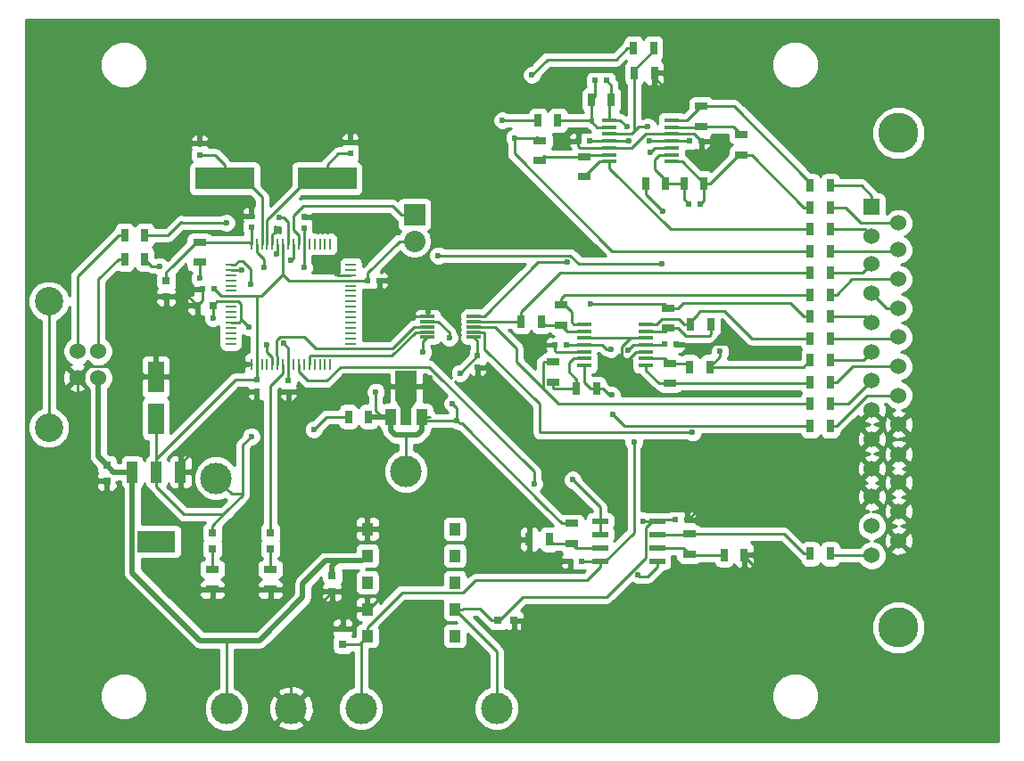
<source format=gtl>
G04 #@! TF.FileFunction,Copper,L1,Top,Signal*
%FSLAX46Y46*%
G04 Gerber Fmt 4.6, Leading zero omitted, Abs format (unit mm)*
G04 Created by KiCad (PCBNEW 4.0.1-stable) date 17/04/2016 20:48:40*
%MOMM*%
G01*
G04 APERTURE LIST*
%ADD10C,0.100000*%
%ADD11R,1.000000X0.250000*%
%ADD12R,0.250000X1.000000*%
%ADD13C,3.000000*%
%ADD14R,0.750000X0.800000*%
%ADD15R,0.600000X0.500000*%
%ADD16R,0.800000X0.750000*%
%ADD17R,0.500000X0.600000*%
%ADD18R,1.501140X2.999740*%
%ADD19R,0.797560X0.797560*%
%ADD20C,1.524000*%
%ADD21C,2.700020*%
%ADD22C,3.810000*%
%ADD23R,1.524000X1.524000*%
%ADD24R,0.700000X1.300000*%
%ADD25R,1.300000X0.700000*%
%ADD26R,3.657600X2.032000*%
%ADD27R,1.016000X2.032000*%
%ADD28R,1.000760X1.501140*%
%ADD29R,1.998980X2.999740*%
%ADD30R,1.100000X1.200000*%
%ADD31R,1.450000X0.450000*%
%ADD32R,1.550000X0.600000*%
%ADD33R,5.600700X2.100580*%
%ADD34R,2.032000X2.032000*%
%ADD35O,2.032000X2.032000*%
%ADD36R,1.400000X0.300000*%
%ADD37C,0.600000*%
%ADD38C,0.250000*%
%ADD39C,0.450000*%
%ADD40C,0.500000*%
%ADD41C,0.254000*%
G04 APERTURE END LIST*
D10*
D11*
X98000000Y-72350000D03*
X98000000Y-72850000D03*
X98000000Y-73350000D03*
X98000000Y-73850000D03*
X98000000Y-74350000D03*
X98000000Y-74850000D03*
X98000000Y-75350000D03*
X98000000Y-75850000D03*
X98000000Y-76350000D03*
X98000000Y-76850000D03*
X98000000Y-77350000D03*
X98000000Y-77850000D03*
X98000000Y-78350000D03*
X98000000Y-78850000D03*
X98000000Y-79350000D03*
X98000000Y-79850000D03*
D12*
X99950000Y-81800000D03*
X100450000Y-81800000D03*
X100950000Y-81800000D03*
X101450000Y-81800000D03*
X101950000Y-81800000D03*
X102450000Y-81800000D03*
X102950000Y-81800000D03*
X103450000Y-81800000D03*
X103950000Y-81800000D03*
X104450000Y-81800000D03*
X104950000Y-81800000D03*
X105450000Y-81800000D03*
X105950000Y-81800000D03*
X106450000Y-81800000D03*
X106950000Y-81800000D03*
X107450000Y-81800000D03*
D11*
X109400000Y-79850000D03*
X109400000Y-79350000D03*
X109400000Y-78850000D03*
X109400000Y-78350000D03*
X109400000Y-77850000D03*
X109400000Y-77350000D03*
X109400000Y-76850000D03*
X109400000Y-76350000D03*
X109400000Y-75850000D03*
X109400000Y-75350000D03*
X109400000Y-74850000D03*
X109400000Y-74350000D03*
X109400000Y-73850000D03*
X109400000Y-73350000D03*
X109400000Y-72850000D03*
X109400000Y-72350000D03*
D12*
X107450000Y-70400000D03*
X106950000Y-70400000D03*
X106450000Y-70400000D03*
X105950000Y-70400000D03*
X105450000Y-70400000D03*
X104950000Y-70400000D03*
X104450000Y-70400000D03*
X103950000Y-70400000D03*
X103450000Y-70400000D03*
X102950000Y-70400000D03*
X102450000Y-70400000D03*
X101950000Y-70400000D03*
X101450000Y-70400000D03*
X100950000Y-70400000D03*
X100450000Y-70400000D03*
X99950000Y-70400000D03*
D13*
X123225000Y-114500000D03*
X110350000Y-114500000D03*
X114625000Y-91975000D03*
X96575000Y-92650000D03*
X97575000Y-114550000D03*
D14*
X86225000Y-91400000D03*
X86225000Y-92900000D03*
D15*
X111000000Y-73850000D03*
X112100000Y-73850000D03*
D16*
X96325000Y-76225000D03*
X94825000Y-76225000D03*
D15*
X96375000Y-74675000D03*
X95275000Y-74675000D03*
D17*
X103450000Y-83325000D03*
X103450000Y-84425000D03*
X100450000Y-83300000D03*
X100450000Y-84400000D03*
X104950000Y-68900000D03*
X104950000Y-67800000D03*
X99950000Y-68800000D03*
X99950000Y-67700000D03*
D14*
X91875000Y-73875000D03*
X91875000Y-75375000D03*
D17*
X95050000Y-61925000D03*
X95050000Y-60825000D03*
X109350000Y-61800000D03*
X109350000Y-60700000D03*
X121425000Y-81000000D03*
X121425000Y-82100000D03*
D15*
X142575000Y-66600000D03*
X141475000Y-66600000D03*
X133675000Y-54850000D03*
X132575000Y-54850000D03*
X128725000Y-79975000D03*
X129825000Y-79975000D03*
X140250000Y-79900000D03*
X139150000Y-79900000D03*
X130975000Y-60600000D03*
X132075000Y-60600000D03*
X142675000Y-60600000D03*
X141575000Y-60600000D03*
X141300000Y-96600000D03*
X140200000Y-96600000D03*
X130200000Y-100525000D03*
X131300000Y-100525000D03*
D18*
X90875000Y-83001020D03*
X90875000Y-86998980D03*
D19*
X101750000Y-97826400D03*
X101750000Y-99325000D03*
D20*
X85425000Y-80560000D03*
X85425000Y-83100000D03*
X83426020Y-83100000D03*
X83426020Y-80560000D03*
D21*
X80726000Y-75830520D03*
X80726000Y-87829480D03*
D22*
X161370000Y-106845000D03*
X161370000Y-59855000D03*
D23*
X158830000Y-66840000D03*
D20*
X158830000Y-69634000D03*
X158830000Y-72301000D03*
X158830000Y-75095000D03*
X158830000Y-77889000D03*
X158830000Y-80683000D03*
X158830000Y-83350000D03*
X158830000Y-86144000D03*
X158830000Y-88938000D03*
X158830000Y-91732000D03*
X158830000Y-94399000D03*
X158830000Y-97193000D03*
X158830000Y-99987000D03*
X161370000Y-68414800D03*
X161370000Y-70954800D03*
X161370000Y-73748800D03*
X161370000Y-76492000D03*
X161370000Y-79235200D03*
X161370000Y-82029200D03*
X161370000Y-84772400D03*
X161370000Y-87515600D03*
X161370000Y-90360400D03*
X161370000Y-93052800D03*
X161370000Y-95796000D03*
X161370000Y-98590000D03*
D19*
X96250000Y-97826400D03*
X96250000Y-99325000D03*
D24*
X89825000Y-69550000D03*
X87925000Y-69550000D03*
X89825000Y-71825000D03*
X87925000Y-71825000D03*
X154900000Y-64850000D03*
X153000000Y-64850000D03*
X154900000Y-69000000D03*
X153000000Y-69000000D03*
X154900000Y-73150000D03*
X153000000Y-73150000D03*
X154900000Y-77300000D03*
X153000000Y-77300000D03*
X154900000Y-81450000D03*
X153000000Y-81450000D03*
X154900000Y-85600000D03*
X153000000Y-85600000D03*
X154900000Y-99825000D03*
X153000000Y-99825000D03*
X154900000Y-66925000D03*
X153000000Y-66925000D03*
X154900000Y-71075000D03*
X153000000Y-71075000D03*
X154900000Y-75225000D03*
X153000000Y-75225000D03*
X154900000Y-79375000D03*
X153000000Y-79375000D03*
X154900000Y-83525000D03*
X153000000Y-83525000D03*
X154900000Y-87675000D03*
X153000000Y-87675000D03*
X109175000Y-86800000D03*
X111075000Y-86800000D03*
D25*
X96250000Y-101300000D03*
X96250000Y-103200000D03*
X101750000Y-101300000D03*
X101750000Y-103200000D03*
X130350000Y-96950000D03*
X130350000Y-98850000D03*
D24*
X128225000Y-98450000D03*
X126325000Y-98450000D03*
D25*
X139550000Y-78375000D03*
X139550000Y-76475000D03*
X128600000Y-83500000D03*
X128600000Y-81600000D03*
D24*
X141650000Y-78050000D03*
X143550000Y-78050000D03*
X132725000Y-84150000D03*
X130825000Y-84150000D03*
X136225000Y-51800000D03*
X138125000Y-51800000D03*
X136300000Y-54150000D03*
X138200000Y-54150000D03*
X141550000Y-82075000D03*
X143450000Y-82075000D03*
X127450000Y-77750000D03*
X125550000Y-77750000D03*
X146725000Y-99925000D03*
X144825000Y-99925000D03*
D25*
X141525000Y-97950000D03*
X141525000Y-99850000D03*
X139650000Y-83625000D03*
X139650000Y-81725000D03*
X129350000Y-76200000D03*
X129350000Y-78100000D03*
D24*
X139275000Y-64625000D03*
X137375000Y-64625000D03*
X129050000Y-58650000D03*
X127150000Y-58650000D03*
X142900000Y-64625000D03*
X141000000Y-64625000D03*
X134125000Y-56700000D03*
X132225000Y-56700000D03*
D25*
X146475000Y-60000000D03*
X146475000Y-61900000D03*
X127350000Y-62450000D03*
X127350000Y-60550000D03*
X142650000Y-57300000D03*
X142650000Y-59200000D03*
X131550000Y-64000000D03*
X131550000Y-62100000D03*
D26*
X90925000Y-98652000D03*
D27*
X90925000Y-92048000D03*
X88639000Y-92048000D03*
X93211000Y-92048000D03*
D28*
X113148860Y-86826480D03*
X114650000Y-86826480D03*
X116151140Y-86826480D03*
D29*
X114650000Y-83875000D03*
D10*
G36*
X115650760Y-85349470D02*
X115150380Y-86098770D01*
X114149620Y-86098770D01*
X113649240Y-85349470D01*
X115650760Y-85349470D01*
X115650760Y-85349470D01*
G37*
D30*
X119250000Y-97470000D03*
X110950000Y-97470000D03*
X119250000Y-100010000D03*
X110950000Y-100010000D03*
X119250000Y-102550000D03*
X110950000Y-102550000D03*
X119250000Y-105090000D03*
X110950000Y-105090000D03*
X119250000Y-107630000D03*
X110950000Y-107630000D03*
D31*
X131525000Y-78025000D03*
X131525000Y-78675000D03*
X131525000Y-79325000D03*
X131525000Y-79975000D03*
X131525000Y-80625000D03*
X131525000Y-81275000D03*
X131525000Y-81925000D03*
X137425000Y-81925000D03*
X137425000Y-81275000D03*
X137425000Y-80625000D03*
X137425000Y-79975000D03*
X137425000Y-79325000D03*
X137425000Y-78675000D03*
X137425000Y-78025000D03*
D32*
X133050000Y-96720000D03*
X133050000Y-97990000D03*
X133050000Y-99260000D03*
X133050000Y-100530000D03*
X138450000Y-100530000D03*
X138450000Y-99260000D03*
X138450000Y-97990000D03*
X138450000Y-96720000D03*
D31*
X133950001Y-58650000D03*
X133950001Y-59300000D03*
X133950001Y-59950000D03*
X133950001Y-60600000D03*
X133950001Y-61250000D03*
X133950001Y-61900000D03*
X133950001Y-62550000D03*
X139850001Y-62550000D03*
X139850001Y-61900000D03*
X139850001Y-61250000D03*
X139850001Y-60600000D03*
X139850001Y-59950000D03*
X139850001Y-59300000D03*
X139850001Y-58650000D03*
D33*
X97426140Y-64175000D03*
X107123860Y-64175000D03*
D34*
X115425000Y-67585000D03*
D35*
X115425000Y-70125000D03*
D36*
X121075000Y-79250000D03*
X121075000Y-78750000D03*
X121075000Y-78250000D03*
X121075000Y-77750000D03*
X121075000Y-77250000D03*
X116675000Y-77250000D03*
X116675000Y-77750000D03*
X116675000Y-78250000D03*
X116675000Y-78750000D03*
X116675000Y-79250000D03*
D13*
X103725000Y-114500000D03*
D16*
X124875000Y-106150000D03*
X123375000Y-106150000D03*
D14*
X108625000Y-108400000D03*
X108625000Y-106900000D03*
X107625000Y-101900000D03*
X107625000Y-103400000D03*
D25*
X95025000Y-72125000D03*
X95025000Y-70225000D03*
D37*
X134075000Y-80400000D03*
X137175000Y-96700000D03*
X135750000Y-60575000D03*
X135700000Y-80500000D03*
X136250000Y-89225000D03*
X137700000Y-60625000D03*
X119050000Y-85550000D03*
X118725000Y-79300000D03*
X119475000Y-87150000D03*
X111775000Y-84450000D03*
X99925000Y-74200000D03*
X119750000Y-82650000D03*
X99950000Y-88675000D03*
X105875000Y-88000000D03*
X121450000Y-83600000D03*
X83500000Y-86100000D03*
X125625000Y-107650000D03*
X114725000Y-76450000D03*
X90875000Y-79750000D03*
X94375000Y-90100000D03*
X98525000Y-81200000D03*
X99475000Y-66450000D03*
X102475000Y-68950000D03*
X139275000Y-55650000D03*
X112325000Y-97700000D03*
X112075000Y-104100000D03*
X145475000Y-79750000D03*
X148325000Y-101650000D03*
X126225000Y-81450000D03*
X109350000Y-59525000D03*
X95050000Y-59525000D03*
X108075000Y-73224990D03*
X114125000Y-72950000D03*
X99075000Y-72850000D03*
X100425000Y-85550000D03*
X103475000Y-85600000D03*
X135525000Y-81500000D03*
X129775000Y-101475000D03*
X125800000Y-100025000D03*
X142400000Y-95600000D03*
X116900000Y-83075000D03*
X101750000Y-104425000D03*
X96250000Y-104475000D03*
X129750000Y-60600000D03*
X106225000Y-68900000D03*
X93850000Y-75275000D03*
X143900000Y-60625000D03*
X104925000Y-72650000D03*
X102975000Y-79825000D03*
X99700000Y-78300000D03*
X95025000Y-73650000D03*
X96300000Y-77400000D03*
X124925000Y-60300000D03*
X135575000Y-59250000D03*
X102566349Y-67866349D03*
X97575000Y-68375000D03*
X91250000Y-72500000D03*
X103725000Y-71950000D03*
X132100000Y-76075000D03*
X129900000Y-72100000D03*
X144450000Y-80600000D03*
X141825000Y-88300010D03*
X134300000Y-86575000D03*
X134150000Y-84725000D03*
X137774981Y-61681567D03*
X137575000Y-59250000D03*
X102324990Y-71349990D03*
X117700001Y-71474999D03*
X138875000Y-72300000D03*
X139012660Y-67262340D03*
X123750000Y-58650000D03*
X101150000Y-72600010D03*
X116250000Y-80650000D03*
X101375000Y-79950000D03*
X136654449Y-101804449D03*
X126775000Y-93175000D03*
X130450000Y-92800000D03*
X126575000Y-54325000D03*
D38*
X123375000Y-106150000D02*
X123514998Y-106150000D01*
X123514998Y-106150000D02*
X125739998Y-103925000D01*
X125739998Y-103925000D02*
X133650000Y-103925000D01*
X120065000Y-105075000D02*
X121625000Y-105075000D01*
X123375000Y-106150000D02*
X122725000Y-106150000D01*
X122725000Y-106150000D02*
X121650000Y-105075000D01*
X121650000Y-105075000D02*
X121625000Y-105075000D01*
X140200000Y-96600000D02*
X138570000Y-96600000D01*
X138570000Y-96600000D02*
X138450000Y-96720000D01*
X119250000Y-105090000D02*
X119250000Y-105140000D01*
X119250000Y-105140000D02*
X123225000Y-109115000D01*
X123225000Y-109115000D02*
X123225000Y-111525000D01*
X123225000Y-111525000D02*
X123225000Y-114500000D01*
X134075000Y-80400000D02*
X133650736Y-80400000D01*
X133650736Y-80400000D02*
X133225736Y-79975000D01*
X133225736Y-79975000D02*
X132500000Y-79975000D01*
X132500000Y-79975000D02*
X131525000Y-79975000D01*
X138450000Y-96720000D02*
X137195000Y-96720000D01*
X137195000Y-96720000D02*
X137175000Y-96700000D01*
X133650000Y-103925000D02*
X137349999Y-100225001D01*
X137349999Y-100225001D02*
X137349999Y-97345001D01*
X137349999Y-97345001D02*
X137975000Y-96720000D01*
X137975000Y-96720000D02*
X138450000Y-96720000D01*
X119250000Y-105090000D02*
X120050000Y-105090000D01*
X120050000Y-105090000D02*
X120065000Y-105075000D01*
X129825000Y-79975000D02*
X131525000Y-79975000D01*
X134850000Y-60600000D02*
X135725000Y-60600000D01*
D39*
X135725000Y-60600000D02*
X135750000Y-60575000D01*
D38*
X133950001Y-60600000D02*
X134850000Y-60600000D01*
X133950001Y-60600000D02*
X132075000Y-60600000D01*
X114254999Y-103475001D02*
X120060001Y-103475001D01*
X120060001Y-103475001D02*
X121210001Y-102325001D01*
X121210001Y-102325001D02*
X131804999Y-102325001D01*
X108625000Y-108400000D02*
X110180000Y-108400000D01*
X110180000Y-108400000D02*
X110950000Y-107630000D01*
X110350000Y-111625000D02*
X110350000Y-114500000D01*
X135700000Y-80500000D02*
X136225000Y-79975000D01*
X136225000Y-79975000D02*
X137425000Y-79975000D01*
X137425000Y-79975000D02*
X136800000Y-79975000D01*
X133050000Y-100530000D02*
X133525000Y-100530000D01*
X133525000Y-100530000D02*
X136250000Y-97805000D01*
X136250000Y-97805000D02*
X136250000Y-89225000D01*
X110350000Y-111625000D02*
X110350000Y-108230000D01*
X110350000Y-108230000D02*
X110950000Y-107630000D01*
X131300000Y-100525000D02*
X133045000Y-100525000D01*
X133045000Y-100525000D02*
X133050000Y-100530000D01*
X110950000Y-107630000D02*
X110950000Y-106780000D01*
X110950000Y-106780000D02*
X114254999Y-103475001D01*
X131804999Y-102325001D02*
X133050000Y-101080000D01*
X133050000Y-101080000D02*
X133050000Y-100530000D01*
X137425000Y-79975000D02*
X139075000Y-79975000D01*
X139075000Y-79975000D02*
X139150000Y-79900000D01*
X139850001Y-60600000D02*
X137725000Y-60600000D01*
D39*
X137725000Y-60600000D02*
X137700000Y-60625000D01*
D38*
X139850001Y-60600000D02*
X141575000Y-60600000D01*
X119475000Y-87150000D02*
X119475000Y-85975000D01*
X119475000Y-85975000D02*
X119050000Y-85550000D01*
X129450000Y-96950000D02*
X127950000Y-95450000D01*
X127950000Y-95450000D02*
X127894999Y-95394999D01*
X119475000Y-87150000D02*
X119774999Y-87449999D01*
X119774999Y-87449999D02*
X119949999Y-87449999D01*
X119949999Y-87449999D02*
X127950000Y-95450000D01*
X118725000Y-79300000D02*
X118725000Y-78815000D01*
X118725000Y-78815000D02*
X117660000Y-77750000D01*
X117660000Y-77750000D02*
X117625000Y-77750000D01*
X117625000Y-77750000D02*
X116675000Y-77750000D01*
X119475000Y-87150000D02*
X116474660Y-87150000D01*
X116474660Y-87150000D02*
X116151140Y-86826480D01*
X111775000Y-84450000D02*
X111775000Y-86203000D01*
X111775000Y-86203000D02*
X112398480Y-86826480D01*
X112398480Y-86826480D02*
X113148860Y-86826480D01*
X98000000Y-72350000D02*
X98375000Y-72350000D01*
X98375000Y-72350000D02*
X98750000Y-71975000D01*
X98750000Y-71975000D02*
X99125002Y-71975000D01*
X99125002Y-71975000D02*
X99925000Y-72774998D01*
X99925000Y-72774998D02*
X99925000Y-74200000D01*
X130350000Y-96950000D02*
X129450000Y-96950000D01*
X116901520Y-86826480D02*
X116151140Y-86826480D01*
D40*
X113621810Y-88550000D02*
X114625000Y-88550000D01*
X114625000Y-88550000D02*
X115678190Y-88550000D01*
D38*
X114625000Y-91975000D02*
X114625000Y-89853680D01*
X114625000Y-89853680D02*
X114625000Y-88550000D01*
D40*
X111075000Y-86800000D02*
X113122380Y-86800000D01*
X113122380Y-86800000D02*
X113148860Y-86826480D01*
X115678190Y-88550000D02*
X116151140Y-88077050D01*
X116151140Y-88077050D02*
X116151140Y-86826480D01*
X113148860Y-86826480D02*
X113148860Y-88077050D01*
X113148860Y-88077050D02*
X113621810Y-88550000D01*
D38*
X96575000Y-92650000D02*
X98074999Y-94149999D01*
X99011833Y-94149999D02*
X99125010Y-94263176D01*
X98074999Y-94149999D02*
X99011833Y-94149999D01*
X121425000Y-81000000D02*
X121400000Y-81000000D01*
X121400000Y-81000000D02*
X119750000Y-82650000D01*
X90925000Y-92048000D02*
X90925000Y-93450000D01*
X97625000Y-95850000D02*
X97625000Y-95763186D01*
X97538186Y-95850000D02*
X97625000Y-95850000D01*
X97288186Y-96100000D02*
X97538186Y-95850000D01*
X93575000Y-96100000D02*
X97288186Y-96100000D01*
X90925000Y-93450000D02*
X93575000Y-96100000D01*
X90925000Y-92048000D02*
X90925000Y-90782000D01*
X90925000Y-90782000D02*
X98407000Y-83300000D01*
X99950000Y-83300000D02*
X100450000Y-83300000D01*
X98407000Y-83300000D02*
X99950000Y-83300000D01*
X90925000Y-92048000D02*
X90925000Y-87048980D01*
X90925000Y-87048980D02*
X90875000Y-86998980D01*
X121425000Y-81000000D02*
X121425000Y-79600000D01*
X121425000Y-79600000D02*
X121075000Y-79250000D01*
X99125010Y-94263176D02*
X99125010Y-89707008D01*
X97625000Y-95763186D02*
X99125010Y-94263176D01*
X99125010Y-89499990D02*
X99950000Y-88675000D01*
X99125010Y-89707008D02*
X99125010Y-89499990D01*
X109175000Y-86800000D02*
X107075000Y-86800000D01*
X107075000Y-86800000D02*
X105875000Y-88000000D01*
X96250000Y-97826400D02*
X96250000Y-97138186D01*
X96250000Y-97138186D02*
X97625000Y-95763186D01*
X115425000Y-70125000D02*
X113988160Y-70125000D01*
X113988160Y-70125000D02*
X111000000Y-73113160D01*
X111000000Y-73113160D02*
X111000000Y-73350000D01*
X111000000Y-73350000D02*
X111000000Y-73850000D01*
X100900000Y-75350000D02*
X100475000Y-75350000D01*
X100450000Y-81800000D02*
X100450000Y-75375000D01*
X100475000Y-75350000D02*
X98000000Y-75350000D01*
X100450000Y-75375000D02*
X100475000Y-75350000D01*
X109400000Y-73850000D02*
X103500000Y-73850000D01*
X103500000Y-73850000D02*
X102950000Y-73300000D01*
X102950000Y-70400000D02*
X102950000Y-73300000D01*
X102950000Y-73300000D02*
X100900000Y-75350000D01*
X98000000Y-75350000D02*
X97050000Y-75350000D01*
X97050000Y-75350000D02*
X96375000Y-74675000D01*
X109400000Y-73850000D02*
X111000000Y-73850000D01*
X100450000Y-81800000D02*
X100450000Y-83300000D01*
D40*
X95075000Y-108050000D02*
X97575000Y-108050000D01*
X97575000Y-108050000D02*
X100724040Y-108050000D01*
D38*
X97575000Y-114550000D02*
X97575000Y-112428680D01*
X97575000Y-112428680D02*
X97575000Y-108050000D01*
D40*
X106975000Y-100474140D02*
X108125000Y-100474140D01*
X100724040Y-108050000D02*
X104825000Y-103949040D01*
X104825000Y-103949040D02*
X104825000Y-102624140D01*
X104825000Y-102624140D02*
X106975000Y-100474140D01*
X85425000Y-83100000D02*
X85425000Y-90600000D01*
X85425000Y-90600000D02*
X86225000Y-91400000D01*
X88639000Y-101614000D02*
X95075000Y-108050000D01*
X88639000Y-92048000D02*
X88639000Y-101614000D01*
X88639000Y-92048000D02*
X86873000Y-92048000D01*
X86873000Y-92048000D02*
X86225000Y-91400000D01*
X86224000Y-91400000D02*
X86225000Y-91400000D01*
X107625000Y-101900000D02*
X107625000Y-101000000D01*
X107625000Y-101000000D02*
X108150860Y-100474140D01*
X108150860Y-100474140D02*
X108400860Y-100474140D01*
X108125000Y-100474140D02*
X108625000Y-100474140D01*
X108625000Y-100474140D02*
X110485860Y-100474140D01*
D38*
X108400860Y-100474140D02*
X108625000Y-100474140D01*
D40*
X110485860Y-100474140D02*
X110950000Y-100010000D01*
D38*
X121450000Y-82675000D02*
X121450000Y-83600000D01*
X121425000Y-82100000D02*
X121425000Y-82650000D01*
X121425000Y-82650000D02*
X121450000Y-82675000D01*
X83426020Y-83100000D02*
X83426020Y-86026020D01*
X83426020Y-86026020D02*
X83500000Y-86100000D01*
X83426020Y-83100000D02*
X84513021Y-82012999D01*
X84513021Y-82012999D02*
X88886409Y-82012999D01*
X89874430Y-83001020D02*
X90875000Y-83001020D01*
X88886409Y-82012999D02*
X89874430Y-83001020D01*
X116675000Y-77250000D02*
X115525000Y-77250000D01*
X115525000Y-77250000D02*
X114725000Y-76450000D01*
X90875000Y-83001020D02*
X90875000Y-79750000D01*
X93211000Y-92048000D02*
X93211000Y-91264000D01*
X93211000Y-91264000D02*
X94375000Y-90100000D01*
X103725000Y-107325000D02*
X105900000Y-105150000D01*
X105900000Y-105150000D02*
X106125000Y-104925000D01*
X106290000Y-105090000D02*
X105960000Y-105090000D01*
X105960000Y-105090000D02*
X105900000Y-105150000D01*
X106125000Y-104925000D02*
X107625000Y-103425000D01*
X109125000Y-105090000D02*
X106290000Y-105090000D01*
X106290000Y-105090000D02*
X106125000Y-104925000D01*
X103725000Y-114500000D02*
X103725000Y-107325000D01*
X107625000Y-103425000D02*
X107625000Y-103400000D01*
X109625000Y-105090000D02*
X109125000Y-105090000D01*
X108625000Y-106900000D02*
X108625000Y-105590000D01*
X108625000Y-105590000D02*
X109125000Y-105090000D01*
X110950000Y-105090000D02*
X109625000Y-105090000D01*
X125625000Y-106250000D02*
X125625000Y-107650000D01*
X124875000Y-106150000D02*
X125525000Y-106150000D01*
X125525000Y-106150000D02*
X125625000Y-106250000D01*
X135925000Y-79325000D02*
X135900000Y-79350000D01*
X131525000Y-79325000D02*
X135875000Y-79325000D01*
X135900000Y-79350000D02*
X135074999Y-80175001D01*
X135875000Y-79325000D02*
X135900000Y-79350000D01*
X142675000Y-60600000D02*
X142625000Y-60600000D01*
X142625000Y-60600000D02*
X141975000Y-59950000D01*
X141975000Y-59950000D02*
X140825001Y-59950000D01*
X140825001Y-59950000D02*
X139850001Y-59950000D01*
X99950000Y-81800000D02*
X99125000Y-81800000D01*
X99125000Y-81800000D02*
X98525000Y-81200000D01*
X99950000Y-67700000D02*
X99950000Y-66925000D01*
X99950000Y-66925000D02*
X99475000Y-66450000D01*
X101950000Y-70400000D02*
X101950000Y-69475000D01*
X101950000Y-69475000D02*
X102475000Y-68950000D01*
X138200000Y-54150000D02*
X138200000Y-54575000D01*
X138200000Y-54575000D02*
X139275000Y-55650000D01*
X130975000Y-61100000D02*
X130975000Y-60600000D01*
X110950000Y-97470000D02*
X112095000Y-97470000D01*
X112095000Y-97470000D02*
X112325000Y-97700000D01*
X110950000Y-105090000D02*
X111085000Y-105090000D01*
X111085000Y-105090000D02*
X112075000Y-104100000D01*
X140250000Y-79900000D02*
X145325000Y-79900000D01*
X145325000Y-79900000D02*
X145475000Y-79750000D01*
X146725000Y-99925000D02*
X146725000Y-100050000D01*
X146725000Y-100050000D02*
X148325000Y-101650000D01*
X128725000Y-79975000D02*
X127700000Y-79975000D01*
X127700000Y-79975000D02*
X126225000Y-81450000D01*
X131525000Y-80625000D02*
X128875000Y-80625000D01*
X128875000Y-80625000D02*
X128725000Y-80475000D01*
X128725000Y-80475000D02*
X128725000Y-79975000D01*
X108175000Y-73350000D02*
X108075000Y-73250000D01*
X108075000Y-73250000D02*
X108075000Y-73224990D01*
X109400000Y-73350000D02*
X108175000Y-73350000D01*
X113225000Y-73850000D02*
X114125000Y-72950000D01*
X112650000Y-73850000D02*
X113225000Y-73850000D01*
X98000000Y-72850000D02*
X99075000Y-72850000D01*
X100450000Y-84400000D02*
X100450000Y-85525000D01*
X100450000Y-85525000D02*
X100425000Y-85550000D01*
X103475000Y-85000000D02*
X103475000Y-85600000D01*
X103450000Y-84425000D02*
X103450000Y-84975000D01*
X103450000Y-84975000D02*
X103475000Y-85000000D01*
X135074999Y-80175001D02*
X135074999Y-81049999D01*
X135074999Y-81049999D02*
X135225001Y-81200001D01*
X135225001Y-81200001D02*
X135525000Y-81500000D01*
X137425000Y-79325000D02*
X135925000Y-79325000D01*
X137425000Y-80625000D02*
X136500002Y-80625000D01*
X136500002Y-80625000D02*
X135625002Y-81500000D01*
X135625002Y-81500000D02*
X135525000Y-81500000D01*
X130025000Y-101200000D02*
X130025000Y-101225000D01*
X130025000Y-101225000D02*
X129775000Y-101475000D01*
X130200000Y-100525000D02*
X130200000Y-101025000D01*
X130200000Y-101025000D02*
X130025000Y-101200000D01*
X125825000Y-99850000D02*
X125825000Y-100000000D01*
X125825000Y-100000000D02*
X125800000Y-100025000D01*
X126325000Y-98450000D02*
X126325000Y-99350000D01*
X126325000Y-99350000D02*
X125825000Y-99850000D01*
X141300000Y-96600000D02*
X141400000Y-96600000D01*
X141400000Y-96600000D02*
X142400000Y-95600000D01*
X112100000Y-73850000D02*
X112650000Y-73850000D01*
X114650000Y-83875000D02*
X116100000Y-83875000D01*
X116100000Y-83875000D02*
X116900000Y-83075000D01*
X101750000Y-103800000D02*
X101750000Y-104425000D01*
X101750000Y-103200000D02*
X101750000Y-103800000D01*
X96250000Y-103800000D02*
X96250000Y-104475000D01*
X96250000Y-103200000D02*
X96250000Y-103800000D01*
X130975000Y-60600000D02*
X129750000Y-60600000D01*
X137375000Y-59950000D02*
X139850001Y-59950000D01*
X106200000Y-68550000D02*
X106200000Y-68875000D01*
X106200000Y-68875000D02*
X106225000Y-68900000D01*
X104950000Y-67800000D02*
X105450000Y-67800000D01*
X105450000Y-67800000D02*
X106200000Y-68550000D01*
X109350000Y-60700000D02*
X109350000Y-59525000D01*
X95050000Y-60825000D02*
X95050000Y-59525000D01*
X94825000Y-76225000D02*
X94800000Y-76225000D01*
X94800000Y-76225000D02*
X93850000Y-75275000D01*
X92950000Y-75375000D02*
X93800000Y-76225000D01*
X93800000Y-76225000D02*
X94825000Y-76225000D01*
X91875000Y-75375000D02*
X92950000Y-75375000D01*
X95275000Y-74675000D02*
X95275000Y-75775000D01*
X95275000Y-75775000D02*
X94825000Y-76225000D01*
X142675000Y-60600000D02*
X143875000Y-60600000D01*
D39*
X143875000Y-60600000D02*
X143900000Y-60625000D01*
D38*
X131125000Y-61250000D02*
X130975000Y-61100000D01*
X136075000Y-61250000D02*
X137375000Y-59950000D01*
X133950001Y-61250000D02*
X131125000Y-61250000D01*
X133950001Y-61250000D02*
X136075000Y-61250000D01*
X104925000Y-72650000D02*
X104925000Y-70425000D01*
X104925000Y-70425000D02*
X104950000Y-70400000D01*
X102975000Y-79825000D02*
X103450000Y-80300000D01*
X103450000Y-80300000D02*
X103450000Y-81800000D01*
X98975000Y-77625000D02*
X99025000Y-77625000D01*
X99025000Y-77625000D02*
X99700000Y-78300000D01*
X98975000Y-76114998D02*
X98975000Y-77625000D01*
X98975000Y-77625000D02*
X98750000Y-77850000D01*
X98750000Y-77850000D02*
X98000000Y-77850000D01*
X98000000Y-75850000D02*
X98710002Y-75850000D01*
X98710002Y-75850000D02*
X98975000Y-76114998D01*
X95025000Y-73650000D02*
X95025000Y-72150000D01*
X96325000Y-76225000D02*
X96325000Y-77375000D01*
X96325000Y-77375000D02*
X96300000Y-77400000D01*
X98000000Y-75850000D02*
X96700000Y-75850000D01*
X96700000Y-75850000D02*
X96325000Y-76225000D01*
X104950000Y-70400000D02*
X104950000Y-68900000D01*
X103450000Y-81800000D02*
X103450000Y-83325000D01*
X92450000Y-72500000D02*
X91875000Y-73075000D01*
X91875000Y-73075000D02*
X91875000Y-73875000D01*
X92450000Y-72500000D02*
X92450000Y-72550000D01*
X95025000Y-70225000D02*
X94725000Y-70225000D01*
X94725000Y-70225000D02*
X92450000Y-72500000D01*
X95040240Y-70200000D02*
X99750000Y-70200000D01*
X99750000Y-70200000D02*
X99950000Y-70400000D01*
X99950000Y-70400000D02*
X99950000Y-68800000D01*
X97426140Y-64175000D02*
X97426140Y-62874710D01*
X96476430Y-61925000D02*
X95550000Y-61925000D01*
X97426140Y-62874710D02*
X96476430Y-61925000D01*
X95550000Y-61925000D02*
X95050000Y-61925000D01*
X100950000Y-70400000D02*
X100950000Y-65948800D01*
X100950000Y-65948800D02*
X99176200Y-64175000D01*
X99176200Y-64175000D02*
X97426140Y-64175000D01*
X107123860Y-64175000D02*
X107123860Y-62874710D01*
X107123860Y-62874710D02*
X108198570Y-61800000D01*
X108198570Y-61800000D02*
X108850000Y-61800000D01*
X108850000Y-61800000D02*
X109350000Y-61800000D01*
X101450000Y-70400000D02*
X101450000Y-68098800D01*
X101450000Y-68098800D02*
X105373800Y-64175000D01*
X105373800Y-64175000D02*
X107123860Y-64175000D01*
X143275000Y-64625000D02*
X142900000Y-64625000D01*
X146475000Y-61900000D02*
X146175000Y-61900000D01*
X146175000Y-61900000D02*
X143450000Y-64625000D01*
X143450000Y-64625000D02*
X143275000Y-64625000D01*
X146475000Y-61900000D02*
X147425000Y-61900000D01*
X153000000Y-66925000D02*
X152400000Y-66925000D01*
X152400000Y-66925000D02*
X147425000Y-61950000D01*
X147425000Y-61950000D02*
X147425000Y-61900000D01*
D39*
X153000000Y-66625000D02*
X153000000Y-66925000D01*
D38*
X142900000Y-64625000D02*
X142900000Y-66275000D01*
X142900000Y-66275000D02*
X142575000Y-66600000D01*
X140825000Y-62550000D02*
X142900000Y-64625000D01*
X139850001Y-62550000D02*
X140825000Y-62550000D01*
X124925000Y-60300000D02*
X124925000Y-61790002D01*
X124925000Y-61790002D02*
X134209998Y-71075000D01*
X134209998Y-71075000D02*
X152200000Y-71075000D01*
X152200000Y-71075000D02*
X153000000Y-71075000D01*
X124925000Y-60300000D02*
X127100000Y-60300000D01*
D39*
X127100000Y-60300000D02*
X127350000Y-60550000D01*
D38*
X133950001Y-58650000D02*
X134975000Y-58650000D01*
X134975000Y-58650000D02*
X135575000Y-59250000D01*
X134125000Y-56700000D02*
X134125000Y-55300000D01*
X134125000Y-55300000D02*
X133675000Y-54850000D01*
X133950001Y-58650000D02*
X133950001Y-56874999D01*
X133950001Y-56874999D02*
X134125000Y-56700000D01*
X102950000Y-81800000D02*
X102950000Y-82689998D01*
X102950000Y-82689998D02*
X101750000Y-83889998D01*
X101750000Y-83889998D02*
X101750000Y-97177620D01*
X101750000Y-97177620D02*
X101750000Y-97826400D01*
X96250000Y-99325000D02*
X96250000Y-101300000D01*
X104839998Y-66775000D02*
X113349000Y-66775000D01*
X113349000Y-66775000D02*
X114159000Y-67585000D01*
X114159000Y-67585000D02*
X115425000Y-67585000D01*
X103950000Y-69035002D02*
X103950000Y-67664998D01*
X103950000Y-67664998D02*
X104839998Y-66775000D01*
X104450000Y-70400000D02*
X104450000Y-69535002D01*
X104450000Y-69535002D02*
X103950000Y-69035002D01*
X85425000Y-80560000D02*
X85425000Y-73725000D01*
X87325000Y-71825000D02*
X87925000Y-71825000D01*
X85425000Y-73725000D02*
X87325000Y-71825000D01*
X83426020Y-80560000D02*
X83426020Y-73448980D01*
X83426020Y-73448980D02*
X87325000Y-69550000D01*
X87325000Y-69550000D02*
X87925000Y-69550000D01*
X80726000Y-87829480D02*
X80726000Y-85920278D01*
X80726000Y-85920278D02*
X80726000Y-75830520D01*
X154900000Y-64850000D02*
X157852000Y-64850000D01*
X157852000Y-64850000D02*
X158830000Y-65828000D01*
X158830000Y-65828000D02*
X158830000Y-66840000D01*
X154900000Y-69000000D02*
X158196000Y-69000000D01*
X158196000Y-69000000D02*
X158830000Y-69634000D01*
X154900000Y-73150000D02*
X157981000Y-73150000D01*
X157981000Y-73150000D02*
X158830000Y-72301000D01*
X158830000Y-75095000D02*
X160227000Y-76492000D01*
X160227000Y-76492000D02*
X161370000Y-76492000D01*
X154900000Y-77300000D02*
X158241000Y-77300000D01*
X158241000Y-77300000D02*
X158830000Y-77889000D01*
X154900000Y-81450000D02*
X158063000Y-81450000D01*
X158063000Y-81450000D02*
X158830000Y-80683000D01*
X154900000Y-85600000D02*
X156580000Y-85600000D01*
X156580000Y-85600000D02*
X158830000Y-83350000D01*
X158830000Y-99987000D02*
X155062000Y-99987000D01*
X155062000Y-99987000D02*
X154900000Y-99825000D01*
X156325000Y-66925000D02*
X157814800Y-68414800D01*
X157814800Y-68414800D02*
X161370000Y-68414800D01*
X154900000Y-66925000D02*
X156325000Y-66925000D01*
X154900000Y-71075000D02*
X161249800Y-71075000D01*
X161249800Y-71075000D02*
X161370000Y-70954800D01*
X154900000Y-75225000D02*
X155500000Y-75225000D01*
X155500000Y-75225000D02*
X156976200Y-73748800D01*
X156976200Y-73748800D02*
X160292370Y-73748800D01*
X160292370Y-73748800D02*
X161370000Y-73748800D01*
X154900000Y-79375000D02*
X161230200Y-79375000D01*
X161230200Y-79375000D02*
X161370000Y-79235200D01*
X154900000Y-83525000D02*
X155500000Y-83525000D01*
X156995800Y-82029200D02*
X161370000Y-82029200D01*
X155500000Y-83525000D02*
X156995800Y-82029200D01*
X154900000Y-87675000D02*
X155500000Y-87675000D01*
X155500000Y-87675000D02*
X158402600Y-84772400D01*
X160292370Y-84772400D02*
X161370000Y-84772400D01*
X158402600Y-84772400D02*
X160292370Y-84772400D01*
X93300000Y-68300000D02*
X93375000Y-68375000D01*
X93375000Y-68375000D02*
X97575000Y-68375000D01*
X92050000Y-69550000D02*
X93300000Y-68300000D01*
X89825000Y-69550000D02*
X92050000Y-69550000D01*
X102566349Y-67866349D02*
X102990613Y-67866349D01*
X102990613Y-67866349D02*
X103450000Y-68325736D01*
X103450000Y-68325736D02*
X103450000Y-69650000D01*
X103450000Y-69650000D02*
X103450000Y-70400000D01*
X91250000Y-72500000D02*
X90500000Y-72500000D01*
X90500000Y-72500000D02*
X89825000Y-71825000D01*
X103725000Y-71950000D02*
X103950000Y-71725000D01*
X103950000Y-71725000D02*
X103950000Y-70400000D01*
X142650000Y-57300000D02*
X145750000Y-57300000D01*
D39*
X153000000Y-64550000D02*
X153000000Y-64850000D01*
D38*
X145750000Y-57300000D02*
X153000000Y-64550000D01*
X141300000Y-58650000D02*
X142650000Y-57300000D01*
X139850001Y-58650000D02*
X141300000Y-58650000D01*
X133950001Y-62550000D02*
X133950001Y-63225000D01*
X133950001Y-63225000D02*
X139725001Y-69000000D01*
X139725001Y-69000000D02*
X152200000Y-69000000D01*
X133950001Y-62550000D02*
X133000000Y-62550000D01*
X152200000Y-69000000D02*
X153000000Y-69000000D01*
X133000000Y-62550000D02*
X131550000Y-64000000D01*
X121075000Y-77750000D02*
X125550000Y-77750000D01*
X125550000Y-77750000D02*
X125550000Y-76850000D01*
X125550000Y-76850000D02*
X129250000Y-73150000D01*
X129250000Y-73150000D02*
X152400000Y-73150000D01*
X152400000Y-73150000D02*
X153000000Y-73150000D01*
X128025000Y-72100000D02*
X128325000Y-72100000D01*
X128325000Y-72100000D02*
X129900000Y-72100000D01*
X121075000Y-77250000D02*
X122025000Y-77250000D01*
X122025000Y-77250000D02*
X127175000Y-72100000D01*
X127175000Y-72100000D02*
X128325000Y-72100000D01*
X140925000Y-76000000D02*
X151100000Y-76000000D01*
X151100000Y-76000000D02*
X152400000Y-77300000D01*
X152400000Y-77300000D02*
X153000000Y-77300000D01*
X139550000Y-76475000D02*
X140450000Y-76475000D01*
X140450000Y-76475000D02*
X140925000Y-76000000D01*
X132100000Y-76075000D02*
X139150000Y-76075000D01*
X139150000Y-76075000D02*
X139550000Y-76475000D01*
X129663590Y-72100000D02*
X129900000Y-72100000D01*
X153000000Y-77000000D02*
X153000000Y-77300000D01*
X122100000Y-80361410D02*
X122100001Y-78825001D01*
X122100001Y-78825001D02*
X122025000Y-78750000D01*
X122025000Y-78750000D02*
X121075000Y-78750000D01*
X127325010Y-88300010D02*
X127325010Y-85586420D01*
X127325010Y-85586420D02*
X122100000Y-80361410D01*
X141825000Y-88300010D02*
X127325010Y-88300010D01*
X144450000Y-80600000D02*
X144450000Y-81075000D01*
X144450000Y-81075000D02*
X143450000Y-82075000D01*
X141775010Y-88350000D02*
X141825000Y-88300010D01*
X143450000Y-82075000D02*
X152375000Y-82075000D01*
X152375000Y-82075000D02*
X153000000Y-81450000D01*
X121075000Y-78250000D02*
X123050000Y-78250000D01*
X123050000Y-78250000D02*
X125099990Y-80299990D01*
X125099990Y-80299990D02*
X125099990Y-81584992D01*
X125099990Y-81584992D02*
X127624999Y-84110001D01*
X128300000Y-81600000D02*
X128600000Y-81600000D01*
X128600000Y-81600000D02*
X127700000Y-81600000D01*
X127624999Y-81675001D02*
X127624999Y-81950001D01*
X127624999Y-81950001D02*
X127624999Y-84110001D01*
X127700000Y-81600000D02*
X127624999Y-81675001D01*
X127624999Y-84110001D02*
X129114998Y-85600000D01*
X129114998Y-85600000D02*
X152400000Y-85600000D01*
X152400000Y-85600000D02*
X153000000Y-85600000D01*
X153000000Y-99825000D02*
X152400000Y-99825000D01*
X152400000Y-99825000D02*
X150525000Y-97950000D01*
X142425000Y-97950000D02*
X141525000Y-97950000D01*
X150525000Y-97950000D02*
X142425000Y-97950000D01*
X138450000Y-97990000D02*
X141485000Y-97990000D01*
X141485000Y-97990000D02*
X141525000Y-97950000D01*
X129350000Y-76200000D02*
X129350000Y-75600000D01*
X129350000Y-75600000D02*
X129725000Y-75225000D01*
X129725000Y-75225000D02*
X152400000Y-75225000D01*
X152400000Y-75225000D02*
X153000000Y-75225000D01*
X130325001Y-76875001D02*
X129650000Y-76200000D01*
X130325001Y-77800001D02*
X130325001Y-76875001D01*
X129650000Y-76200000D02*
X129350000Y-76200000D01*
X130550000Y-78025000D02*
X130325001Y-77800001D01*
X131525000Y-78025000D02*
X130550000Y-78025000D01*
X137425000Y-78025000D02*
X138400000Y-78025000D01*
X138400000Y-78025000D02*
X138925000Y-77500000D01*
X137425000Y-78025000D02*
X137925000Y-78025000D01*
X138925000Y-77500000D02*
X140500000Y-77500000D01*
X140500000Y-77500000D02*
X141050000Y-78050000D01*
X141650000Y-78050000D02*
X141650000Y-77750000D01*
X141650000Y-77750000D02*
X142325000Y-77075000D01*
X142325000Y-77075000D02*
X142325000Y-77050000D01*
X142325000Y-77050000D02*
X142575000Y-76800000D01*
X142575000Y-76800000D02*
X144863590Y-76800000D01*
X144863590Y-76800000D02*
X147438590Y-79375000D01*
X147438590Y-79375000D02*
X152400000Y-79375000D01*
X152400000Y-79375000D02*
X153000000Y-79375000D01*
X141050000Y-78050000D02*
X141650000Y-78050000D01*
X139650000Y-83625000D02*
X152900000Y-83625000D01*
X152900000Y-83625000D02*
X153000000Y-83525000D01*
X137425000Y-81925000D02*
X137425000Y-82400000D01*
X137425000Y-82400000D02*
X138650000Y-83625000D01*
X138650000Y-83625000D02*
X138750000Y-83625000D01*
X138750000Y-83625000D02*
X139650000Y-83625000D01*
X134300000Y-86575000D02*
X135400000Y-87675000D01*
X135400000Y-87675000D02*
X153000000Y-87675000D01*
X133900000Y-84725000D02*
X134150000Y-84725000D01*
X132725000Y-84150000D02*
X133325000Y-84150000D01*
X133325000Y-84150000D02*
X133900000Y-84725000D01*
X132725000Y-84150000D02*
X132125000Y-84150000D01*
X132125000Y-84150000D02*
X131525000Y-83550000D01*
X131525000Y-83550000D02*
X131525000Y-82400000D01*
X131525000Y-82400000D02*
X131525000Y-81925000D01*
X130350000Y-98850000D02*
X128625000Y-98850000D01*
X128625000Y-98850000D02*
X128225000Y-98450000D01*
X133050000Y-99260000D02*
X130760000Y-99260000D01*
X130760000Y-99260000D02*
X130350000Y-98850000D01*
X143375000Y-79125000D02*
X141200000Y-79125000D01*
X141200000Y-79125000D02*
X140450000Y-78375000D01*
X140450000Y-78375000D02*
X139550000Y-78375000D01*
X143550000Y-78050000D02*
X143550000Y-78950000D01*
X143550000Y-78950000D02*
X143375000Y-79125000D01*
X139250000Y-78675000D02*
X139550000Y-78375000D01*
X137425000Y-78675000D02*
X139250000Y-78675000D01*
X130125000Y-82550000D02*
X130125000Y-81650000D01*
X130125000Y-81650000D02*
X130500000Y-81275000D01*
X130500000Y-81275000D02*
X130550000Y-81275000D01*
X130550000Y-81275000D02*
X131525000Y-81275000D01*
X130825000Y-84150000D02*
X130825000Y-83250000D01*
X130825000Y-83250000D02*
X130125000Y-82550000D01*
X130825000Y-84150000D02*
X128650000Y-84150000D01*
X128650000Y-84150000D02*
X128600000Y-84100000D01*
X128600000Y-84100000D02*
X128600000Y-83500000D01*
X139850001Y-61250000D02*
X138206548Y-61250000D01*
X138206548Y-61250000D02*
X137774981Y-61681567D01*
X136074999Y-59875001D02*
X136125000Y-59825000D01*
X136125000Y-59825000D02*
X136300000Y-59650000D01*
X137575000Y-59250000D02*
X136700000Y-59250000D01*
X136700000Y-59250000D02*
X136125000Y-59825000D01*
X136300000Y-54150000D02*
X136300000Y-53850000D01*
X136300000Y-53850000D02*
X138125000Y-52025000D01*
X138125000Y-52025000D02*
X138125000Y-51800000D01*
X136300000Y-59650000D02*
X136300000Y-54150000D01*
X133950001Y-59950000D02*
X134925001Y-59950000D01*
X134925001Y-59950000D02*
X135000000Y-59875001D01*
X135000000Y-59875001D02*
X136074999Y-59875001D01*
X139650000Y-81725000D02*
X141200000Y-81725000D01*
X141200000Y-81725000D02*
X141550000Y-82075000D01*
X137425000Y-81275000D02*
X139200000Y-81275000D01*
X139200000Y-81275000D02*
X139650000Y-81725000D01*
X131525000Y-78675000D02*
X129925000Y-78675000D01*
X129350000Y-78100000D02*
X127800000Y-78100000D01*
X127800000Y-78100000D02*
X127450000Y-77750000D01*
X129925000Y-78675000D02*
X129350000Y-78100000D01*
X117700001Y-71474999D02*
X130200001Y-71474999D01*
X130200001Y-71474999D02*
X131025002Y-72300000D01*
X131025002Y-72300000D02*
X138875000Y-72300000D01*
X102324990Y-71349990D02*
X102450000Y-71224980D01*
X102450000Y-71224980D02*
X102450000Y-70400000D01*
X137375000Y-64625000D02*
X137375000Y-65624680D01*
X137375000Y-65624680D02*
X139012660Y-67262340D01*
X123750000Y-58650000D02*
X127150000Y-58650000D01*
X100450000Y-71150000D02*
X101150000Y-71850000D01*
X101150000Y-71850000D02*
X101150000Y-72600010D01*
X100450000Y-70400000D02*
X100450000Y-71150000D01*
X146475000Y-60000000D02*
X145675000Y-59200000D01*
X145675000Y-59200000D02*
X142650000Y-59200000D01*
D39*
X142650000Y-59200000D02*
X142550000Y-59300000D01*
D38*
X142550000Y-59300000D02*
X139850001Y-59300000D01*
X131550000Y-62100000D02*
X127700000Y-62100000D01*
D39*
X127700000Y-62100000D02*
X127350000Y-62450000D01*
D38*
X133950001Y-61900000D02*
X131750000Y-61900000D01*
D39*
X131750000Y-61900000D02*
X131550000Y-62100000D01*
D38*
X116250000Y-80650000D02*
X116250000Y-79675000D01*
X116250000Y-79675000D02*
X116675000Y-79250000D01*
X101950000Y-81800000D02*
X101950000Y-81186410D01*
X101375000Y-80611410D02*
X101375000Y-79950000D01*
X101950000Y-81186410D02*
X101375000Y-80611410D01*
X116800131Y-82050129D02*
X126775000Y-92024998D01*
X126775000Y-92024998D02*
X126775000Y-93175000D01*
X104450000Y-81800000D02*
X104450000Y-82550000D01*
X138450000Y-101080000D02*
X137580000Y-101950000D01*
X138450000Y-100530000D02*
X138450000Y-101080000D01*
X136800000Y-101950000D02*
X136654449Y-101804449D01*
X137580000Y-101950000D02*
X136800000Y-101950000D01*
X108409873Y-82050129D02*
X116800131Y-82050129D01*
X107060002Y-83400000D02*
X108409873Y-82050129D01*
X105300000Y-83400000D02*
X107060002Y-83400000D01*
X104450000Y-82550000D02*
X105300000Y-83400000D01*
X105450000Y-81800000D02*
X105450000Y-81050000D01*
X105450000Y-81050000D02*
X105525001Y-80974999D01*
X105525001Y-80974999D02*
X113300001Y-80974999D01*
X113300001Y-80974999D02*
X115525000Y-78750000D01*
X115525000Y-78750000D02*
X116675000Y-78750000D01*
X102450000Y-81800000D02*
X102450000Y-81050000D01*
X102450000Y-81050000D02*
X102349999Y-80949999D01*
X104974999Y-79199999D02*
X106075001Y-80300001D01*
X102349999Y-80949999D02*
X102349999Y-79524999D01*
X102349999Y-79524999D02*
X102674999Y-79199999D01*
X102674999Y-79199999D02*
X104974999Y-79199999D01*
X106075001Y-80300001D02*
X113338589Y-80300001D01*
X113338589Y-80300001D02*
X115388590Y-78250000D01*
X115388590Y-78250000D02*
X116675000Y-78250000D01*
X116650001Y-78225001D02*
X116675000Y-78250000D01*
X130450000Y-92800000D02*
X133050000Y-95400000D01*
X133050000Y-95400000D02*
X133050000Y-96720000D01*
X134575000Y-52850000D02*
X128050000Y-52850000D01*
X128050000Y-52850000D02*
X126575000Y-54325000D01*
X136225000Y-51800000D02*
X135625000Y-51800000D01*
X135625000Y-51800000D02*
X134575000Y-52850000D01*
X133050000Y-97990000D02*
X133050000Y-96720000D01*
X139850001Y-61900000D02*
X138675001Y-61900000D01*
X138225000Y-62350001D02*
X138225000Y-63275000D01*
X138675001Y-61900000D02*
X138225000Y-62350001D01*
X141000000Y-64625000D02*
X141000000Y-66125000D01*
X141000000Y-66125000D02*
X141475000Y-66600000D01*
X138225000Y-63275000D02*
X139275000Y-64325000D01*
D39*
X139275000Y-64325000D02*
X139275000Y-64625000D01*
D38*
X141000000Y-64625000D02*
X139275000Y-64625000D01*
D39*
X132225000Y-58749999D02*
X132225000Y-58550000D01*
D38*
X132225000Y-58550000D02*
X132225000Y-57800000D01*
X129050000Y-58650000D02*
X132125000Y-58650000D01*
D39*
X132125000Y-58650000D02*
X132225000Y-58550000D01*
D38*
X133950001Y-59300000D02*
X132775001Y-59300000D01*
X132775001Y-59300000D02*
X132225000Y-58749999D01*
X132225000Y-57800000D02*
X132225000Y-56700000D01*
X132575000Y-54850000D02*
X132575000Y-56350000D01*
X132575000Y-56350000D02*
X132225000Y-56700000D01*
X101750000Y-99325000D02*
X101750000Y-101300000D01*
X138450000Y-99260000D02*
X140935000Y-99260000D01*
X140935000Y-99260000D02*
X141525000Y-99850000D01*
X144825000Y-99925000D02*
X141600000Y-99925000D01*
X141600000Y-99925000D02*
X141525000Y-99850000D01*
D41*
G36*
X170865000Y-117665000D02*
X78535000Y-117665000D01*
X78535000Y-113792619D01*
X85614613Y-113792619D01*
X85954155Y-114614372D01*
X86582321Y-115243636D01*
X87403481Y-115584611D01*
X88292619Y-115585387D01*
X89114372Y-115245845D01*
X89743636Y-114617679D01*
X90084611Y-113796519D01*
X90085387Y-112907381D01*
X89745845Y-112085628D01*
X89117679Y-111456364D01*
X88296519Y-111115389D01*
X87407381Y-111114613D01*
X86585628Y-111454155D01*
X85956364Y-112082321D01*
X85615389Y-112903481D01*
X85614613Y-113792619D01*
X78535000Y-113792619D01*
X78535000Y-93185750D01*
X85215000Y-93185750D01*
X85215000Y-93426309D01*
X85311673Y-93659698D01*
X85490301Y-93838327D01*
X85723690Y-93935000D01*
X85939250Y-93935000D01*
X86098000Y-93776250D01*
X86098000Y-93027000D01*
X85373750Y-93027000D01*
X85215000Y-93185750D01*
X78535000Y-93185750D01*
X78535000Y-76223631D01*
X78740646Y-76223631D01*
X79042209Y-76953469D01*
X79600114Y-77512349D01*
X79966000Y-77664278D01*
X79966000Y-85995721D01*
X79603051Y-86145689D01*
X79044171Y-86703594D01*
X78741335Y-87432905D01*
X78740646Y-88222591D01*
X79042209Y-88952429D01*
X79600114Y-89511309D01*
X80329425Y-89814145D01*
X81119111Y-89814834D01*
X81848949Y-89513271D01*
X82407829Y-88955366D01*
X82710665Y-88226055D01*
X82711354Y-87436369D01*
X82409791Y-86706531D01*
X81851886Y-86147651D01*
X81486000Y-85995722D01*
X81486000Y-84080213D01*
X82625412Y-84080213D01*
X82694877Y-84322397D01*
X83218322Y-84509144D01*
X83773388Y-84481362D01*
X84157163Y-84322397D01*
X84226628Y-84080213D01*
X83426020Y-83279605D01*
X82625412Y-84080213D01*
X81486000Y-84080213D01*
X81486000Y-82892302D01*
X82016876Y-82892302D01*
X82044658Y-83447368D01*
X82203623Y-83831143D01*
X82445807Y-83900608D01*
X83246415Y-83100000D01*
X82445807Y-82299392D01*
X82203623Y-82368857D01*
X82016876Y-82892302D01*
X81486000Y-82892302D01*
X81486000Y-77664279D01*
X81848949Y-77514311D01*
X82407829Y-76956406D01*
X82666020Y-76334612D01*
X82666020Y-79362469D01*
X82635717Y-79374990D01*
X82242391Y-79767630D01*
X82029263Y-80280900D01*
X82028778Y-80836661D01*
X82241010Y-81350303D01*
X82633650Y-81743629D01*
X82825747Y-81823395D01*
X82694877Y-81877603D01*
X82625412Y-82119787D01*
X83426020Y-82920395D01*
X84226628Y-82119787D01*
X84157163Y-81877603D01*
X84016702Y-81827491D01*
X84216323Y-81745010D01*
X84425530Y-81536168D01*
X84632630Y-81743629D01*
X84840512Y-81829949D01*
X84634697Y-81914990D01*
X84241371Y-82307630D01*
X84130154Y-82575471D01*
X83605625Y-83100000D01*
X84130189Y-83624564D01*
X84239990Y-83890303D01*
X84540000Y-84190837D01*
X84540000Y-90599995D01*
X84539999Y-90600000D01*
X84574653Y-90774211D01*
X84607367Y-90938675D01*
X84697012Y-91072839D01*
X84799210Y-91225790D01*
X85202560Y-91629139D01*
X85202560Y-91800000D01*
X85246838Y-92035317D01*
X85313329Y-92138646D01*
X85311673Y-92140302D01*
X85215000Y-92373691D01*
X85215000Y-92614250D01*
X85373750Y-92773000D01*
X86098000Y-92773000D01*
X86098000Y-92753000D01*
X86352000Y-92753000D01*
X86352000Y-92773000D01*
X86372000Y-92773000D01*
X86372000Y-93027000D01*
X86352000Y-93027000D01*
X86352000Y-93776250D01*
X86510750Y-93935000D01*
X86726310Y-93935000D01*
X86959699Y-93838327D01*
X87138327Y-93659698D01*
X87235000Y-93426309D01*
X87235000Y-93185750D01*
X87076252Y-93027002D01*
X87235000Y-93027002D01*
X87235000Y-92933000D01*
X87483560Y-92933000D01*
X87483560Y-93064000D01*
X87527838Y-93299317D01*
X87666910Y-93515441D01*
X87754000Y-93574947D01*
X87754000Y-101613995D01*
X87753999Y-101614000D01*
X87788531Y-101787600D01*
X87821367Y-101952675D01*
X87996646Y-102215000D01*
X88013210Y-102239790D01*
X94449208Y-108675787D01*
X94449210Y-108675790D01*
X94736325Y-108867633D01*
X95075000Y-108935000D01*
X96815000Y-108935000D01*
X96815000Y-112553952D01*
X96367200Y-112738980D01*
X95766091Y-113339041D01*
X95440372Y-114123459D01*
X95439630Y-114972815D01*
X95763980Y-115757800D01*
X96364041Y-116358909D01*
X97148459Y-116684628D01*
X97997815Y-116685370D01*
X98782800Y-116361020D01*
X99130456Y-116013970D01*
X102390635Y-116013970D01*
X102550418Y-116332739D01*
X103341187Y-116642723D01*
X104190387Y-116626497D01*
X104899582Y-116332739D01*
X105059365Y-116013970D01*
X103725000Y-114679605D01*
X102390635Y-116013970D01*
X99130456Y-116013970D01*
X99383909Y-115760959D01*
X99709628Y-114976541D01*
X99710370Y-114127185D01*
X99705826Y-114116187D01*
X101582277Y-114116187D01*
X101598503Y-114965387D01*
X101892261Y-115674582D01*
X102211030Y-115834365D01*
X103545395Y-114500000D01*
X103904605Y-114500000D01*
X105238970Y-115834365D01*
X105557739Y-115674582D01*
X105867723Y-114883813D01*
X105851497Y-114034613D01*
X105557739Y-113325418D01*
X105238970Y-113165635D01*
X103904605Y-114500000D01*
X103545395Y-114500000D01*
X102211030Y-113165635D01*
X101892261Y-113325418D01*
X101582277Y-114116187D01*
X99705826Y-114116187D01*
X99386020Y-113342200D01*
X99030471Y-112986030D01*
X102390635Y-112986030D01*
X103725000Y-114320395D01*
X105059365Y-112986030D01*
X104899582Y-112667261D01*
X104108813Y-112357277D01*
X103259613Y-112373503D01*
X102550418Y-112667261D01*
X102390635Y-112986030D01*
X99030471Y-112986030D01*
X98785959Y-112741091D01*
X98335000Y-112553836D01*
X98335000Y-108935000D01*
X100724035Y-108935000D01*
X100724040Y-108935001D01*
X101013412Y-108877440D01*
X101062715Y-108867633D01*
X101349830Y-108675790D01*
X101349831Y-108675789D01*
X103651928Y-106373691D01*
X107615000Y-106373691D01*
X107615000Y-106614250D01*
X107773750Y-106773000D01*
X108498000Y-106773000D01*
X108498000Y-106023750D01*
X108752000Y-106023750D01*
X108752000Y-106773000D01*
X109476250Y-106773000D01*
X109635000Y-106614250D01*
X109635000Y-106373691D01*
X109538327Y-106140302D01*
X109359699Y-105961673D01*
X109126310Y-105865000D01*
X108910750Y-105865000D01*
X108752000Y-106023750D01*
X108498000Y-106023750D01*
X108339250Y-105865000D01*
X108123690Y-105865000D01*
X107890301Y-105961673D01*
X107711673Y-106140302D01*
X107615000Y-106373691D01*
X103651928Y-106373691D01*
X105450787Y-104574832D01*
X105450790Y-104574830D01*
X105642633Y-104287715D01*
X105656930Y-104215839D01*
X105710001Y-103949040D01*
X105710000Y-103949035D01*
X105710000Y-103685750D01*
X106615000Y-103685750D01*
X106615000Y-103926309D01*
X106711673Y-104159698D01*
X106890301Y-104338327D01*
X107123690Y-104435000D01*
X107339250Y-104435000D01*
X107498000Y-104276250D01*
X107498000Y-103527000D01*
X107752000Y-103527000D01*
X107752000Y-104276250D01*
X107910750Y-104435000D01*
X108126310Y-104435000D01*
X108298464Y-104363691D01*
X109765000Y-104363691D01*
X109765000Y-104804250D01*
X109923750Y-104963000D01*
X110823000Y-104963000D01*
X110823000Y-104013750D01*
X110664250Y-103855000D01*
X110273690Y-103855000D01*
X110040301Y-103951673D01*
X109861673Y-104130302D01*
X109765000Y-104363691D01*
X108298464Y-104363691D01*
X108359699Y-104338327D01*
X108538327Y-104159698D01*
X108635000Y-103926309D01*
X108635000Y-103685750D01*
X108476250Y-103527000D01*
X107752000Y-103527000D01*
X107498000Y-103527000D01*
X106773750Y-103527000D01*
X106615000Y-103685750D01*
X105710000Y-103685750D01*
X105710000Y-102990720D01*
X106602560Y-102098159D01*
X106602560Y-102300000D01*
X106646838Y-102535317D01*
X106713329Y-102638646D01*
X106711673Y-102640302D01*
X106615000Y-102873691D01*
X106615000Y-103114250D01*
X106773750Y-103273000D01*
X107498000Y-103273000D01*
X107498000Y-103253000D01*
X107752000Y-103253000D01*
X107752000Y-103273000D01*
X108476250Y-103273000D01*
X108635000Y-103114250D01*
X108635000Y-102873691D01*
X108538327Y-102640302D01*
X108536957Y-102638932D01*
X108596431Y-102551890D01*
X108647440Y-102300000D01*
X108647440Y-101500000D01*
X108620935Y-101359140D01*
X110145565Y-101359140D01*
X109948559Y-101485910D01*
X109803569Y-101698110D01*
X109752560Y-101950000D01*
X109752560Y-103150000D01*
X109796838Y-103385317D01*
X109935910Y-103601441D01*
X110148110Y-103746431D01*
X110400000Y-103797440D01*
X111500000Y-103797440D01*
X111735317Y-103753162D01*
X111951441Y-103614090D01*
X112096431Y-103401890D01*
X112147440Y-103150000D01*
X112147440Y-101950000D01*
X112103162Y-101714683D01*
X111964090Y-101498559D01*
X111751890Y-101353569D01*
X111500000Y-101302560D01*
X110770305Y-101302560D01*
X110783175Y-101300000D01*
X110824535Y-101291773D01*
X110875918Y-101257440D01*
X111500000Y-101257440D01*
X111735317Y-101213162D01*
X111951441Y-101074090D01*
X112096431Y-100861890D01*
X112147440Y-100610000D01*
X112147440Y-99410000D01*
X118052560Y-99410000D01*
X118052560Y-100610000D01*
X118096838Y-100845317D01*
X118235910Y-101061441D01*
X118448110Y-101206431D01*
X118700000Y-101257440D01*
X119800000Y-101257440D01*
X120035317Y-101213162D01*
X120251441Y-101074090D01*
X120396431Y-100861890D01*
X120407192Y-100808750D01*
X129265000Y-100808750D01*
X129265000Y-100901310D01*
X129361673Y-101134699D01*
X129540302Y-101313327D01*
X129773691Y-101410000D01*
X129914250Y-101410000D01*
X130073000Y-101251250D01*
X130073000Y-100650000D01*
X129423750Y-100650000D01*
X129265000Y-100808750D01*
X120407192Y-100808750D01*
X120447440Y-100610000D01*
X120447440Y-99410000D01*
X120403162Y-99174683D01*
X120264090Y-98958559D01*
X120051890Y-98813569D01*
X119800000Y-98762560D01*
X118700000Y-98762560D01*
X118464683Y-98806838D01*
X118248559Y-98945910D01*
X118103569Y-99158110D01*
X118052560Y-99410000D01*
X112147440Y-99410000D01*
X112103162Y-99174683D01*
X111964090Y-98958559D01*
X111751890Y-98813569D01*
X111500000Y-98762560D01*
X110400000Y-98762560D01*
X110164683Y-98806838D01*
X109948559Y-98945910D01*
X109803569Y-99158110D01*
X109752560Y-99410000D01*
X109752560Y-99589140D01*
X106975005Y-99589140D01*
X106975000Y-99589139D01*
X106661793Y-99651441D01*
X106636325Y-99656507D01*
X106349210Y-99848350D01*
X106349208Y-99848353D01*
X104199210Y-101998350D01*
X104007367Y-102285465D01*
X104007367Y-102285466D01*
X103939999Y-102624140D01*
X103940000Y-102624145D01*
X103940000Y-103582461D01*
X100357460Y-107165000D01*
X95441579Y-107165000D01*
X91762330Y-103485750D01*
X94965000Y-103485750D01*
X94965000Y-103676309D01*
X95061673Y-103909698D01*
X95240301Y-104088327D01*
X95473690Y-104185000D01*
X95964250Y-104185000D01*
X96123000Y-104026250D01*
X96123000Y-103327000D01*
X96377000Y-103327000D01*
X96377000Y-104026250D01*
X96535750Y-104185000D01*
X97026310Y-104185000D01*
X97259699Y-104088327D01*
X97438327Y-103909698D01*
X97535000Y-103676309D01*
X97535000Y-103485750D01*
X100465000Y-103485750D01*
X100465000Y-103676309D01*
X100561673Y-103909698D01*
X100740301Y-104088327D01*
X100973690Y-104185000D01*
X101464250Y-104185000D01*
X101623000Y-104026250D01*
X101623000Y-103327000D01*
X101877000Y-103327000D01*
X101877000Y-104026250D01*
X102035750Y-104185000D01*
X102526310Y-104185000D01*
X102759699Y-104088327D01*
X102938327Y-103909698D01*
X103035000Y-103676309D01*
X103035000Y-103485750D01*
X102876250Y-103327000D01*
X101877000Y-103327000D01*
X101623000Y-103327000D01*
X100623750Y-103327000D01*
X100465000Y-103485750D01*
X97535000Y-103485750D01*
X97376250Y-103327000D01*
X96377000Y-103327000D01*
X96123000Y-103327000D01*
X95123750Y-103327000D01*
X94965000Y-103485750D01*
X91762330Y-103485750D01*
X89524000Y-101247420D01*
X89524000Y-100315440D01*
X92753800Y-100315440D01*
X92989117Y-100271162D01*
X93205241Y-100132090D01*
X93350231Y-99919890D01*
X93401240Y-99668000D01*
X93401240Y-97636000D01*
X93356962Y-97400683D01*
X93217890Y-97184559D01*
X93005690Y-97039569D01*
X92753800Y-96988560D01*
X89524000Y-96988560D01*
X89524000Y-93575991D01*
X89598441Y-93528090D01*
X89743431Y-93315890D01*
X89781543Y-93127686D01*
X89813838Y-93299317D01*
X89952910Y-93515441D01*
X90165110Y-93660431D01*
X90208610Y-93669240D01*
X90222852Y-93740839D01*
X90387599Y-93987401D01*
X93037599Y-96637401D01*
X93284161Y-96802148D01*
X93575000Y-96860000D01*
X95545335Y-96860000D01*
X95543084Y-96871316D01*
X95399779Y-96963530D01*
X95254789Y-97175730D01*
X95203780Y-97427620D01*
X95203780Y-98225180D01*
X95248058Y-98460497D01*
X95322185Y-98575693D01*
X95254789Y-98674330D01*
X95203780Y-98926220D01*
X95203780Y-99723780D01*
X95248058Y-99959097D01*
X95387130Y-100175221D01*
X95490000Y-100245509D01*
X95490000Y-100323258D01*
X95364683Y-100346838D01*
X95148559Y-100485910D01*
X95003569Y-100698110D01*
X94952560Y-100950000D01*
X94952560Y-101650000D01*
X94996838Y-101885317D01*
X95135910Y-102101441D01*
X95348110Y-102246431D01*
X95381490Y-102253191D01*
X95240301Y-102311673D01*
X95061673Y-102490302D01*
X94965000Y-102723691D01*
X94965000Y-102914250D01*
X95123750Y-103073000D01*
X96123000Y-103073000D01*
X96123000Y-103053000D01*
X96377000Y-103053000D01*
X96377000Y-103073000D01*
X97376250Y-103073000D01*
X97535000Y-102914250D01*
X97535000Y-102723691D01*
X97438327Y-102490302D01*
X97259699Y-102311673D01*
X97123713Y-102255346D01*
X97135317Y-102253162D01*
X97351441Y-102114090D01*
X97496431Y-101901890D01*
X97547440Y-101650000D01*
X97547440Y-100950000D01*
X97503162Y-100714683D01*
X97364090Y-100498559D01*
X97151890Y-100353569D01*
X97010000Y-100324836D01*
X97010000Y-100245926D01*
X97100221Y-100187870D01*
X97245211Y-99975670D01*
X97296220Y-99723780D01*
X97296220Y-98926220D01*
X97251942Y-98690903D01*
X97177815Y-98575707D01*
X97245211Y-98477070D01*
X97296220Y-98225180D01*
X97296220Y-97427620D01*
X97254910Y-97208078D01*
X97909599Y-96553389D01*
X97915839Y-96552148D01*
X98162401Y-96387401D01*
X98327148Y-96140839D01*
X98328389Y-96134599D01*
X99662411Y-94800577D01*
X99791956Y-94606698D01*
X99827158Y-94554015D01*
X99885010Y-94263176D01*
X99885010Y-89814792D01*
X100089680Y-89610122D01*
X100135167Y-89610162D01*
X100478943Y-89468117D01*
X100742192Y-89205327D01*
X100884838Y-88861799D01*
X100885162Y-88489833D01*
X100743117Y-88146057D01*
X100480327Y-87882808D01*
X100136799Y-87740162D01*
X99764833Y-87739838D01*
X99421057Y-87881883D01*
X99157808Y-88144673D01*
X99015162Y-88488201D01*
X99015121Y-88535077D01*
X98587609Y-88962589D01*
X98422862Y-89209151D01*
X98365010Y-89499990D01*
X98365010Y-91421153D01*
X97785959Y-90841091D01*
X97001541Y-90515372D01*
X96152185Y-90514630D01*
X95367200Y-90838980D01*
X94766091Y-91439041D01*
X94440372Y-92223459D01*
X94439630Y-93072815D01*
X94763980Y-93857800D01*
X95364041Y-94458909D01*
X96148459Y-94784628D01*
X96997815Y-94785370D01*
X97449100Y-94598902D01*
X97537598Y-94687400D01*
X97590582Y-94722802D01*
X96973384Y-95340000D01*
X93889802Y-95340000D01*
X91962966Y-93413164D01*
X92029431Y-93315890D01*
X92068000Y-93125431D01*
X92068000Y-93190310D01*
X92164673Y-93423699D01*
X92343302Y-93602327D01*
X92576691Y-93699000D01*
X92925250Y-93699000D01*
X93084000Y-93540250D01*
X93084000Y-92175000D01*
X93338000Y-92175000D01*
X93338000Y-93540250D01*
X93496750Y-93699000D01*
X93845309Y-93699000D01*
X94078698Y-93602327D01*
X94257327Y-93423699D01*
X94354000Y-93190310D01*
X94354000Y-92333750D01*
X94195250Y-92175000D01*
X93338000Y-92175000D01*
X93084000Y-92175000D01*
X93064000Y-92175000D01*
X93064000Y-91921000D01*
X93084000Y-91921000D01*
X93084000Y-90555750D01*
X93338000Y-90555750D01*
X93338000Y-91921000D01*
X94195250Y-91921000D01*
X94354000Y-91762250D01*
X94354000Y-90905690D01*
X94257327Y-90672301D01*
X94078698Y-90493673D01*
X93845309Y-90397000D01*
X93496750Y-90397000D01*
X93338000Y-90555750D01*
X93084000Y-90555750D01*
X92925250Y-90397000D01*
X92576691Y-90397000D01*
X92343302Y-90493673D01*
X92164673Y-90672301D01*
X92068000Y-90905690D01*
X92068000Y-90965887D01*
X92036162Y-90796683D01*
X92016177Y-90765625D01*
X98096052Y-84685750D01*
X99565000Y-84685750D01*
X99565000Y-84826309D01*
X99661673Y-85059698D01*
X99840301Y-85238327D01*
X100073690Y-85335000D01*
X100166250Y-85335000D01*
X100325000Y-85176250D01*
X100325000Y-84527000D01*
X99723750Y-84527000D01*
X99565000Y-84685750D01*
X98096052Y-84685750D01*
X98721802Y-84060000D01*
X99565000Y-84060000D01*
X99565000Y-84114250D01*
X99723750Y-84273000D01*
X100325000Y-84273000D01*
X100325000Y-84253000D01*
X100575000Y-84253000D01*
X100575000Y-84273000D01*
X100597000Y-84273000D01*
X100597000Y-84527000D01*
X100575000Y-84527000D01*
X100575000Y-85176250D01*
X100733750Y-85335000D01*
X100826310Y-85335000D01*
X100990000Y-85267197D01*
X100990000Y-96905474D01*
X100899779Y-96963530D01*
X100754789Y-97175730D01*
X100703780Y-97427620D01*
X100703780Y-98225180D01*
X100748058Y-98460497D01*
X100822185Y-98575693D01*
X100754789Y-98674330D01*
X100703780Y-98926220D01*
X100703780Y-99723780D01*
X100748058Y-99959097D01*
X100887130Y-100175221D01*
X100990000Y-100245509D01*
X100990000Y-100323258D01*
X100864683Y-100346838D01*
X100648559Y-100485910D01*
X100503569Y-100698110D01*
X100452560Y-100950000D01*
X100452560Y-101650000D01*
X100496838Y-101885317D01*
X100635910Y-102101441D01*
X100848110Y-102246431D01*
X100881490Y-102253191D01*
X100740301Y-102311673D01*
X100561673Y-102490302D01*
X100465000Y-102723691D01*
X100465000Y-102914250D01*
X100623750Y-103073000D01*
X101623000Y-103073000D01*
X101623000Y-103053000D01*
X101877000Y-103053000D01*
X101877000Y-103073000D01*
X102876250Y-103073000D01*
X103035000Y-102914250D01*
X103035000Y-102723691D01*
X102938327Y-102490302D01*
X102759699Y-102311673D01*
X102623713Y-102255346D01*
X102635317Y-102253162D01*
X102851441Y-102114090D01*
X102996431Y-101901890D01*
X103047440Y-101650000D01*
X103047440Y-100950000D01*
X103003162Y-100714683D01*
X102864090Y-100498559D01*
X102651890Y-100353569D01*
X102510000Y-100324836D01*
X102510000Y-100245926D01*
X102600221Y-100187870D01*
X102745211Y-99975670D01*
X102796220Y-99723780D01*
X102796220Y-98926220D01*
X102760381Y-98735750D01*
X125340000Y-98735750D01*
X125340000Y-99226310D01*
X125436673Y-99459699D01*
X125615302Y-99638327D01*
X125848691Y-99735000D01*
X126039250Y-99735000D01*
X126198000Y-99576250D01*
X126198000Y-98577000D01*
X125498750Y-98577000D01*
X125340000Y-98735750D01*
X102760381Y-98735750D01*
X102751942Y-98690903D01*
X102677815Y-98575707D01*
X102745211Y-98477070D01*
X102796220Y-98225180D01*
X102796220Y-97755750D01*
X109765000Y-97755750D01*
X109765000Y-98196309D01*
X109861673Y-98429698D01*
X110040301Y-98608327D01*
X110273690Y-98705000D01*
X110664250Y-98705000D01*
X110823000Y-98546250D01*
X110823000Y-97597000D01*
X111077000Y-97597000D01*
X111077000Y-98546250D01*
X111235750Y-98705000D01*
X111626310Y-98705000D01*
X111859699Y-98608327D01*
X112038327Y-98429698D01*
X112135000Y-98196309D01*
X112135000Y-97755750D01*
X111976250Y-97597000D01*
X111077000Y-97597000D01*
X110823000Y-97597000D01*
X109923750Y-97597000D01*
X109765000Y-97755750D01*
X102796220Y-97755750D01*
X102796220Y-97427620D01*
X102751942Y-97192303D01*
X102612870Y-96976179D01*
X102510000Y-96905891D01*
X102510000Y-96743691D01*
X109765000Y-96743691D01*
X109765000Y-97184250D01*
X109923750Y-97343000D01*
X110823000Y-97343000D01*
X110823000Y-96393750D01*
X111077000Y-96393750D01*
X111077000Y-97343000D01*
X111976250Y-97343000D01*
X112135000Y-97184250D01*
X112135000Y-96870000D01*
X118052560Y-96870000D01*
X118052560Y-98070000D01*
X118096838Y-98305317D01*
X118235910Y-98521441D01*
X118448110Y-98666431D01*
X118700000Y-98717440D01*
X119800000Y-98717440D01*
X120035317Y-98673162D01*
X120251441Y-98534090D01*
X120396431Y-98321890D01*
X120447440Y-98070000D01*
X120447440Y-97673690D01*
X125340000Y-97673690D01*
X125340000Y-98164250D01*
X125498750Y-98323000D01*
X126198000Y-98323000D01*
X126198000Y-97323750D01*
X126039250Y-97165000D01*
X125848691Y-97165000D01*
X125615302Y-97261673D01*
X125436673Y-97440301D01*
X125340000Y-97673690D01*
X120447440Y-97673690D01*
X120447440Y-96870000D01*
X120403162Y-96634683D01*
X120264090Y-96418559D01*
X120051890Y-96273569D01*
X119800000Y-96222560D01*
X118700000Y-96222560D01*
X118464683Y-96266838D01*
X118248559Y-96405910D01*
X118103569Y-96618110D01*
X118052560Y-96870000D01*
X112135000Y-96870000D01*
X112135000Y-96743691D01*
X112038327Y-96510302D01*
X111859699Y-96331673D01*
X111626310Y-96235000D01*
X111235750Y-96235000D01*
X111077000Y-96393750D01*
X110823000Y-96393750D01*
X110664250Y-96235000D01*
X110273690Y-96235000D01*
X110040301Y-96331673D01*
X109861673Y-96510302D01*
X109765000Y-96743691D01*
X102510000Y-96743691D01*
X102510000Y-84710750D01*
X102565000Y-84710750D01*
X102565000Y-84851309D01*
X102661673Y-85084698D01*
X102840301Y-85263327D01*
X103073690Y-85360000D01*
X103166250Y-85360000D01*
X103325000Y-85201250D01*
X103325000Y-84552000D01*
X103575000Y-84552000D01*
X103575000Y-85201250D01*
X103733750Y-85360000D01*
X103826310Y-85360000D01*
X104059699Y-85263327D01*
X104238327Y-85084698D01*
X104335000Y-84851309D01*
X104335000Y-84710750D01*
X104176250Y-84552000D01*
X103575000Y-84552000D01*
X103325000Y-84552000D01*
X102723750Y-84552000D01*
X102565000Y-84710750D01*
X102510000Y-84710750D01*
X102510000Y-84204800D01*
X102570275Y-84144525D01*
X102723750Y-84298000D01*
X103325000Y-84298000D01*
X103325000Y-84278000D01*
X103575000Y-84278000D01*
X103575000Y-84298000D01*
X104176250Y-84298000D01*
X104335000Y-84139250D01*
X104335000Y-83998691D01*
X104289033Y-83887717D01*
X104296431Y-83876890D01*
X104347440Y-83625000D01*
X104347440Y-83522242D01*
X104762599Y-83937401D01*
X105009161Y-84102148D01*
X105300000Y-84160000D01*
X107060002Y-84160000D01*
X107350841Y-84102148D01*
X107597403Y-83937401D01*
X108724675Y-82810129D01*
X113015510Y-82810129D01*
X113015510Y-83589250D01*
X113174260Y-83748000D01*
X114523000Y-83748000D01*
X114523000Y-83728000D01*
X114777000Y-83728000D01*
X114777000Y-83748000D01*
X116125740Y-83748000D01*
X116284490Y-83589250D01*
X116284490Y-82810129D01*
X116485329Y-82810129D01*
X118476531Y-84801331D01*
X118257808Y-85019673D01*
X118115162Y-85363201D01*
X118114838Y-85735167D01*
X118256883Y-86078943D01*
X118519673Y-86342192D01*
X118634807Y-86390000D01*
X117506354Y-86390000D01*
X117438921Y-86289079D01*
X117298960Y-86195560D01*
X117298960Y-86075910D01*
X117254682Y-85840593D01*
X117115610Y-85624469D01*
X116903410Y-85479479D01*
X116651520Y-85428470D01*
X116284490Y-85428470D01*
X116284490Y-85409646D01*
X116297953Y-85367357D01*
X116284490Y-85289937D01*
X116284490Y-84160750D01*
X116125740Y-84002000D01*
X114777000Y-84002000D01*
X114777000Y-86746210D01*
X114797000Y-86746210D01*
X114797000Y-86953480D01*
X114777000Y-86953480D01*
X114777000Y-86973480D01*
X114523000Y-86973480D01*
X114523000Y-86953480D01*
X114503000Y-86953480D01*
X114503000Y-86746210D01*
X114523000Y-86746210D01*
X114523000Y-84002000D01*
X113174260Y-84002000D01*
X113015510Y-84160750D01*
X113015510Y-85268059D01*
X113013805Y-85428470D01*
X112648480Y-85428470D01*
X112535000Y-85449823D01*
X112535000Y-85012463D01*
X112567192Y-84980327D01*
X112709838Y-84636799D01*
X112710162Y-84264833D01*
X112568117Y-83921057D01*
X112305327Y-83657808D01*
X111961799Y-83515162D01*
X111589833Y-83514838D01*
X111246057Y-83656883D01*
X110982808Y-83919673D01*
X110840162Y-84263201D01*
X110839838Y-84635167D01*
X110981883Y-84978943D01*
X111015000Y-85012118D01*
X111015000Y-85502560D01*
X110725000Y-85502560D01*
X110489683Y-85546838D01*
X110273559Y-85685910D01*
X110128569Y-85898110D01*
X110125919Y-85911197D01*
X109989090Y-85698559D01*
X109776890Y-85553569D01*
X109525000Y-85502560D01*
X108825000Y-85502560D01*
X108589683Y-85546838D01*
X108373559Y-85685910D01*
X108228569Y-85898110D01*
X108199836Y-86040000D01*
X107075000Y-86040000D01*
X106784160Y-86097852D01*
X106537599Y-86262599D01*
X105735320Y-87064878D01*
X105689833Y-87064838D01*
X105346057Y-87206883D01*
X105082808Y-87469673D01*
X104940162Y-87813201D01*
X104939838Y-88185167D01*
X105081883Y-88528943D01*
X105344673Y-88792192D01*
X105688201Y-88934838D01*
X106060167Y-88935162D01*
X106403943Y-88793117D01*
X106667192Y-88530327D01*
X106809838Y-88186799D01*
X106809879Y-88139923D01*
X107389802Y-87560000D01*
X108198258Y-87560000D01*
X108221838Y-87685317D01*
X108360910Y-87901441D01*
X108573110Y-88046431D01*
X108825000Y-88097440D01*
X109525000Y-88097440D01*
X109760317Y-88053162D01*
X109976441Y-87914090D01*
X110121431Y-87701890D01*
X110124081Y-87688803D01*
X110260910Y-87901441D01*
X110473110Y-88046431D01*
X110725000Y-88097440D01*
X111425000Y-88097440D01*
X111660317Y-88053162D01*
X111876441Y-87914090D01*
X112021431Y-87701890D01*
X112023038Y-87693957D01*
X112045318Y-87812367D01*
X112184390Y-88028491D01*
X112265180Y-88083693D01*
X112318153Y-88350000D01*
X112331227Y-88415725D01*
X112504468Y-88675000D01*
X112523070Y-88702840D01*
X112996018Y-89175787D01*
X112996020Y-89175790D01*
X113283135Y-89367633D01*
X113621810Y-89435000D01*
X113865000Y-89435000D01*
X113865000Y-89978952D01*
X113417200Y-90163980D01*
X112816091Y-90764041D01*
X112490372Y-91548459D01*
X112489630Y-92397815D01*
X112813980Y-93182800D01*
X113414041Y-93783909D01*
X114198459Y-94109628D01*
X115047815Y-94110370D01*
X115832800Y-93786020D01*
X116433909Y-93185959D01*
X116759628Y-92401541D01*
X116760370Y-91552185D01*
X116436020Y-90767200D01*
X115835959Y-90166091D01*
X115385000Y-89978836D01*
X115385000Y-89435000D01*
X115678185Y-89435000D01*
X115678190Y-89435001D01*
X115960674Y-89378810D01*
X116016865Y-89367633D01*
X116303980Y-89175790D01*
X116303981Y-89175789D01*
X116776927Y-88702842D01*
X116776930Y-88702840D01*
X116968773Y-88415725D01*
X117034523Y-88085179D01*
X117102961Y-88041140D01*
X117192565Y-87910000D01*
X118912537Y-87910000D01*
X118944673Y-87942192D01*
X119288201Y-88084838D01*
X119383549Y-88084921D01*
X119484160Y-88152147D01*
X119600483Y-88175285D01*
X128578458Y-97153260D01*
X128575000Y-97152560D01*
X127875000Y-97152560D01*
X127639683Y-97196838D01*
X127423559Y-97335910D01*
X127278569Y-97548110D01*
X127271809Y-97581490D01*
X127213327Y-97440301D01*
X127034698Y-97261673D01*
X126801309Y-97165000D01*
X126610750Y-97165000D01*
X126452000Y-97323750D01*
X126452000Y-98323000D01*
X126472000Y-98323000D01*
X126472000Y-98577000D01*
X126452000Y-98577000D01*
X126452000Y-99576250D01*
X126610750Y-99735000D01*
X126801309Y-99735000D01*
X127034698Y-99638327D01*
X127213327Y-99459699D01*
X127269654Y-99323713D01*
X127271838Y-99335317D01*
X127410910Y-99551441D01*
X127623110Y-99696431D01*
X127875000Y-99747440D01*
X128575000Y-99747440D01*
X128810317Y-99703162D01*
X128955095Y-99610000D01*
X129209243Y-99610000D01*
X129235910Y-99651441D01*
X129448110Y-99796431D01*
X129475082Y-99801893D01*
X129361673Y-99915301D01*
X129265000Y-100148690D01*
X129265000Y-100241250D01*
X129423750Y-100400000D01*
X130073000Y-100400000D01*
X130073000Y-100378000D01*
X130327000Y-100378000D01*
X130327000Y-100400000D01*
X130347000Y-100400000D01*
X130347000Y-100650000D01*
X130327000Y-100650000D01*
X130327000Y-101251250D01*
X130485750Y-101410000D01*
X130626309Y-101410000D01*
X130737283Y-101364033D01*
X130748110Y-101371431D01*
X131000000Y-101422440D01*
X131600000Y-101422440D01*
X131640350Y-101414848D01*
X131490197Y-101565001D01*
X121210001Y-101565001D01*
X120919162Y-101622853D01*
X120672600Y-101787600D01*
X120447440Y-102012760D01*
X120447440Y-101950000D01*
X120403162Y-101714683D01*
X120264090Y-101498559D01*
X120051890Y-101353569D01*
X119800000Y-101302560D01*
X118700000Y-101302560D01*
X118464683Y-101346838D01*
X118248559Y-101485910D01*
X118103569Y-101698110D01*
X118052560Y-101950000D01*
X118052560Y-102715001D01*
X114254999Y-102715001D01*
X114012413Y-102763255D01*
X113964159Y-102772853D01*
X113717598Y-102937600D01*
X112135000Y-104520198D01*
X112135000Y-104363691D01*
X112038327Y-104130302D01*
X111859699Y-103951673D01*
X111626310Y-103855000D01*
X111235750Y-103855000D01*
X111077000Y-104013750D01*
X111077000Y-104963000D01*
X111097000Y-104963000D01*
X111097000Y-105217000D01*
X111077000Y-105217000D01*
X111077000Y-105237000D01*
X110823000Y-105237000D01*
X110823000Y-105217000D01*
X109923750Y-105217000D01*
X109765000Y-105375750D01*
X109765000Y-105816309D01*
X109861673Y-106049698D01*
X110040301Y-106228327D01*
X110273690Y-106325000D01*
X110357541Y-106325000D01*
X110307444Y-106399976D01*
X110164683Y-106426838D01*
X109948559Y-106565910D01*
X109803569Y-106778110D01*
X109752560Y-107030000D01*
X109752560Y-107640000D01*
X109546486Y-107640000D01*
X109635000Y-107426309D01*
X109635000Y-107185750D01*
X109476250Y-107027000D01*
X108752000Y-107027000D01*
X108752000Y-107047000D01*
X108498000Y-107047000D01*
X108498000Y-107027000D01*
X107773750Y-107027000D01*
X107615000Y-107185750D01*
X107615000Y-107426309D01*
X107711673Y-107659698D01*
X107713043Y-107661068D01*
X107653569Y-107748110D01*
X107602560Y-108000000D01*
X107602560Y-108800000D01*
X107646838Y-109035317D01*
X107785910Y-109251441D01*
X107998110Y-109396431D01*
X108250000Y-109447440D01*
X109000000Y-109447440D01*
X109235317Y-109403162D01*
X109451441Y-109264090D01*
X109522563Y-109160000D01*
X109590000Y-109160000D01*
X109590000Y-112503952D01*
X109142200Y-112688980D01*
X108541091Y-113289041D01*
X108215372Y-114073459D01*
X108214630Y-114922815D01*
X108538980Y-115707800D01*
X109139041Y-116308909D01*
X109923459Y-116634628D01*
X110772815Y-116635370D01*
X111557800Y-116311020D01*
X112158909Y-115710959D01*
X112484628Y-114926541D01*
X112485370Y-114077185D01*
X112161020Y-113292200D01*
X111560959Y-112691091D01*
X111110000Y-112503836D01*
X111110000Y-108877440D01*
X111500000Y-108877440D01*
X111735317Y-108833162D01*
X111951441Y-108694090D01*
X112096431Y-108481890D01*
X112147440Y-108230000D01*
X112147440Y-107030000D01*
X112103162Y-106794683D01*
X112066732Y-106738070D01*
X114569801Y-104235001D01*
X118105693Y-104235001D01*
X118103569Y-104238110D01*
X118052560Y-104490000D01*
X118052560Y-105690000D01*
X118096838Y-105925317D01*
X118235910Y-106141441D01*
X118448110Y-106286431D01*
X118700000Y-106337440D01*
X119372638Y-106337440D01*
X119417758Y-106382560D01*
X118700000Y-106382560D01*
X118464683Y-106426838D01*
X118248559Y-106565910D01*
X118103569Y-106778110D01*
X118052560Y-107030000D01*
X118052560Y-108230000D01*
X118096838Y-108465317D01*
X118235910Y-108681441D01*
X118448110Y-108826431D01*
X118700000Y-108877440D01*
X119800000Y-108877440D01*
X120035317Y-108833162D01*
X120251441Y-108694090D01*
X120396431Y-108481890D01*
X120447440Y-108230000D01*
X120447440Y-107412242D01*
X122465000Y-109429802D01*
X122465000Y-112503952D01*
X122017200Y-112688980D01*
X121416091Y-113289041D01*
X121090372Y-114073459D01*
X121089630Y-114922815D01*
X121413980Y-115707800D01*
X122014041Y-116308909D01*
X122798459Y-116634628D01*
X123647815Y-116635370D01*
X124432800Y-116311020D01*
X125033909Y-115710959D01*
X125359628Y-114926541D01*
X125360370Y-114077185D01*
X125242790Y-113792619D01*
X149314613Y-113792619D01*
X149654155Y-114614372D01*
X150282321Y-115243636D01*
X151103481Y-115584611D01*
X151992619Y-115585387D01*
X152814372Y-115245845D01*
X153443636Y-114617679D01*
X153784611Y-113796519D01*
X153785387Y-112907381D01*
X153445845Y-112085628D01*
X152817679Y-111456364D01*
X151996519Y-111115389D01*
X151107381Y-111114613D01*
X150285628Y-111454155D01*
X149656364Y-112082321D01*
X149315389Y-112903481D01*
X149314613Y-113792619D01*
X125242790Y-113792619D01*
X125036020Y-113292200D01*
X124435959Y-112691091D01*
X123985000Y-112503836D01*
X123985000Y-109115000D01*
X123927148Y-108824161D01*
X123762401Y-108577599D01*
X122532823Y-107348021D01*
X158829560Y-107348021D01*
X159215437Y-108281915D01*
X159929327Y-108997052D01*
X160862546Y-109384559D01*
X161873021Y-109385440D01*
X162806915Y-108999563D01*
X163522052Y-108285673D01*
X163909559Y-107352454D01*
X163910440Y-106341979D01*
X163524563Y-105408085D01*
X162810673Y-104692948D01*
X161877454Y-104305441D01*
X160866979Y-104304560D01*
X159933085Y-104690437D01*
X159217948Y-105404327D01*
X158830441Y-106337546D01*
X158829560Y-107348021D01*
X122532823Y-107348021D01*
X121019802Y-105835000D01*
X121335198Y-105835000D01*
X122187599Y-106687401D01*
X122428492Y-106848360D01*
X122510910Y-106976441D01*
X122723110Y-107121431D01*
X122975000Y-107172440D01*
X123775000Y-107172440D01*
X124010317Y-107128162D01*
X124113646Y-107061671D01*
X124115302Y-107063327D01*
X124348691Y-107160000D01*
X124589250Y-107160000D01*
X124748000Y-107001250D01*
X124748000Y-106277000D01*
X125002000Y-106277000D01*
X125002000Y-107001250D01*
X125160750Y-107160000D01*
X125401309Y-107160000D01*
X125634698Y-107063327D01*
X125813327Y-106884699D01*
X125910000Y-106651310D01*
X125910000Y-106435750D01*
X125751250Y-106277000D01*
X125002000Y-106277000D01*
X124748000Y-106277000D01*
X124728000Y-106277000D01*
X124728000Y-106023000D01*
X124748000Y-106023000D01*
X124748000Y-106003000D01*
X125002000Y-106003000D01*
X125002000Y-106023000D01*
X125751250Y-106023000D01*
X125910000Y-105864250D01*
X125910000Y-105648690D01*
X125813327Y-105415301D01*
X125634698Y-105236673D01*
X125541663Y-105198137D01*
X126054800Y-104685000D01*
X133650000Y-104685000D01*
X133940839Y-104627148D01*
X134187401Y-104462401D01*
X136088672Y-102561130D01*
X136124122Y-102596641D01*
X136467650Y-102739287D01*
X136839616Y-102739611D01*
X136911280Y-102710000D01*
X137580000Y-102710000D01*
X137870839Y-102652148D01*
X138117401Y-102487401D01*
X138987401Y-101617401D01*
X139080920Y-101477440D01*
X139225000Y-101477440D01*
X139460317Y-101433162D01*
X139676441Y-101294090D01*
X139821431Y-101081890D01*
X139872440Y-100830000D01*
X139872440Y-100230000D01*
X139832926Y-100020000D01*
X140227560Y-100020000D01*
X140227560Y-100200000D01*
X140271838Y-100435317D01*
X140410910Y-100651441D01*
X140623110Y-100796431D01*
X140875000Y-100847440D01*
X142175000Y-100847440D01*
X142410317Y-100803162D01*
X142593946Y-100685000D01*
X143848258Y-100685000D01*
X143871838Y-100810317D01*
X144010910Y-101026441D01*
X144223110Y-101171431D01*
X144475000Y-101222440D01*
X145175000Y-101222440D01*
X145410317Y-101178162D01*
X145626441Y-101039090D01*
X145771431Y-100826890D01*
X145778191Y-100793510D01*
X145836673Y-100934699D01*
X146015302Y-101113327D01*
X146248691Y-101210000D01*
X146439250Y-101210000D01*
X146598000Y-101051250D01*
X146598000Y-100052000D01*
X146852000Y-100052000D01*
X146852000Y-101051250D01*
X147010750Y-101210000D01*
X147201309Y-101210000D01*
X147434698Y-101113327D01*
X147613327Y-100934699D01*
X147710000Y-100701310D01*
X147710000Y-100210750D01*
X147551250Y-100052000D01*
X146852000Y-100052000D01*
X146598000Y-100052000D01*
X146578000Y-100052000D01*
X146578000Y-99798000D01*
X146598000Y-99798000D01*
X146598000Y-99778000D01*
X146852000Y-99778000D01*
X146852000Y-99798000D01*
X147551250Y-99798000D01*
X147710000Y-99639250D01*
X147710000Y-99148690D01*
X147613327Y-98915301D01*
X147434698Y-98736673D01*
X147370304Y-98710000D01*
X150210198Y-98710000D01*
X151862599Y-100362401D01*
X152002560Y-100455920D01*
X152002560Y-100475000D01*
X152046838Y-100710317D01*
X152185910Y-100926441D01*
X152398110Y-101071431D01*
X152650000Y-101122440D01*
X153350000Y-101122440D01*
X153585317Y-101078162D01*
X153801441Y-100939090D01*
X153946431Y-100726890D01*
X153949081Y-100713803D01*
X154085910Y-100926441D01*
X154298110Y-101071431D01*
X154550000Y-101122440D01*
X155250000Y-101122440D01*
X155485317Y-101078162D01*
X155701441Y-100939090D01*
X155832690Y-100747000D01*
X157632469Y-100747000D01*
X157644990Y-100777303D01*
X158037630Y-101170629D01*
X158550900Y-101383757D01*
X159106661Y-101384242D01*
X159620303Y-101172010D01*
X160013629Y-100779370D01*
X160226757Y-100266100D01*
X160227242Y-99710339D01*
X160169344Y-99570213D01*
X160569392Y-99570213D01*
X160638857Y-99812397D01*
X161162302Y-99999144D01*
X161717368Y-99971362D01*
X162101143Y-99812397D01*
X162170608Y-99570213D01*
X161370000Y-98769605D01*
X160569392Y-99570213D01*
X160169344Y-99570213D01*
X160015010Y-99196697D01*
X159622370Y-98803371D01*
X159109100Y-98590243D01*
X159106664Y-98590241D01*
X159609915Y-98382302D01*
X159960856Y-98382302D01*
X159988638Y-98937368D01*
X160147603Y-99321143D01*
X160389787Y-99390608D01*
X161190395Y-98590000D01*
X161549605Y-98590000D01*
X162350213Y-99390608D01*
X162592397Y-99321143D01*
X162779144Y-98797698D01*
X162751362Y-98242632D01*
X162592397Y-97858857D01*
X162350213Y-97789392D01*
X161549605Y-98590000D01*
X161190395Y-98590000D01*
X160389787Y-97789392D01*
X160147603Y-97858857D01*
X159960856Y-98382302D01*
X159609915Y-98382302D01*
X159620303Y-98378010D01*
X160013629Y-97985370D01*
X160226757Y-97472100D01*
X160227242Y-96916339D01*
X160169344Y-96776213D01*
X160569392Y-96776213D01*
X160638857Y-97018397D01*
X161153707Y-97202077D01*
X161022632Y-97208638D01*
X160638857Y-97367603D01*
X160569392Y-97609787D01*
X161370000Y-98410395D01*
X162170608Y-97609787D01*
X162101143Y-97367603D01*
X161586293Y-97183923D01*
X161717368Y-97177362D01*
X162101143Y-97018397D01*
X162170608Y-96776213D01*
X161370000Y-95975605D01*
X160569392Y-96776213D01*
X160169344Y-96776213D01*
X160015010Y-96402697D01*
X159622370Y-96009371D01*
X159109100Y-95796243D01*
X158864344Y-95796029D01*
X159177368Y-95780362D01*
X159561143Y-95621397D01*
X159570635Y-95588302D01*
X159960856Y-95588302D01*
X159988638Y-96143368D01*
X160147603Y-96527143D01*
X160389787Y-96596608D01*
X161190395Y-95796000D01*
X161549605Y-95796000D01*
X162350213Y-96596608D01*
X162592397Y-96527143D01*
X162779144Y-96003698D01*
X162751362Y-95448632D01*
X162592397Y-95064857D01*
X162350213Y-94995392D01*
X161549605Y-95796000D01*
X161190395Y-95796000D01*
X160389787Y-94995392D01*
X160147603Y-95064857D01*
X159960856Y-95588302D01*
X159570635Y-95588302D01*
X159630608Y-95379213D01*
X158830000Y-94578605D01*
X158029392Y-95379213D01*
X158098857Y-95621397D01*
X158587668Y-95795788D01*
X158553339Y-95795758D01*
X158039697Y-96007990D01*
X157646371Y-96400630D01*
X157433243Y-96913900D01*
X157432758Y-97469661D01*
X157644990Y-97983303D01*
X158037630Y-98376629D01*
X158550900Y-98589757D01*
X158553336Y-98589759D01*
X158039697Y-98801990D01*
X157646371Y-99194630D01*
X157632930Y-99227000D01*
X155897440Y-99227000D01*
X155897440Y-99175000D01*
X155853162Y-98939683D01*
X155714090Y-98723559D01*
X155501890Y-98578569D01*
X155250000Y-98527560D01*
X154550000Y-98527560D01*
X154314683Y-98571838D01*
X154098559Y-98710910D01*
X153953569Y-98923110D01*
X153950919Y-98936197D01*
X153814090Y-98723559D01*
X153601890Y-98578569D01*
X153350000Y-98527560D01*
X152650000Y-98527560D01*
X152414683Y-98571838D01*
X152297223Y-98647421D01*
X151062401Y-97412599D01*
X150815839Y-97247852D01*
X150525000Y-97190000D01*
X142665757Y-97190000D01*
X142639090Y-97148559D01*
X142426890Y-97003569D01*
X142235000Y-96964710D01*
X142235000Y-96883750D01*
X142076250Y-96725000D01*
X141427000Y-96725000D01*
X141427000Y-96747000D01*
X141173000Y-96747000D01*
X141173000Y-96725000D01*
X141153000Y-96725000D01*
X141153000Y-96475000D01*
X141173000Y-96475000D01*
X141173000Y-95873750D01*
X141427000Y-95873750D01*
X141427000Y-96475000D01*
X142076250Y-96475000D01*
X142235000Y-96316250D01*
X142235000Y-96223690D01*
X142138327Y-95990301D01*
X141959698Y-95811673D01*
X141726309Y-95715000D01*
X141585750Y-95715000D01*
X141427000Y-95873750D01*
X141173000Y-95873750D01*
X141014250Y-95715000D01*
X140873691Y-95715000D01*
X140762717Y-95760967D01*
X140751890Y-95753569D01*
X140500000Y-95702560D01*
X139900000Y-95702560D01*
X139664683Y-95746838D01*
X139519905Y-95840000D01*
X139500938Y-95840000D01*
X139476890Y-95823569D01*
X139225000Y-95772560D01*
X137675000Y-95772560D01*
X137471727Y-95810808D01*
X137361799Y-95765162D01*
X137010000Y-95764856D01*
X137010000Y-94191302D01*
X157420856Y-94191302D01*
X157448638Y-94746368D01*
X157607603Y-95130143D01*
X157849787Y-95199608D01*
X158650395Y-94399000D01*
X159009605Y-94399000D01*
X159810213Y-95199608D01*
X160052397Y-95130143D01*
X160239144Y-94606698D01*
X160211362Y-94051632D01*
X160203650Y-94033013D01*
X160569392Y-94033013D01*
X160638857Y-94275197D01*
X161028835Y-94414328D01*
X161022632Y-94414638D01*
X160638857Y-94573603D01*
X160569392Y-94815787D01*
X161370000Y-95616395D01*
X162170608Y-94815787D01*
X162101143Y-94573603D01*
X161711165Y-94434472D01*
X161717368Y-94434162D01*
X162101143Y-94275197D01*
X162170608Y-94033013D01*
X161370000Y-93232405D01*
X160569392Y-94033013D01*
X160203650Y-94033013D01*
X160052397Y-93667857D01*
X159810213Y-93598392D01*
X159009605Y-94399000D01*
X158650395Y-94399000D01*
X157849787Y-93598392D01*
X157607603Y-93667857D01*
X157420856Y-94191302D01*
X137010000Y-94191302D01*
X137010000Y-92712213D01*
X158029392Y-92712213D01*
X158098857Y-92954397D01*
X158387070Y-93057221D01*
X158098857Y-93176603D01*
X158029392Y-93418787D01*
X158830000Y-94219395D01*
X159630608Y-93418787D01*
X159561143Y-93176603D01*
X159272930Y-93073779D01*
X159561143Y-92954397D01*
X159592491Y-92845102D01*
X159960856Y-92845102D01*
X159988638Y-93400168D01*
X160147603Y-93783943D01*
X160389787Y-93853408D01*
X161190395Y-93052800D01*
X161549605Y-93052800D01*
X162350213Y-93853408D01*
X162592397Y-93783943D01*
X162779144Y-93260498D01*
X162751362Y-92705432D01*
X162592397Y-92321657D01*
X162350213Y-92252192D01*
X161549605Y-93052800D01*
X161190395Y-93052800D01*
X160389787Y-92252192D01*
X160147603Y-92321657D01*
X159960856Y-92845102D01*
X159592491Y-92845102D01*
X159630608Y-92712213D01*
X158830000Y-91911605D01*
X158029392Y-92712213D01*
X137010000Y-92712213D01*
X137010000Y-91524302D01*
X157420856Y-91524302D01*
X157448638Y-92079368D01*
X157607603Y-92463143D01*
X157849787Y-92532608D01*
X158650395Y-91732000D01*
X159009605Y-91732000D01*
X159810213Y-92532608D01*
X160052397Y-92463143D01*
X160239144Y-91939698D01*
X160211362Y-91384632D01*
X160193129Y-91340613D01*
X160569392Y-91340613D01*
X160638857Y-91582797D01*
X160960015Y-91697375D01*
X160638857Y-91830403D01*
X160569392Y-92072587D01*
X161370000Y-92873195D01*
X162170608Y-92072587D01*
X162101143Y-91830403D01*
X161779985Y-91715825D01*
X162101143Y-91582797D01*
X162170608Y-91340613D01*
X161370000Y-90540005D01*
X160569392Y-91340613D01*
X160193129Y-91340613D01*
X160052397Y-91000857D01*
X159810213Y-90931392D01*
X159009605Y-91732000D01*
X158650395Y-91732000D01*
X157849787Y-90931392D01*
X157607603Y-91000857D01*
X157420856Y-91524302D01*
X137010000Y-91524302D01*
X137010000Y-89918213D01*
X158029392Y-89918213D01*
X158098857Y-90160397D01*
X158613707Y-90344077D01*
X158482632Y-90350638D01*
X158098857Y-90509603D01*
X158029392Y-90751787D01*
X158830000Y-91552395D01*
X159630608Y-90751787D01*
X159561143Y-90509603D01*
X159046293Y-90325923D01*
X159177368Y-90319362D01*
X159561143Y-90160397D01*
X159563350Y-90152702D01*
X159960856Y-90152702D01*
X159988638Y-90707768D01*
X160147603Y-91091543D01*
X160389787Y-91161008D01*
X161190395Y-90360400D01*
X161549605Y-90360400D01*
X162350213Y-91161008D01*
X162592397Y-91091543D01*
X162779144Y-90568098D01*
X162751362Y-90013032D01*
X162592397Y-89629257D01*
X162350213Y-89559792D01*
X161549605Y-90360400D01*
X161190395Y-90360400D01*
X160389787Y-89559792D01*
X160147603Y-89629257D01*
X159960856Y-90152702D01*
X159563350Y-90152702D01*
X159630608Y-89918213D01*
X158830000Y-89117605D01*
X158029392Y-89918213D01*
X137010000Y-89918213D01*
X137010000Y-89787463D01*
X137042192Y-89755327D01*
X137184838Y-89411799D01*
X137185144Y-89060010D01*
X141262537Y-89060010D01*
X141294673Y-89092202D01*
X141638201Y-89234848D01*
X142010167Y-89235172D01*
X142353943Y-89093127D01*
X142617192Y-88830337D01*
X142759838Y-88486809D01*
X142759883Y-88435000D01*
X152023258Y-88435000D01*
X152046838Y-88560317D01*
X152185910Y-88776441D01*
X152398110Y-88921431D01*
X152650000Y-88972440D01*
X153350000Y-88972440D01*
X153585317Y-88928162D01*
X153801441Y-88789090D01*
X153946431Y-88576890D01*
X153949081Y-88563803D01*
X154085910Y-88776441D01*
X154298110Y-88921431D01*
X154550000Y-88972440D01*
X155250000Y-88972440D01*
X155485317Y-88928162D01*
X155701441Y-88789090D01*
X155741609Y-88730302D01*
X157420856Y-88730302D01*
X157448638Y-89285368D01*
X157607603Y-89669143D01*
X157849787Y-89738608D01*
X158650395Y-88938000D01*
X159009605Y-88938000D01*
X159810213Y-89738608D01*
X160052397Y-89669143D01*
X160155486Y-89380187D01*
X160569392Y-89380187D01*
X161370000Y-90180795D01*
X162170608Y-89380187D01*
X162101143Y-89138003D01*
X161577698Y-88951256D01*
X161022632Y-88979038D01*
X160638857Y-89138003D01*
X160569392Y-89380187D01*
X160155486Y-89380187D01*
X160239144Y-89145698D01*
X160211362Y-88590632D01*
X160172087Y-88495813D01*
X160569392Y-88495813D01*
X160638857Y-88737997D01*
X161162302Y-88924744D01*
X161717368Y-88896962D01*
X162101143Y-88737997D01*
X162170608Y-88495813D01*
X161370000Y-87695205D01*
X160569392Y-88495813D01*
X160172087Y-88495813D01*
X160052397Y-88206857D01*
X159810213Y-88137392D01*
X159009605Y-88938000D01*
X158650395Y-88938000D01*
X157849787Y-88137392D01*
X157607603Y-88206857D01*
X157420856Y-88730302D01*
X155741609Y-88730302D01*
X155846431Y-88576890D01*
X155897440Y-88325000D01*
X155897440Y-88305920D01*
X156037401Y-88212401D01*
X157125589Y-87124213D01*
X158029392Y-87124213D01*
X158098857Y-87366397D01*
X158613707Y-87550077D01*
X158482632Y-87556638D01*
X158098857Y-87715603D01*
X158029392Y-87957787D01*
X158830000Y-88758395D01*
X159630608Y-87957787D01*
X159561143Y-87715603D01*
X159046293Y-87531923D01*
X159177368Y-87525362D01*
X159561143Y-87366397D01*
X159577920Y-87307902D01*
X159960856Y-87307902D01*
X159988638Y-87862968D01*
X160147603Y-88246743D01*
X160389787Y-88316208D01*
X161190395Y-87515600D01*
X161549605Y-87515600D01*
X162350213Y-88316208D01*
X162592397Y-88246743D01*
X162779144Y-87723298D01*
X162751362Y-87168232D01*
X162592397Y-86784457D01*
X162350213Y-86714992D01*
X161549605Y-87515600D01*
X161190395Y-87515600D01*
X160389787Y-86714992D01*
X160147603Y-86784457D01*
X159960856Y-87307902D01*
X159577920Y-87307902D01*
X159630608Y-87124213D01*
X158830000Y-86323605D01*
X158029392Y-87124213D01*
X157125589Y-87124213D01*
X157539375Y-86710427D01*
X157607603Y-86875143D01*
X157849787Y-86944608D01*
X158650395Y-86144000D01*
X158636253Y-86129858D01*
X158815858Y-85950253D01*
X158830000Y-85964395D01*
X158844143Y-85950253D01*
X159023748Y-86129858D01*
X159009605Y-86144000D01*
X159810213Y-86944608D01*
X160052397Y-86875143D01*
X160239144Y-86351698D01*
X160211362Y-85796632D01*
X160101913Y-85532400D01*
X160172469Y-85532400D01*
X160184990Y-85562703D01*
X160577630Y-85956029D01*
X161014709Y-86137520D01*
X160638857Y-86293203D01*
X160569392Y-86535387D01*
X161370000Y-87335995D01*
X162170608Y-86535387D01*
X162101143Y-86293203D01*
X161696771Y-86148937D01*
X162160303Y-85957410D01*
X162553629Y-85564770D01*
X162766757Y-85051500D01*
X162767242Y-84495739D01*
X162555010Y-83982097D01*
X162162370Y-83588771D01*
X161709203Y-83400600D01*
X162160303Y-83214210D01*
X162553629Y-82821570D01*
X162766757Y-82308300D01*
X162767242Y-81752539D01*
X162555010Y-81238897D01*
X162162370Y-80845571D01*
X161649100Y-80632443D01*
X161646664Y-80632441D01*
X162160303Y-80420210D01*
X162553629Y-80027570D01*
X162766757Y-79514300D01*
X162767242Y-78958539D01*
X162555010Y-78444897D01*
X162162370Y-78051571D01*
X161709203Y-77863400D01*
X162160303Y-77677010D01*
X162553629Y-77284370D01*
X162766757Y-76771100D01*
X162767242Y-76215339D01*
X162555010Y-75701697D01*
X162162370Y-75308371D01*
X161709203Y-75120200D01*
X162160303Y-74933810D01*
X162553629Y-74541170D01*
X162766757Y-74027900D01*
X162767242Y-73472139D01*
X162555010Y-72958497D01*
X162162370Y-72565171D01*
X161649100Y-72352043D01*
X161646664Y-72352041D01*
X162160303Y-72139810D01*
X162553629Y-71747170D01*
X162766757Y-71233900D01*
X162767242Y-70678139D01*
X162555010Y-70164497D01*
X162162370Y-69771171D01*
X161954488Y-69684851D01*
X162160303Y-69599810D01*
X162553629Y-69207170D01*
X162766757Y-68693900D01*
X162767242Y-68138139D01*
X162555010Y-67624497D01*
X162162370Y-67231171D01*
X161649100Y-67018043D01*
X161093339Y-67017558D01*
X160579697Y-67229790D01*
X160239440Y-67569454D01*
X160239440Y-66078000D01*
X160195162Y-65842683D01*
X160056090Y-65626559D01*
X159843890Y-65481569D01*
X159592000Y-65430560D01*
X159460920Y-65430560D01*
X159367401Y-65290599D01*
X158389401Y-64312599D01*
X158142839Y-64147852D01*
X157852000Y-64090000D01*
X155876742Y-64090000D01*
X155853162Y-63964683D01*
X155714090Y-63748559D01*
X155501890Y-63603569D01*
X155250000Y-63552560D01*
X154550000Y-63552560D01*
X154314683Y-63596838D01*
X154098559Y-63735910D01*
X153953569Y-63948110D01*
X153950919Y-63961197D01*
X153814090Y-63748559D01*
X153601890Y-63603569D01*
X153350000Y-63552560D01*
X153077362Y-63552560D01*
X149882823Y-60358021D01*
X158829560Y-60358021D01*
X159215437Y-61291915D01*
X159929327Y-62007052D01*
X160862546Y-62394559D01*
X161873021Y-62395440D01*
X162806915Y-62009563D01*
X163522052Y-61295673D01*
X163909559Y-60362454D01*
X163910440Y-59351979D01*
X163524563Y-58418085D01*
X162810673Y-57702948D01*
X161877454Y-57315441D01*
X160866979Y-57314560D01*
X159933085Y-57700437D01*
X159217948Y-58414327D01*
X158830441Y-59347546D01*
X158829560Y-60358021D01*
X149882823Y-60358021D01*
X146287401Y-56762599D01*
X146040839Y-56597852D01*
X145750000Y-56540000D01*
X143790757Y-56540000D01*
X143764090Y-56498559D01*
X143551890Y-56353569D01*
X143300000Y-56302560D01*
X142000000Y-56302560D01*
X141764683Y-56346838D01*
X141548559Y-56485910D01*
X141403569Y-56698110D01*
X141352560Y-56950000D01*
X141352560Y-57522638D01*
X140985198Y-57890000D01*
X140916798Y-57890000D01*
X140826891Y-57828569D01*
X140575001Y-57777560D01*
X139125001Y-57777560D01*
X138889684Y-57821838D01*
X138673560Y-57960910D01*
X138528570Y-58173110D01*
X138477561Y-58425000D01*
X138477561Y-58875000D01*
X138497068Y-58978671D01*
X138489665Y-59015227D01*
X138368117Y-58721057D01*
X138105327Y-58457808D01*
X137761799Y-58315162D01*
X137389833Y-58314838D01*
X137060000Y-58451122D01*
X137060000Y-55290757D01*
X137101441Y-55264090D01*
X137246431Y-55051890D01*
X137253191Y-55018510D01*
X137311673Y-55159699D01*
X137490302Y-55338327D01*
X137723691Y-55435000D01*
X137914250Y-55435000D01*
X138073000Y-55276250D01*
X138073000Y-54277000D01*
X138327000Y-54277000D01*
X138327000Y-55276250D01*
X138485750Y-55435000D01*
X138676309Y-55435000D01*
X138909698Y-55338327D01*
X139088327Y-55159699D01*
X139185000Y-54926310D01*
X139185000Y-54435750D01*
X139026250Y-54277000D01*
X138327000Y-54277000D01*
X138073000Y-54277000D01*
X138053000Y-54277000D01*
X138053000Y-54023000D01*
X138073000Y-54023000D01*
X138073000Y-54003000D01*
X138327000Y-54003000D01*
X138327000Y-54023000D01*
X139026250Y-54023000D01*
X139185000Y-53864250D01*
X139185000Y-53792619D01*
X149314613Y-53792619D01*
X149654155Y-54614372D01*
X150282321Y-55243636D01*
X151103481Y-55584611D01*
X151992619Y-55585387D01*
X152814372Y-55245845D01*
X153443636Y-54617679D01*
X153784611Y-53796519D01*
X153785387Y-52907381D01*
X153445845Y-52085628D01*
X152817679Y-51456364D01*
X151996519Y-51115389D01*
X151107381Y-51114613D01*
X150285628Y-51454155D01*
X149656364Y-52082321D01*
X149315389Y-52903481D01*
X149314613Y-53792619D01*
X139185000Y-53792619D01*
X139185000Y-53373690D01*
X139088327Y-53140301D01*
X138909698Y-52961673D01*
X138874897Y-52947258D01*
X138926441Y-52914090D01*
X139071431Y-52701890D01*
X139122440Y-52450000D01*
X139122440Y-51150000D01*
X139078162Y-50914683D01*
X138939090Y-50698559D01*
X138726890Y-50553569D01*
X138475000Y-50502560D01*
X137775000Y-50502560D01*
X137539683Y-50546838D01*
X137323559Y-50685910D01*
X137178569Y-50898110D01*
X137175919Y-50911197D01*
X137039090Y-50698559D01*
X136826890Y-50553569D01*
X136575000Y-50502560D01*
X135875000Y-50502560D01*
X135639683Y-50546838D01*
X135423559Y-50685910D01*
X135278569Y-50898110D01*
X135227560Y-51150000D01*
X135227560Y-51169080D01*
X135087599Y-51262599D01*
X134260198Y-52090000D01*
X128050000Y-52090000D01*
X127759161Y-52147852D01*
X127512599Y-52312599D01*
X126435320Y-53389878D01*
X126389833Y-53389838D01*
X126046057Y-53531883D01*
X125782808Y-53794673D01*
X125640162Y-54138201D01*
X125639838Y-54510167D01*
X125781883Y-54853943D01*
X126044673Y-55117192D01*
X126388201Y-55259838D01*
X126760167Y-55260162D01*
X127103943Y-55118117D01*
X127367192Y-54855327D01*
X127509838Y-54511799D01*
X127509879Y-54464923D01*
X128364802Y-53610000D01*
X134575000Y-53610000D01*
X134865839Y-53552148D01*
X135112401Y-53387401D01*
X135522271Y-52977531D01*
X135554772Y-52999738D01*
X135498559Y-53035910D01*
X135353569Y-53248110D01*
X135302560Y-53500000D01*
X135302560Y-54800000D01*
X135346838Y-55035317D01*
X135485910Y-55251441D01*
X135540000Y-55288399D01*
X135540000Y-58140198D01*
X135512401Y-58112599D01*
X135265839Y-57947852D01*
X135033964Y-57901729D01*
X134926891Y-57828569D01*
X134909434Y-57825034D01*
X134926441Y-57814090D01*
X135071431Y-57601890D01*
X135122440Y-57350000D01*
X135122440Y-56050000D01*
X135078162Y-55814683D01*
X134939090Y-55598559D01*
X134885000Y-55561601D01*
X134885000Y-55300000D01*
X134827148Y-55009161D01*
X134662401Y-54762599D01*
X134622440Y-54722638D01*
X134622440Y-54600000D01*
X134578162Y-54364683D01*
X134439090Y-54148559D01*
X134226890Y-54003569D01*
X133975000Y-53952560D01*
X133375000Y-53952560D01*
X133139683Y-53996838D01*
X133128021Y-54004342D01*
X133126890Y-54003569D01*
X132875000Y-53952560D01*
X132275000Y-53952560D01*
X132039683Y-53996838D01*
X131823559Y-54135910D01*
X131678569Y-54348110D01*
X131627560Y-54600000D01*
X131627560Y-55100000D01*
X131671838Y-55335317D01*
X131732377Y-55429396D01*
X131639683Y-55446838D01*
X131423559Y-55585910D01*
X131278569Y-55798110D01*
X131227560Y-56050000D01*
X131227560Y-57350000D01*
X131271838Y-57585317D01*
X131410910Y-57801441D01*
X131465000Y-57838399D01*
X131465000Y-57890000D01*
X130026742Y-57890000D01*
X130003162Y-57764683D01*
X129864090Y-57548559D01*
X129651890Y-57403569D01*
X129400000Y-57352560D01*
X128700000Y-57352560D01*
X128464683Y-57396838D01*
X128248559Y-57535910D01*
X128103569Y-57748110D01*
X128100919Y-57761197D01*
X127964090Y-57548559D01*
X127751890Y-57403569D01*
X127500000Y-57352560D01*
X126800000Y-57352560D01*
X126564683Y-57396838D01*
X126348559Y-57535910D01*
X126203569Y-57748110D01*
X126174836Y-57890000D01*
X124312463Y-57890000D01*
X124280327Y-57857808D01*
X123936799Y-57715162D01*
X123564833Y-57714838D01*
X123221057Y-57856883D01*
X122957808Y-58119673D01*
X122815162Y-58463201D01*
X122814838Y-58835167D01*
X122956883Y-59178943D01*
X123219673Y-59442192D01*
X123563201Y-59584838D01*
X123935167Y-59585162D01*
X124278943Y-59443117D01*
X124312118Y-59410000D01*
X124630532Y-59410000D01*
X124396057Y-59506883D01*
X124132808Y-59769673D01*
X123990162Y-60113201D01*
X123989838Y-60485167D01*
X124131883Y-60828943D01*
X124165000Y-60862118D01*
X124165000Y-61790002D01*
X124222852Y-62080841D01*
X124387599Y-62327403D01*
X133600196Y-71540000D01*
X131339804Y-71540000D01*
X130737402Y-70937598D01*
X130490840Y-70772851D01*
X130200001Y-70714999D01*
X118262464Y-70714999D01*
X118230328Y-70682807D01*
X117886800Y-70540161D01*
X117514834Y-70539837D01*
X117171058Y-70681882D01*
X116907809Y-70944672D01*
X116765163Y-71288200D01*
X116764839Y-71660166D01*
X116906884Y-72003942D01*
X117169674Y-72267191D01*
X117513202Y-72409837D01*
X117885168Y-72410161D01*
X118228944Y-72268116D01*
X118262119Y-72234999D01*
X125965199Y-72234999D01*
X121747638Y-76452560D01*
X120375000Y-76452560D01*
X120139683Y-76496838D01*
X119923559Y-76635910D01*
X119778569Y-76848110D01*
X119727560Y-77100000D01*
X119727560Y-77400000D01*
X119747067Y-77503671D01*
X119727560Y-77600000D01*
X119727560Y-77900000D01*
X119747067Y-78003671D01*
X119727560Y-78100000D01*
X119727560Y-78400000D01*
X119747067Y-78503671D01*
X119727560Y-78600000D01*
X119727560Y-78900000D01*
X119747067Y-79003671D01*
X119727560Y-79100000D01*
X119727560Y-79400000D01*
X119771838Y-79635317D01*
X119910910Y-79851441D01*
X120123110Y-79996431D01*
X120375000Y-80047440D01*
X120665000Y-80047440D01*
X120665000Y-80321614D01*
X120578569Y-80448110D01*
X120527560Y-80700000D01*
X120527560Y-80797638D01*
X119610320Y-81714878D01*
X119564833Y-81714838D01*
X119221057Y-81856883D01*
X118957808Y-82119673D01*
X118815162Y-82463201D01*
X118814838Y-82835167D01*
X118923885Y-83099081D01*
X117337532Y-81512728D01*
X117090970Y-81347981D01*
X116910255Y-81312034D01*
X117042192Y-81180327D01*
X117184838Y-80836799D01*
X117185162Y-80464833D01*
X117043117Y-80121057D01*
X117010000Y-80087882D01*
X117010000Y-80047440D01*
X117375000Y-80047440D01*
X117610317Y-80003162D01*
X117826441Y-79864090D01*
X117901198Y-79754679D01*
X117931883Y-79828943D01*
X118194673Y-80092192D01*
X118538201Y-80234838D01*
X118910167Y-80235162D01*
X119253943Y-80093117D01*
X119517192Y-79830327D01*
X119659838Y-79486799D01*
X119660162Y-79114833D01*
X119518117Y-78771057D01*
X119465843Y-78718692D01*
X119436551Y-78571431D01*
X119427148Y-78524160D01*
X119262401Y-78277599D01*
X118197401Y-77212599D01*
X117967359Y-77058891D01*
X118010000Y-77016250D01*
X118010000Y-76973690D01*
X117913327Y-76740301D01*
X117734698Y-76561673D01*
X117501309Y-76465000D01*
X116960750Y-76465000D01*
X116802000Y-76623750D01*
X116802000Y-76952560D01*
X116548000Y-76952560D01*
X116548000Y-76623750D01*
X116389250Y-76465000D01*
X115848691Y-76465000D01*
X115615302Y-76561673D01*
X115436673Y-76740301D01*
X115340000Y-76973690D01*
X115340000Y-77016250D01*
X115497621Y-77173871D01*
X115378569Y-77348110D01*
X115353920Y-77469830D01*
X115340000Y-77483750D01*
X115340000Y-77499665D01*
X115097750Y-77547852D01*
X114851189Y-77712599D01*
X113023787Y-79540001D01*
X110534277Y-79540001D01*
X110547440Y-79475000D01*
X110547440Y-79225000D01*
X110523056Y-79095411D01*
X110547440Y-78975000D01*
X110547440Y-78725000D01*
X110523056Y-78595411D01*
X110547440Y-78475000D01*
X110547440Y-78225000D01*
X110523056Y-78095411D01*
X110547440Y-77975000D01*
X110547440Y-77725000D01*
X110523056Y-77595411D01*
X110547440Y-77475000D01*
X110547440Y-77225000D01*
X110523056Y-77095411D01*
X110547440Y-76975000D01*
X110547440Y-76725000D01*
X110523056Y-76595411D01*
X110547440Y-76475000D01*
X110547440Y-76225000D01*
X110523056Y-76095411D01*
X110547440Y-75975000D01*
X110547440Y-75725000D01*
X110523056Y-75595411D01*
X110547440Y-75475000D01*
X110547440Y-75225000D01*
X110523056Y-75095411D01*
X110547440Y-74975000D01*
X110547440Y-74725000D01*
X110545786Y-74716211D01*
X110700000Y-74747440D01*
X111300000Y-74747440D01*
X111535317Y-74703162D01*
X111559406Y-74687661D01*
X111673691Y-74735000D01*
X111814250Y-74735000D01*
X111973000Y-74576250D01*
X111973000Y-73975000D01*
X112227000Y-73975000D01*
X112227000Y-74576250D01*
X112385750Y-74735000D01*
X112526309Y-74735000D01*
X112759698Y-74638327D01*
X112938327Y-74459699D01*
X113035000Y-74226310D01*
X113035000Y-74133750D01*
X112876250Y-73975000D01*
X112227000Y-73975000D01*
X111973000Y-73975000D01*
X111953000Y-73975000D01*
X111953000Y-73725000D01*
X111973000Y-73725000D01*
X111973000Y-73703000D01*
X112227000Y-73703000D01*
X112227000Y-73725000D01*
X112876250Y-73725000D01*
X113035000Y-73566250D01*
X113035000Y-73473690D01*
X112938327Y-73240301D01*
X112759698Y-73061673D01*
X112526309Y-72965000D01*
X112385750Y-72965000D01*
X112227002Y-73123748D01*
X112227002Y-72965000D01*
X112222962Y-72965000D01*
X114093165Y-71094797D01*
X114225222Y-71292433D01*
X114760845Y-71650325D01*
X115392655Y-71776000D01*
X115457345Y-71776000D01*
X116089155Y-71650325D01*
X116624778Y-71292433D01*
X116982670Y-70756810D01*
X117108345Y-70125000D01*
X116982670Y-69493190D01*
X116755501Y-69153208D01*
X116892441Y-69065090D01*
X117037431Y-68852890D01*
X117088440Y-68601000D01*
X117088440Y-66569000D01*
X117044162Y-66333683D01*
X116905090Y-66117559D01*
X116692890Y-65972569D01*
X116441000Y-65921560D01*
X114409000Y-65921560D01*
X114173683Y-65965838D01*
X113957559Y-66104910D01*
X113873010Y-66228652D01*
X113639839Y-66072852D01*
X113349000Y-66015000D01*
X104839998Y-66015000D01*
X104551145Y-66072457D01*
X104750872Y-65872730D01*
X109924210Y-65872730D01*
X110159527Y-65828452D01*
X110375651Y-65689380D01*
X110520641Y-65477180D01*
X110571650Y-65225290D01*
X110571650Y-63124710D01*
X110527372Y-62889393D01*
X110388300Y-62673269D01*
X110176100Y-62528279D01*
X110088088Y-62510456D01*
X110196431Y-62351890D01*
X110247440Y-62100000D01*
X110247440Y-61500000D01*
X110203162Y-61264683D01*
X110187661Y-61240594D01*
X110235000Y-61126309D01*
X110235000Y-60985750D01*
X110076250Y-60827000D01*
X109475000Y-60827000D01*
X109475000Y-60847000D01*
X109225000Y-60847000D01*
X109225000Y-60827000D01*
X108623750Y-60827000D01*
X108465000Y-60985750D01*
X108465000Y-61040000D01*
X108198570Y-61040000D01*
X107970748Y-61085317D01*
X107907730Y-61097852D01*
X107661169Y-61262599D01*
X106586459Y-62337309D01*
X106492940Y-62477270D01*
X104323510Y-62477270D01*
X104088193Y-62521548D01*
X103872069Y-62660620D01*
X103727079Y-62872820D01*
X103676070Y-63124710D01*
X103676070Y-64797928D01*
X101710000Y-66763998D01*
X101710000Y-65948800D01*
X101652148Y-65657961D01*
X101487401Y-65411399D01*
X100873930Y-64797928D01*
X100873930Y-63124710D01*
X100829652Y-62889393D01*
X100690580Y-62673269D01*
X100478380Y-62528279D01*
X100226490Y-62477270D01*
X98057060Y-62477270D01*
X97963541Y-62337309D01*
X97013831Y-61387599D01*
X96767269Y-61222852D01*
X96476430Y-61165000D01*
X95935000Y-61165000D01*
X95935000Y-61110750D01*
X95776250Y-60952000D01*
X95175000Y-60952000D01*
X95175000Y-60972000D01*
X94925000Y-60972000D01*
X94925000Y-60952000D01*
X94323750Y-60952000D01*
X94165000Y-61110750D01*
X94165000Y-61251309D01*
X94210967Y-61362283D01*
X94203569Y-61373110D01*
X94152560Y-61625000D01*
X94152560Y-62225000D01*
X94196838Y-62460317D01*
X94281402Y-62591733D01*
X94174349Y-62660620D01*
X94029359Y-62872820D01*
X93978350Y-63124710D01*
X93978350Y-65225290D01*
X94022628Y-65460607D01*
X94161700Y-65676731D01*
X94373900Y-65821721D01*
X94625790Y-65872730D01*
X99799128Y-65872730D01*
X100190000Y-66263602D01*
X100190000Y-66808750D01*
X100075000Y-66923750D01*
X100075000Y-67573000D01*
X100097000Y-67573000D01*
X100097000Y-67827000D01*
X100075000Y-67827000D01*
X100075000Y-67847000D01*
X99825000Y-67847000D01*
X99825000Y-67827000D01*
X99223750Y-67827000D01*
X99065000Y-67985750D01*
X99065000Y-68126309D01*
X99110967Y-68237283D01*
X99103569Y-68248110D01*
X99052560Y-68500000D01*
X99052560Y-69100000D01*
X99096838Y-69335317D01*
X99164200Y-69440000D01*
X96149669Y-69440000D01*
X96139090Y-69423559D01*
X95926890Y-69278569D01*
X95675000Y-69227560D01*
X94375000Y-69227560D01*
X94139683Y-69271838D01*
X93923559Y-69410910D01*
X93778569Y-69623110D01*
X93727560Y-69875000D01*
X93727560Y-70147638D01*
X91973690Y-71901508D01*
X91780327Y-71707808D01*
X91436799Y-71565162D01*
X91064833Y-71564838D01*
X90822440Y-71664993D01*
X90822440Y-71175000D01*
X90778162Y-70939683D01*
X90639090Y-70723559D01*
X90588132Y-70688741D01*
X90626441Y-70664090D01*
X90771431Y-70451890D01*
X90800164Y-70310000D01*
X92050000Y-70310000D01*
X92340839Y-70252148D01*
X92587401Y-70087401D01*
X93539802Y-69135000D01*
X97012537Y-69135000D01*
X97044673Y-69167192D01*
X97388201Y-69309838D01*
X97760167Y-69310162D01*
X98103943Y-69168117D01*
X98367192Y-68905327D01*
X98509838Y-68561799D01*
X98510162Y-68189833D01*
X98368117Y-67846057D01*
X98105327Y-67582808D01*
X97761799Y-67440162D01*
X97389833Y-67439838D01*
X97046057Y-67581883D01*
X97012882Y-67615000D01*
X93616503Y-67615000D01*
X93590839Y-67597852D01*
X93300000Y-67540000D01*
X93009161Y-67597852D01*
X92762599Y-67762599D01*
X91735198Y-68790000D01*
X90801742Y-68790000D01*
X90778162Y-68664683D01*
X90639090Y-68448559D01*
X90426890Y-68303569D01*
X90175000Y-68252560D01*
X89475000Y-68252560D01*
X89239683Y-68296838D01*
X89023559Y-68435910D01*
X88878569Y-68648110D01*
X88875919Y-68661197D01*
X88739090Y-68448559D01*
X88526890Y-68303569D01*
X88275000Y-68252560D01*
X87575000Y-68252560D01*
X87339683Y-68296838D01*
X87123559Y-68435910D01*
X86978569Y-68648110D01*
X86927560Y-68900000D01*
X86927560Y-68919080D01*
X86787599Y-69012599D01*
X82888619Y-72911579D01*
X82723872Y-73158141D01*
X82666020Y-73448980D01*
X82666020Y-75327692D01*
X82409791Y-74707571D01*
X81851886Y-74148691D01*
X81122575Y-73845855D01*
X80332889Y-73845166D01*
X79603051Y-74146729D01*
X79044171Y-74704634D01*
X78741335Y-75433945D01*
X78740646Y-76223631D01*
X78535000Y-76223631D01*
X78535000Y-67273691D01*
X99065000Y-67273691D01*
X99065000Y-67414250D01*
X99223750Y-67573000D01*
X99825000Y-67573000D01*
X99825000Y-66923750D01*
X99666250Y-66765000D01*
X99573690Y-66765000D01*
X99340301Y-66861673D01*
X99161673Y-67040302D01*
X99065000Y-67273691D01*
X78535000Y-67273691D01*
X78535000Y-60398691D01*
X94165000Y-60398691D01*
X94165000Y-60539250D01*
X94323750Y-60698000D01*
X94925000Y-60698000D01*
X94925000Y-60048750D01*
X95175000Y-60048750D01*
X95175000Y-60698000D01*
X95776250Y-60698000D01*
X95935000Y-60539250D01*
X95935000Y-60398691D01*
X95883224Y-60273691D01*
X108465000Y-60273691D01*
X108465000Y-60414250D01*
X108623750Y-60573000D01*
X109225000Y-60573000D01*
X109225000Y-59923750D01*
X109475000Y-59923750D01*
X109475000Y-60573000D01*
X110076250Y-60573000D01*
X110235000Y-60414250D01*
X110235000Y-60273691D01*
X110138327Y-60040302D01*
X109959699Y-59861673D01*
X109726310Y-59765000D01*
X109633750Y-59765000D01*
X109475000Y-59923750D01*
X109225000Y-59923750D01*
X109066250Y-59765000D01*
X108973690Y-59765000D01*
X108740301Y-59861673D01*
X108561673Y-60040302D01*
X108465000Y-60273691D01*
X95883224Y-60273691D01*
X95838327Y-60165302D01*
X95659699Y-59986673D01*
X95426310Y-59890000D01*
X95333750Y-59890000D01*
X95175000Y-60048750D01*
X94925000Y-60048750D01*
X94766250Y-59890000D01*
X94673690Y-59890000D01*
X94440301Y-59986673D01*
X94261673Y-60165302D01*
X94165000Y-60398691D01*
X78535000Y-60398691D01*
X78535000Y-53792619D01*
X85614613Y-53792619D01*
X85954155Y-54614372D01*
X86582321Y-55243636D01*
X87403481Y-55584611D01*
X88292619Y-55585387D01*
X89114372Y-55245845D01*
X89743636Y-54617679D01*
X90084611Y-53796519D01*
X90085387Y-52907381D01*
X89745845Y-52085628D01*
X89117679Y-51456364D01*
X88296519Y-51115389D01*
X87407381Y-51114613D01*
X86585628Y-51454155D01*
X85956364Y-52082321D01*
X85615389Y-52903481D01*
X85614613Y-53792619D01*
X78535000Y-53792619D01*
X78535000Y-49035000D01*
X170865000Y-49035000D01*
X170865000Y-117665000D01*
X170865000Y-117665000D01*
G37*
X170865000Y-117665000D02*
X78535000Y-117665000D01*
X78535000Y-113792619D01*
X85614613Y-113792619D01*
X85954155Y-114614372D01*
X86582321Y-115243636D01*
X87403481Y-115584611D01*
X88292619Y-115585387D01*
X89114372Y-115245845D01*
X89743636Y-114617679D01*
X90084611Y-113796519D01*
X90085387Y-112907381D01*
X89745845Y-112085628D01*
X89117679Y-111456364D01*
X88296519Y-111115389D01*
X87407381Y-111114613D01*
X86585628Y-111454155D01*
X85956364Y-112082321D01*
X85615389Y-112903481D01*
X85614613Y-113792619D01*
X78535000Y-113792619D01*
X78535000Y-93185750D01*
X85215000Y-93185750D01*
X85215000Y-93426309D01*
X85311673Y-93659698D01*
X85490301Y-93838327D01*
X85723690Y-93935000D01*
X85939250Y-93935000D01*
X86098000Y-93776250D01*
X86098000Y-93027000D01*
X85373750Y-93027000D01*
X85215000Y-93185750D01*
X78535000Y-93185750D01*
X78535000Y-76223631D01*
X78740646Y-76223631D01*
X79042209Y-76953469D01*
X79600114Y-77512349D01*
X79966000Y-77664278D01*
X79966000Y-85995721D01*
X79603051Y-86145689D01*
X79044171Y-86703594D01*
X78741335Y-87432905D01*
X78740646Y-88222591D01*
X79042209Y-88952429D01*
X79600114Y-89511309D01*
X80329425Y-89814145D01*
X81119111Y-89814834D01*
X81848949Y-89513271D01*
X82407829Y-88955366D01*
X82710665Y-88226055D01*
X82711354Y-87436369D01*
X82409791Y-86706531D01*
X81851886Y-86147651D01*
X81486000Y-85995722D01*
X81486000Y-84080213D01*
X82625412Y-84080213D01*
X82694877Y-84322397D01*
X83218322Y-84509144D01*
X83773388Y-84481362D01*
X84157163Y-84322397D01*
X84226628Y-84080213D01*
X83426020Y-83279605D01*
X82625412Y-84080213D01*
X81486000Y-84080213D01*
X81486000Y-82892302D01*
X82016876Y-82892302D01*
X82044658Y-83447368D01*
X82203623Y-83831143D01*
X82445807Y-83900608D01*
X83246415Y-83100000D01*
X82445807Y-82299392D01*
X82203623Y-82368857D01*
X82016876Y-82892302D01*
X81486000Y-82892302D01*
X81486000Y-77664279D01*
X81848949Y-77514311D01*
X82407829Y-76956406D01*
X82666020Y-76334612D01*
X82666020Y-79362469D01*
X82635717Y-79374990D01*
X82242391Y-79767630D01*
X82029263Y-80280900D01*
X82028778Y-80836661D01*
X82241010Y-81350303D01*
X82633650Y-81743629D01*
X82825747Y-81823395D01*
X82694877Y-81877603D01*
X82625412Y-82119787D01*
X83426020Y-82920395D01*
X84226628Y-82119787D01*
X84157163Y-81877603D01*
X84016702Y-81827491D01*
X84216323Y-81745010D01*
X84425530Y-81536168D01*
X84632630Y-81743629D01*
X84840512Y-81829949D01*
X84634697Y-81914990D01*
X84241371Y-82307630D01*
X84130154Y-82575471D01*
X83605625Y-83100000D01*
X84130189Y-83624564D01*
X84239990Y-83890303D01*
X84540000Y-84190837D01*
X84540000Y-90599995D01*
X84539999Y-90600000D01*
X84574653Y-90774211D01*
X84607367Y-90938675D01*
X84697012Y-91072839D01*
X84799210Y-91225790D01*
X85202560Y-91629139D01*
X85202560Y-91800000D01*
X85246838Y-92035317D01*
X85313329Y-92138646D01*
X85311673Y-92140302D01*
X85215000Y-92373691D01*
X85215000Y-92614250D01*
X85373750Y-92773000D01*
X86098000Y-92773000D01*
X86098000Y-92753000D01*
X86352000Y-92753000D01*
X86352000Y-92773000D01*
X86372000Y-92773000D01*
X86372000Y-93027000D01*
X86352000Y-93027000D01*
X86352000Y-93776250D01*
X86510750Y-93935000D01*
X86726310Y-93935000D01*
X86959699Y-93838327D01*
X87138327Y-93659698D01*
X87235000Y-93426309D01*
X87235000Y-93185750D01*
X87076252Y-93027002D01*
X87235000Y-93027002D01*
X87235000Y-92933000D01*
X87483560Y-92933000D01*
X87483560Y-93064000D01*
X87527838Y-93299317D01*
X87666910Y-93515441D01*
X87754000Y-93574947D01*
X87754000Y-101613995D01*
X87753999Y-101614000D01*
X87788531Y-101787600D01*
X87821367Y-101952675D01*
X87996646Y-102215000D01*
X88013210Y-102239790D01*
X94449208Y-108675787D01*
X94449210Y-108675790D01*
X94736325Y-108867633D01*
X95075000Y-108935000D01*
X96815000Y-108935000D01*
X96815000Y-112553952D01*
X96367200Y-112738980D01*
X95766091Y-113339041D01*
X95440372Y-114123459D01*
X95439630Y-114972815D01*
X95763980Y-115757800D01*
X96364041Y-116358909D01*
X97148459Y-116684628D01*
X97997815Y-116685370D01*
X98782800Y-116361020D01*
X99130456Y-116013970D01*
X102390635Y-116013970D01*
X102550418Y-116332739D01*
X103341187Y-116642723D01*
X104190387Y-116626497D01*
X104899582Y-116332739D01*
X105059365Y-116013970D01*
X103725000Y-114679605D01*
X102390635Y-116013970D01*
X99130456Y-116013970D01*
X99383909Y-115760959D01*
X99709628Y-114976541D01*
X99710370Y-114127185D01*
X99705826Y-114116187D01*
X101582277Y-114116187D01*
X101598503Y-114965387D01*
X101892261Y-115674582D01*
X102211030Y-115834365D01*
X103545395Y-114500000D01*
X103904605Y-114500000D01*
X105238970Y-115834365D01*
X105557739Y-115674582D01*
X105867723Y-114883813D01*
X105851497Y-114034613D01*
X105557739Y-113325418D01*
X105238970Y-113165635D01*
X103904605Y-114500000D01*
X103545395Y-114500000D01*
X102211030Y-113165635D01*
X101892261Y-113325418D01*
X101582277Y-114116187D01*
X99705826Y-114116187D01*
X99386020Y-113342200D01*
X99030471Y-112986030D01*
X102390635Y-112986030D01*
X103725000Y-114320395D01*
X105059365Y-112986030D01*
X104899582Y-112667261D01*
X104108813Y-112357277D01*
X103259613Y-112373503D01*
X102550418Y-112667261D01*
X102390635Y-112986030D01*
X99030471Y-112986030D01*
X98785959Y-112741091D01*
X98335000Y-112553836D01*
X98335000Y-108935000D01*
X100724035Y-108935000D01*
X100724040Y-108935001D01*
X101013412Y-108877440D01*
X101062715Y-108867633D01*
X101349830Y-108675790D01*
X101349831Y-108675789D01*
X103651928Y-106373691D01*
X107615000Y-106373691D01*
X107615000Y-106614250D01*
X107773750Y-106773000D01*
X108498000Y-106773000D01*
X108498000Y-106023750D01*
X108752000Y-106023750D01*
X108752000Y-106773000D01*
X109476250Y-106773000D01*
X109635000Y-106614250D01*
X109635000Y-106373691D01*
X109538327Y-106140302D01*
X109359699Y-105961673D01*
X109126310Y-105865000D01*
X108910750Y-105865000D01*
X108752000Y-106023750D01*
X108498000Y-106023750D01*
X108339250Y-105865000D01*
X108123690Y-105865000D01*
X107890301Y-105961673D01*
X107711673Y-106140302D01*
X107615000Y-106373691D01*
X103651928Y-106373691D01*
X105450787Y-104574832D01*
X105450790Y-104574830D01*
X105642633Y-104287715D01*
X105656930Y-104215839D01*
X105710001Y-103949040D01*
X105710000Y-103949035D01*
X105710000Y-103685750D01*
X106615000Y-103685750D01*
X106615000Y-103926309D01*
X106711673Y-104159698D01*
X106890301Y-104338327D01*
X107123690Y-104435000D01*
X107339250Y-104435000D01*
X107498000Y-104276250D01*
X107498000Y-103527000D01*
X107752000Y-103527000D01*
X107752000Y-104276250D01*
X107910750Y-104435000D01*
X108126310Y-104435000D01*
X108298464Y-104363691D01*
X109765000Y-104363691D01*
X109765000Y-104804250D01*
X109923750Y-104963000D01*
X110823000Y-104963000D01*
X110823000Y-104013750D01*
X110664250Y-103855000D01*
X110273690Y-103855000D01*
X110040301Y-103951673D01*
X109861673Y-104130302D01*
X109765000Y-104363691D01*
X108298464Y-104363691D01*
X108359699Y-104338327D01*
X108538327Y-104159698D01*
X108635000Y-103926309D01*
X108635000Y-103685750D01*
X108476250Y-103527000D01*
X107752000Y-103527000D01*
X107498000Y-103527000D01*
X106773750Y-103527000D01*
X106615000Y-103685750D01*
X105710000Y-103685750D01*
X105710000Y-102990720D01*
X106602560Y-102098159D01*
X106602560Y-102300000D01*
X106646838Y-102535317D01*
X106713329Y-102638646D01*
X106711673Y-102640302D01*
X106615000Y-102873691D01*
X106615000Y-103114250D01*
X106773750Y-103273000D01*
X107498000Y-103273000D01*
X107498000Y-103253000D01*
X107752000Y-103253000D01*
X107752000Y-103273000D01*
X108476250Y-103273000D01*
X108635000Y-103114250D01*
X108635000Y-102873691D01*
X108538327Y-102640302D01*
X108536957Y-102638932D01*
X108596431Y-102551890D01*
X108647440Y-102300000D01*
X108647440Y-101500000D01*
X108620935Y-101359140D01*
X110145565Y-101359140D01*
X109948559Y-101485910D01*
X109803569Y-101698110D01*
X109752560Y-101950000D01*
X109752560Y-103150000D01*
X109796838Y-103385317D01*
X109935910Y-103601441D01*
X110148110Y-103746431D01*
X110400000Y-103797440D01*
X111500000Y-103797440D01*
X111735317Y-103753162D01*
X111951441Y-103614090D01*
X112096431Y-103401890D01*
X112147440Y-103150000D01*
X112147440Y-101950000D01*
X112103162Y-101714683D01*
X111964090Y-101498559D01*
X111751890Y-101353569D01*
X111500000Y-101302560D01*
X110770305Y-101302560D01*
X110783175Y-101300000D01*
X110824535Y-101291773D01*
X110875918Y-101257440D01*
X111500000Y-101257440D01*
X111735317Y-101213162D01*
X111951441Y-101074090D01*
X112096431Y-100861890D01*
X112147440Y-100610000D01*
X112147440Y-99410000D01*
X118052560Y-99410000D01*
X118052560Y-100610000D01*
X118096838Y-100845317D01*
X118235910Y-101061441D01*
X118448110Y-101206431D01*
X118700000Y-101257440D01*
X119800000Y-101257440D01*
X120035317Y-101213162D01*
X120251441Y-101074090D01*
X120396431Y-100861890D01*
X120407192Y-100808750D01*
X129265000Y-100808750D01*
X129265000Y-100901310D01*
X129361673Y-101134699D01*
X129540302Y-101313327D01*
X129773691Y-101410000D01*
X129914250Y-101410000D01*
X130073000Y-101251250D01*
X130073000Y-100650000D01*
X129423750Y-100650000D01*
X129265000Y-100808750D01*
X120407192Y-100808750D01*
X120447440Y-100610000D01*
X120447440Y-99410000D01*
X120403162Y-99174683D01*
X120264090Y-98958559D01*
X120051890Y-98813569D01*
X119800000Y-98762560D01*
X118700000Y-98762560D01*
X118464683Y-98806838D01*
X118248559Y-98945910D01*
X118103569Y-99158110D01*
X118052560Y-99410000D01*
X112147440Y-99410000D01*
X112103162Y-99174683D01*
X111964090Y-98958559D01*
X111751890Y-98813569D01*
X111500000Y-98762560D01*
X110400000Y-98762560D01*
X110164683Y-98806838D01*
X109948559Y-98945910D01*
X109803569Y-99158110D01*
X109752560Y-99410000D01*
X109752560Y-99589140D01*
X106975005Y-99589140D01*
X106975000Y-99589139D01*
X106661793Y-99651441D01*
X106636325Y-99656507D01*
X106349210Y-99848350D01*
X106349208Y-99848353D01*
X104199210Y-101998350D01*
X104007367Y-102285465D01*
X104007367Y-102285466D01*
X103939999Y-102624140D01*
X103940000Y-102624145D01*
X103940000Y-103582461D01*
X100357460Y-107165000D01*
X95441579Y-107165000D01*
X91762330Y-103485750D01*
X94965000Y-103485750D01*
X94965000Y-103676309D01*
X95061673Y-103909698D01*
X95240301Y-104088327D01*
X95473690Y-104185000D01*
X95964250Y-104185000D01*
X96123000Y-104026250D01*
X96123000Y-103327000D01*
X96377000Y-103327000D01*
X96377000Y-104026250D01*
X96535750Y-104185000D01*
X97026310Y-104185000D01*
X97259699Y-104088327D01*
X97438327Y-103909698D01*
X97535000Y-103676309D01*
X97535000Y-103485750D01*
X100465000Y-103485750D01*
X100465000Y-103676309D01*
X100561673Y-103909698D01*
X100740301Y-104088327D01*
X100973690Y-104185000D01*
X101464250Y-104185000D01*
X101623000Y-104026250D01*
X101623000Y-103327000D01*
X101877000Y-103327000D01*
X101877000Y-104026250D01*
X102035750Y-104185000D01*
X102526310Y-104185000D01*
X102759699Y-104088327D01*
X102938327Y-103909698D01*
X103035000Y-103676309D01*
X103035000Y-103485750D01*
X102876250Y-103327000D01*
X101877000Y-103327000D01*
X101623000Y-103327000D01*
X100623750Y-103327000D01*
X100465000Y-103485750D01*
X97535000Y-103485750D01*
X97376250Y-103327000D01*
X96377000Y-103327000D01*
X96123000Y-103327000D01*
X95123750Y-103327000D01*
X94965000Y-103485750D01*
X91762330Y-103485750D01*
X89524000Y-101247420D01*
X89524000Y-100315440D01*
X92753800Y-100315440D01*
X92989117Y-100271162D01*
X93205241Y-100132090D01*
X93350231Y-99919890D01*
X93401240Y-99668000D01*
X93401240Y-97636000D01*
X93356962Y-97400683D01*
X93217890Y-97184559D01*
X93005690Y-97039569D01*
X92753800Y-96988560D01*
X89524000Y-96988560D01*
X89524000Y-93575991D01*
X89598441Y-93528090D01*
X89743431Y-93315890D01*
X89781543Y-93127686D01*
X89813838Y-93299317D01*
X89952910Y-93515441D01*
X90165110Y-93660431D01*
X90208610Y-93669240D01*
X90222852Y-93740839D01*
X90387599Y-93987401D01*
X93037599Y-96637401D01*
X93284161Y-96802148D01*
X93575000Y-96860000D01*
X95545335Y-96860000D01*
X95543084Y-96871316D01*
X95399779Y-96963530D01*
X95254789Y-97175730D01*
X95203780Y-97427620D01*
X95203780Y-98225180D01*
X95248058Y-98460497D01*
X95322185Y-98575693D01*
X95254789Y-98674330D01*
X95203780Y-98926220D01*
X95203780Y-99723780D01*
X95248058Y-99959097D01*
X95387130Y-100175221D01*
X95490000Y-100245509D01*
X95490000Y-100323258D01*
X95364683Y-100346838D01*
X95148559Y-100485910D01*
X95003569Y-100698110D01*
X94952560Y-100950000D01*
X94952560Y-101650000D01*
X94996838Y-101885317D01*
X95135910Y-102101441D01*
X95348110Y-102246431D01*
X95381490Y-102253191D01*
X95240301Y-102311673D01*
X95061673Y-102490302D01*
X94965000Y-102723691D01*
X94965000Y-102914250D01*
X95123750Y-103073000D01*
X96123000Y-103073000D01*
X96123000Y-103053000D01*
X96377000Y-103053000D01*
X96377000Y-103073000D01*
X97376250Y-103073000D01*
X97535000Y-102914250D01*
X97535000Y-102723691D01*
X97438327Y-102490302D01*
X97259699Y-102311673D01*
X97123713Y-102255346D01*
X97135317Y-102253162D01*
X97351441Y-102114090D01*
X97496431Y-101901890D01*
X97547440Y-101650000D01*
X97547440Y-100950000D01*
X97503162Y-100714683D01*
X97364090Y-100498559D01*
X97151890Y-100353569D01*
X97010000Y-100324836D01*
X97010000Y-100245926D01*
X97100221Y-100187870D01*
X97245211Y-99975670D01*
X97296220Y-99723780D01*
X97296220Y-98926220D01*
X97251942Y-98690903D01*
X97177815Y-98575707D01*
X97245211Y-98477070D01*
X97296220Y-98225180D01*
X97296220Y-97427620D01*
X97254910Y-97208078D01*
X97909599Y-96553389D01*
X97915839Y-96552148D01*
X98162401Y-96387401D01*
X98327148Y-96140839D01*
X98328389Y-96134599D01*
X99662411Y-94800577D01*
X99791956Y-94606698D01*
X99827158Y-94554015D01*
X99885010Y-94263176D01*
X99885010Y-89814792D01*
X100089680Y-89610122D01*
X100135167Y-89610162D01*
X100478943Y-89468117D01*
X100742192Y-89205327D01*
X100884838Y-88861799D01*
X100885162Y-88489833D01*
X100743117Y-88146057D01*
X100480327Y-87882808D01*
X100136799Y-87740162D01*
X99764833Y-87739838D01*
X99421057Y-87881883D01*
X99157808Y-88144673D01*
X99015162Y-88488201D01*
X99015121Y-88535077D01*
X98587609Y-88962589D01*
X98422862Y-89209151D01*
X98365010Y-89499990D01*
X98365010Y-91421153D01*
X97785959Y-90841091D01*
X97001541Y-90515372D01*
X96152185Y-90514630D01*
X95367200Y-90838980D01*
X94766091Y-91439041D01*
X94440372Y-92223459D01*
X94439630Y-93072815D01*
X94763980Y-93857800D01*
X95364041Y-94458909D01*
X96148459Y-94784628D01*
X96997815Y-94785370D01*
X97449100Y-94598902D01*
X97537598Y-94687400D01*
X97590582Y-94722802D01*
X96973384Y-95340000D01*
X93889802Y-95340000D01*
X91962966Y-93413164D01*
X92029431Y-93315890D01*
X92068000Y-93125431D01*
X92068000Y-93190310D01*
X92164673Y-93423699D01*
X92343302Y-93602327D01*
X92576691Y-93699000D01*
X92925250Y-93699000D01*
X93084000Y-93540250D01*
X93084000Y-92175000D01*
X93338000Y-92175000D01*
X93338000Y-93540250D01*
X93496750Y-93699000D01*
X93845309Y-93699000D01*
X94078698Y-93602327D01*
X94257327Y-93423699D01*
X94354000Y-93190310D01*
X94354000Y-92333750D01*
X94195250Y-92175000D01*
X93338000Y-92175000D01*
X93084000Y-92175000D01*
X93064000Y-92175000D01*
X93064000Y-91921000D01*
X93084000Y-91921000D01*
X93084000Y-90555750D01*
X93338000Y-90555750D01*
X93338000Y-91921000D01*
X94195250Y-91921000D01*
X94354000Y-91762250D01*
X94354000Y-90905690D01*
X94257327Y-90672301D01*
X94078698Y-90493673D01*
X93845309Y-90397000D01*
X93496750Y-90397000D01*
X93338000Y-90555750D01*
X93084000Y-90555750D01*
X92925250Y-90397000D01*
X92576691Y-90397000D01*
X92343302Y-90493673D01*
X92164673Y-90672301D01*
X92068000Y-90905690D01*
X92068000Y-90965887D01*
X92036162Y-90796683D01*
X92016177Y-90765625D01*
X98096052Y-84685750D01*
X99565000Y-84685750D01*
X99565000Y-84826309D01*
X99661673Y-85059698D01*
X99840301Y-85238327D01*
X100073690Y-85335000D01*
X100166250Y-85335000D01*
X100325000Y-85176250D01*
X100325000Y-84527000D01*
X99723750Y-84527000D01*
X99565000Y-84685750D01*
X98096052Y-84685750D01*
X98721802Y-84060000D01*
X99565000Y-84060000D01*
X99565000Y-84114250D01*
X99723750Y-84273000D01*
X100325000Y-84273000D01*
X100325000Y-84253000D01*
X100575000Y-84253000D01*
X100575000Y-84273000D01*
X100597000Y-84273000D01*
X100597000Y-84527000D01*
X100575000Y-84527000D01*
X100575000Y-85176250D01*
X100733750Y-85335000D01*
X100826310Y-85335000D01*
X100990000Y-85267197D01*
X100990000Y-96905474D01*
X100899779Y-96963530D01*
X100754789Y-97175730D01*
X100703780Y-97427620D01*
X100703780Y-98225180D01*
X100748058Y-98460497D01*
X100822185Y-98575693D01*
X100754789Y-98674330D01*
X100703780Y-98926220D01*
X100703780Y-99723780D01*
X100748058Y-99959097D01*
X100887130Y-100175221D01*
X100990000Y-100245509D01*
X100990000Y-100323258D01*
X100864683Y-100346838D01*
X100648559Y-100485910D01*
X100503569Y-100698110D01*
X100452560Y-100950000D01*
X100452560Y-101650000D01*
X100496838Y-101885317D01*
X100635910Y-102101441D01*
X100848110Y-102246431D01*
X100881490Y-102253191D01*
X100740301Y-102311673D01*
X100561673Y-102490302D01*
X100465000Y-102723691D01*
X100465000Y-102914250D01*
X100623750Y-103073000D01*
X101623000Y-103073000D01*
X101623000Y-103053000D01*
X101877000Y-103053000D01*
X101877000Y-103073000D01*
X102876250Y-103073000D01*
X103035000Y-102914250D01*
X103035000Y-102723691D01*
X102938327Y-102490302D01*
X102759699Y-102311673D01*
X102623713Y-102255346D01*
X102635317Y-102253162D01*
X102851441Y-102114090D01*
X102996431Y-101901890D01*
X103047440Y-101650000D01*
X103047440Y-100950000D01*
X103003162Y-100714683D01*
X102864090Y-100498559D01*
X102651890Y-100353569D01*
X102510000Y-100324836D01*
X102510000Y-100245926D01*
X102600221Y-100187870D01*
X102745211Y-99975670D01*
X102796220Y-99723780D01*
X102796220Y-98926220D01*
X102760381Y-98735750D01*
X125340000Y-98735750D01*
X125340000Y-99226310D01*
X125436673Y-99459699D01*
X125615302Y-99638327D01*
X125848691Y-99735000D01*
X126039250Y-99735000D01*
X126198000Y-99576250D01*
X126198000Y-98577000D01*
X125498750Y-98577000D01*
X125340000Y-98735750D01*
X102760381Y-98735750D01*
X102751942Y-98690903D01*
X102677815Y-98575707D01*
X102745211Y-98477070D01*
X102796220Y-98225180D01*
X102796220Y-97755750D01*
X109765000Y-97755750D01*
X109765000Y-98196309D01*
X109861673Y-98429698D01*
X110040301Y-98608327D01*
X110273690Y-98705000D01*
X110664250Y-98705000D01*
X110823000Y-98546250D01*
X110823000Y-97597000D01*
X111077000Y-97597000D01*
X111077000Y-98546250D01*
X111235750Y-98705000D01*
X111626310Y-98705000D01*
X111859699Y-98608327D01*
X112038327Y-98429698D01*
X112135000Y-98196309D01*
X112135000Y-97755750D01*
X111976250Y-97597000D01*
X111077000Y-97597000D01*
X110823000Y-97597000D01*
X109923750Y-97597000D01*
X109765000Y-97755750D01*
X102796220Y-97755750D01*
X102796220Y-97427620D01*
X102751942Y-97192303D01*
X102612870Y-96976179D01*
X102510000Y-96905891D01*
X102510000Y-96743691D01*
X109765000Y-96743691D01*
X109765000Y-97184250D01*
X109923750Y-97343000D01*
X110823000Y-97343000D01*
X110823000Y-96393750D01*
X111077000Y-96393750D01*
X111077000Y-97343000D01*
X111976250Y-97343000D01*
X112135000Y-97184250D01*
X112135000Y-96870000D01*
X118052560Y-96870000D01*
X118052560Y-98070000D01*
X118096838Y-98305317D01*
X118235910Y-98521441D01*
X118448110Y-98666431D01*
X118700000Y-98717440D01*
X119800000Y-98717440D01*
X120035317Y-98673162D01*
X120251441Y-98534090D01*
X120396431Y-98321890D01*
X120447440Y-98070000D01*
X120447440Y-97673690D01*
X125340000Y-97673690D01*
X125340000Y-98164250D01*
X125498750Y-98323000D01*
X126198000Y-98323000D01*
X126198000Y-97323750D01*
X126039250Y-97165000D01*
X125848691Y-97165000D01*
X125615302Y-97261673D01*
X125436673Y-97440301D01*
X125340000Y-97673690D01*
X120447440Y-97673690D01*
X120447440Y-96870000D01*
X120403162Y-96634683D01*
X120264090Y-96418559D01*
X120051890Y-96273569D01*
X119800000Y-96222560D01*
X118700000Y-96222560D01*
X118464683Y-96266838D01*
X118248559Y-96405910D01*
X118103569Y-96618110D01*
X118052560Y-96870000D01*
X112135000Y-96870000D01*
X112135000Y-96743691D01*
X112038327Y-96510302D01*
X111859699Y-96331673D01*
X111626310Y-96235000D01*
X111235750Y-96235000D01*
X111077000Y-96393750D01*
X110823000Y-96393750D01*
X110664250Y-96235000D01*
X110273690Y-96235000D01*
X110040301Y-96331673D01*
X109861673Y-96510302D01*
X109765000Y-96743691D01*
X102510000Y-96743691D01*
X102510000Y-84710750D01*
X102565000Y-84710750D01*
X102565000Y-84851309D01*
X102661673Y-85084698D01*
X102840301Y-85263327D01*
X103073690Y-85360000D01*
X103166250Y-85360000D01*
X103325000Y-85201250D01*
X103325000Y-84552000D01*
X103575000Y-84552000D01*
X103575000Y-85201250D01*
X103733750Y-85360000D01*
X103826310Y-85360000D01*
X104059699Y-85263327D01*
X104238327Y-85084698D01*
X104335000Y-84851309D01*
X104335000Y-84710750D01*
X104176250Y-84552000D01*
X103575000Y-84552000D01*
X103325000Y-84552000D01*
X102723750Y-84552000D01*
X102565000Y-84710750D01*
X102510000Y-84710750D01*
X102510000Y-84204800D01*
X102570275Y-84144525D01*
X102723750Y-84298000D01*
X103325000Y-84298000D01*
X103325000Y-84278000D01*
X103575000Y-84278000D01*
X103575000Y-84298000D01*
X104176250Y-84298000D01*
X104335000Y-84139250D01*
X104335000Y-83998691D01*
X104289033Y-83887717D01*
X104296431Y-83876890D01*
X104347440Y-83625000D01*
X104347440Y-83522242D01*
X104762599Y-83937401D01*
X105009161Y-84102148D01*
X105300000Y-84160000D01*
X107060002Y-84160000D01*
X107350841Y-84102148D01*
X107597403Y-83937401D01*
X108724675Y-82810129D01*
X113015510Y-82810129D01*
X113015510Y-83589250D01*
X113174260Y-83748000D01*
X114523000Y-83748000D01*
X114523000Y-83728000D01*
X114777000Y-83728000D01*
X114777000Y-83748000D01*
X116125740Y-83748000D01*
X116284490Y-83589250D01*
X116284490Y-82810129D01*
X116485329Y-82810129D01*
X118476531Y-84801331D01*
X118257808Y-85019673D01*
X118115162Y-85363201D01*
X118114838Y-85735167D01*
X118256883Y-86078943D01*
X118519673Y-86342192D01*
X118634807Y-86390000D01*
X117506354Y-86390000D01*
X117438921Y-86289079D01*
X117298960Y-86195560D01*
X117298960Y-86075910D01*
X117254682Y-85840593D01*
X117115610Y-85624469D01*
X116903410Y-85479479D01*
X116651520Y-85428470D01*
X116284490Y-85428470D01*
X116284490Y-85409646D01*
X116297953Y-85367357D01*
X116284490Y-85289937D01*
X116284490Y-84160750D01*
X116125740Y-84002000D01*
X114777000Y-84002000D01*
X114777000Y-86746210D01*
X114797000Y-86746210D01*
X114797000Y-86953480D01*
X114777000Y-86953480D01*
X114777000Y-86973480D01*
X114523000Y-86973480D01*
X114523000Y-86953480D01*
X114503000Y-86953480D01*
X114503000Y-86746210D01*
X114523000Y-86746210D01*
X114523000Y-84002000D01*
X113174260Y-84002000D01*
X113015510Y-84160750D01*
X113015510Y-85268059D01*
X113013805Y-85428470D01*
X112648480Y-85428470D01*
X112535000Y-85449823D01*
X112535000Y-85012463D01*
X112567192Y-84980327D01*
X112709838Y-84636799D01*
X112710162Y-84264833D01*
X112568117Y-83921057D01*
X112305327Y-83657808D01*
X111961799Y-83515162D01*
X111589833Y-83514838D01*
X111246057Y-83656883D01*
X110982808Y-83919673D01*
X110840162Y-84263201D01*
X110839838Y-84635167D01*
X110981883Y-84978943D01*
X111015000Y-85012118D01*
X111015000Y-85502560D01*
X110725000Y-85502560D01*
X110489683Y-85546838D01*
X110273559Y-85685910D01*
X110128569Y-85898110D01*
X110125919Y-85911197D01*
X109989090Y-85698559D01*
X109776890Y-85553569D01*
X109525000Y-85502560D01*
X108825000Y-85502560D01*
X108589683Y-85546838D01*
X108373559Y-85685910D01*
X108228569Y-85898110D01*
X108199836Y-86040000D01*
X107075000Y-86040000D01*
X106784160Y-86097852D01*
X106537599Y-86262599D01*
X105735320Y-87064878D01*
X105689833Y-87064838D01*
X105346057Y-87206883D01*
X105082808Y-87469673D01*
X104940162Y-87813201D01*
X104939838Y-88185167D01*
X105081883Y-88528943D01*
X105344673Y-88792192D01*
X105688201Y-88934838D01*
X106060167Y-88935162D01*
X106403943Y-88793117D01*
X106667192Y-88530327D01*
X106809838Y-88186799D01*
X106809879Y-88139923D01*
X107389802Y-87560000D01*
X108198258Y-87560000D01*
X108221838Y-87685317D01*
X108360910Y-87901441D01*
X108573110Y-88046431D01*
X108825000Y-88097440D01*
X109525000Y-88097440D01*
X109760317Y-88053162D01*
X109976441Y-87914090D01*
X110121431Y-87701890D01*
X110124081Y-87688803D01*
X110260910Y-87901441D01*
X110473110Y-88046431D01*
X110725000Y-88097440D01*
X111425000Y-88097440D01*
X111660317Y-88053162D01*
X111876441Y-87914090D01*
X112021431Y-87701890D01*
X112023038Y-87693957D01*
X112045318Y-87812367D01*
X112184390Y-88028491D01*
X112265180Y-88083693D01*
X112318153Y-88350000D01*
X112331227Y-88415725D01*
X112504468Y-88675000D01*
X112523070Y-88702840D01*
X112996018Y-89175787D01*
X112996020Y-89175790D01*
X113283135Y-89367633D01*
X113621810Y-89435000D01*
X113865000Y-89435000D01*
X113865000Y-89978952D01*
X113417200Y-90163980D01*
X112816091Y-90764041D01*
X112490372Y-91548459D01*
X112489630Y-92397815D01*
X112813980Y-93182800D01*
X113414041Y-93783909D01*
X114198459Y-94109628D01*
X115047815Y-94110370D01*
X115832800Y-93786020D01*
X116433909Y-93185959D01*
X116759628Y-92401541D01*
X116760370Y-91552185D01*
X116436020Y-90767200D01*
X115835959Y-90166091D01*
X115385000Y-89978836D01*
X115385000Y-89435000D01*
X115678185Y-89435000D01*
X115678190Y-89435001D01*
X115960674Y-89378810D01*
X116016865Y-89367633D01*
X116303980Y-89175790D01*
X116303981Y-89175789D01*
X116776927Y-88702842D01*
X116776930Y-88702840D01*
X116968773Y-88415725D01*
X117034523Y-88085179D01*
X117102961Y-88041140D01*
X117192565Y-87910000D01*
X118912537Y-87910000D01*
X118944673Y-87942192D01*
X119288201Y-88084838D01*
X119383549Y-88084921D01*
X119484160Y-88152147D01*
X119600483Y-88175285D01*
X128578458Y-97153260D01*
X128575000Y-97152560D01*
X127875000Y-97152560D01*
X127639683Y-97196838D01*
X127423559Y-97335910D01*
X127278569Y-97548110D01*
X127271809Y-97581490D01*
X127213327Y-97440301D01*
X127034698Y-97261673D01*
X126801309Y-97165000D01*
X126610750Y-97165000D01*
X126452000Y-97323750D01*
X126452000Y-98323000D01*
X126472000Y-98323000D01*
X126472000Y-98577000D01*
X126452000Y-98577000D01*
X126452000Y-99576250D01*
X126610750Y-99735000D01*
X126801309Y-99735000D01*
X127034698Y-99638327D01*
X127213327Y-99459699D01*
X127269654Y-99323713D01*
X127271838Y-99335317D01*
X127410910Y-99551441D01*
X127623110Y-99696431D01*
X127875000Y-99747440D01*
X128575000Y-99747440D01*
X128810317Y-99703162D01*
X128955095Y-99610000D01*
X129209243Y-99610000D01*
X129235910Y-99651441D01*
X129448110Y-99796431D01*
X129475082Y-99801893D01*
X129361673Y-99915301D01*
X129265000Y-100148690D01*
X129265000Y-100241250D01*
X129423750Y-100400000D01*
X130073000Y-100400000D01*
X130073000Y-100378000D01*
X130327000Y-100378000D01*
X130327000Y-100400000D01*
X130347000Y-100400000D01*
X130347000Y-100650000D01*
X130327000Y-100650000D01*
X130327000Y-101251250D01*
X130485750Y-101410000D01*
X130626309Y-101410000D01*
X130737283Y-101364033D01*
X130748110Y-101371431D01*
X131000000Y-101422440D01*
X131600000Y-101422440D01*
X131640350Y-101414848D01*
X131490197Y-101565001D01*
X121210001Y-101565001D01*
X120919162Y-101622853D01*
X120672600Y-101787600D01*
X120447440Y-102012760D01*
X120447440Y-101950000D01*
X120403162Y-101714683D01*
X120264090Y-101498559D01*
X120051890Y-101353569D01*
X119800000Y-101302560D01*
X118700000Y-101302560D01*
X118464683Y-101346838D01*
X118248559Y-101485910D01*
X118103569Y-101698110D01*
X118052560Y-101950000D01*
X118052560Y-102715001D01*
X114254999Y-102715001D01*
X114012413Y-102763255D01*
X113964159Y-102772853D01*
X113717598Y-102937600D01*
X112135000Y-104520198D01*
X112135000Y-104363691D01*
X112038327Y-104130302D01*
X111859699Y-103951673D01*
X111626310Y-103855000D01*
X111235750Y-103855000D01*
X111077000Y-104013750D01*
X111077000Y-104963000D01*
X111097000Y-104963000D01*
X111097000Y-105217000D01*
X111077000Y-105217000D01*
X111077000Y-105237000D01*
X110823000Y-105237000D01*
X110823000Y-105217000D01*
X109923750Y-105217000D01*
X109765000Y-105375750D01*
X109765000Y-105816309D01*
X109861673Y-106049698D01*
X110040301Y-106228327D01*
X110273690Y-106325000D01*
X110357541Y-106325000D01*
X110307444Y-106399976D01*
X110164683Y-106426838D01*
X109948559Y-106565910D01*
X109803569Y-106778110D01*
X109752560Y-107030000D01*
X109752560Y-107640000D01*
X109546486Y-107640000D01*
X109635000Y-107426309D01*
X109635000Y-107185750D01*
X109476250Y-107027000D01*
X108752000Y-107027000D01*
X108752000Y-107047000D01*
X108498000Y-107047000D01*
X108498000Y-107027000D01*
X107773750Y-107027000D01*
X107615000Y-107185750D01*
X107615000Y-107426309D01*
X107711673Y-107659698D01*
X107713043Y-107661068D01*
X107653569Y-107748110D01*
X107602560Y-108000000D01*
X107602560Y-108800000D01*
X107646838Y-109035317D01*
X107785910Y-109251441D01*
X107998110Y-109396431D01*
X108250000Y-109447440D01*
X109000000Y-109447440D01*
X109235317Y-109403162D01*
X109451441Y-109264090D01*
X109522563Y-109160000D01*
X109590000Y-109160000D01*
X109590000Y-112503952D01*
X109142200Y-112688980D01*
X108541091Y-113289041D01*
X108215372Y-114073459D01*
X108214630Y-114922815D01*
X108538980Y-115707800D01*
X109139041Y-116308909D01*
X109923459Y-116634628D01*
X110772815Y-116635370D01*
X111557800Y-116311020D01*
X112158909Y-115710959D01*
X112484628Y-114926541D01*
X112485370Y-114077185D01*
X112161020Y-113292200D01*
X111560959Y-112691091D01*
X111110000Y-112503836D01*
X111110000Y-108877440D01*
X111500000Y-108877440D01*
X111735317Y-108833162D01*
X111951441Y-108694090D01*
X112096431Y-108481890D01*
X112147440Y-108230000D01*
X112147440Y-107030000D01*
X112103162Y-106794683D01*
X112066732Y-106738070D01*
X114569801Y-104235001D01*
X118105693Y-104235001D01*
X118103569Y-104238110D01*
X118052560Y-104490000D01*
X118052560Y-105690000D01*
X118096838Y-105925317D01*
X118235910Y-106141441D01*
X118448110Y-106286431D01*
X118700000Y-106337440D01*
X119372638Y-106337440D01*
X119417758Y-106382560D01*
X118700000Y-106382560D01*
X118464683Y-106426838D01*
X118248559Y-106565910D01*
X118103569Y-106778110D01*
X118052560Y-107030000D01*
X118052560Y-108230000D01*
X118096838Y-108465317D01*
X118235910Y-108681441D01*
X118448110Y-108826431D01*
X118700000Y-108877440D01*
X119800000Y-108877440D01*
X120035317Y-108833162D01*
X120251441Y-108694090D01*
X120396431Y-108481890D01*
X120447440Y-108230000D01*
X120447440Y-107412242D01*
X122465000Y-109429802D01*
X122465000Y-112503952D01*
X122017200Y-112688980D01*
X121416091Y-113289041D01*
X121090372Y-114073459D01*
X121089630Y-114922815D01*
X121413980Y-115707800D01*
X122014041Y-116308909D01*
X122798459Y-116634628D01*
X123647815Y-116635370D01*
X124432800Y-116311020D01*
X125033909Y-115710959D01*
X125359628Y-114926541D01*
X125360370Y-114077185D01*
X125242790Y-113792619D01*
X149314613Y-113792619D01*
X149654155Y-114614372D01*
X150282321Y-115243636D01*
X151103481Y-115584611D01*
X151992619Y-115585387D01*
X152814372Y-115245845D01*
X153443636Y-114617679D01*
X153784611Y-113796519D01*
X153785387Y-112907381D01*
X153445845Y-112085628D01*
X152817679Y-111456364D01*
X151996519Y-111115389D01*
X151107381Y-111114613D01*
X150285628Y-111454155D01*
X149656364Y-112082321D01*
X149315389Y-112903481D01*
X149314613Y-113792619D01*
X125242790Y-113792619D01*
X125036020Y-113292200D01*
X124435959Y-112691091D01*
X123985000Y-112503836D01*
X123985000Y-109115000D01*
X123927148Y-108824161D01*
X123762401Y-108577599D01*
X122532823Y-107348021D01*
X158829560Y-107348021D01*
X159215437Y-108281915D01*
X159929327Y-108997052D01*
X160862546Y-109384559D01*
X161873021Y-109385440D01*
X162806915Y-108999563D01*
X163522052Y-108285673D01*
X163909559Y-107352454D01*
X163910440Y-106341979D01*
X163524563Y-105408085D01*
X162810673Y-104692948D01*
X161877454Y-104305441D01*
X160866979Y-104304560D01*
X159933085Y-104690437D01*
X159217948Y-105404327D01*
X158830441Y-106337546D01*
X158829560Y-107348021D01*
X122532823Y-107348021D01*
X121019802Y-105835000D01*
X121335198Y-105835000D01*
X122187599Y-106687401D01*
X122428492Y-106848360D01*
X122510910Y-106976441D01*
X122723110Y-107121431D01*
X122975000Y-107172440D01*
X123775000Y-107172440D01*
X124010317Y-107128162D01*
X124113646Y-107061671D01*
X124115302Y-107063327D01*
X124348691Y-107160000D01*
X124589250Y-107160000D01*
X124748000Y-107001250D01*
X124748000Y-106277000D01*
X125002000Y-106277000D01*
X125002000Y-107001250D01*
X125160750Y-107160000D01*
X125401309Y-107160000D01*
X125634698Y-107063327D01*
X125813327Y-106884699D01*
X125910000Y-106651310D01*
X125910000Y-106435750D01*
X125751250Y-106277000D01*
X125002000Y-106277000D01*
X124748000Y-106277000D01*
X124728000Y-106277000D01*
X124728000Y-106023000D01*
X124748000Y-106023000D01*
X124748000Y-106003000D01*
X125002000Y-106003000D01*
X125002000Y-106023000D01*
X125751250Y-106023000D01*
X125910000Y-105864250D01*
X125910000Y-105648690D01*
X125813327Y-105415301D01*
X125634698Y-105236673D01*
X125541663Y-105198137D01*
X126054800Y-104685000D01*
X133650000Y-104685000D01*
X133940839Y-104627148D01*
X134187401Y-104462401D01*
X136088672Y-102561130D01*
X136124122Y-102596641D01*
X136467650Y-102739287D01*
X136839616Y-102739611D01*
X136911280Y-102710000D01*
X137580000Y-102710000D01*
X137870839Y-102652148D01*
X138117401Y-102487401D01*
X138987401Y-101617401D01*
X139080920Y-101477440D01*
X139225000Y-101477440D01*
X139460317Y-101433162D01*
X139676441Y-101294090D01*
X139821431Y-101081890D01*
X139872440Y-100830000D01*
X139872440Y-100230000D01*
X139832926Y-100020000D01*
X140227560Y-100020000D01*
X140227560Y-100200000D01*
X140271838Y-100435317D01*
X140410910Y-100651441D01*
X140623110Y-100796431D01*
X140875000Y-100847440D01*
X142175000Y-100847440D01*
X142410317Y-100803162D01*
X142593946Y-100685000D01*
X143848258Y-100685000D01*
X143871838Y-100810317D01*
X144010910Y-101026441D01*
X144223110Y-101171431D01*
X144475000Y-101222440D01*
X145175000Y-101222440D01*
X145410317Y-101178162D01*
X145626441Y-101039090D01*
X145771431Y-100826890D01*
X145778191Y-100793510D01*
X145836673Y-100934699D01*
X146015302Y-101113327D01*
X146248691Y-101210000D01*
X146439250Y-101210000D01*
X146598000Y-101051250D01*
X146598000Y-100052000D01*
X146852000Y-100052000D01*
X146852000Y-101051250D01*
X147010750Y-101210000D01*
X147201309Y-101210000D01*
X147434698Y-101113327D01*
X147613327Y-100934699D01*
X147710000Y-100701310D01*
X147710000Y-100210750D01*
X147551250Y-100052000D01*
X146852000Y-100052000D01*
X146598000Y-100052000D01*
X146578000Y-100052000D01*
X146578000Y-99798000D01*
X146598000Y-99798000D01*
X146598000Y-99778000D01*
X146852000Y-99778000D01*
X146852000Y-99798000D01*
X147551250Y-99798000D01*
X147710000Y-99639250D01*
X147710000Y-99148690D01*
X147613327Y-98915301D01*
X147434698Y-98736673D01*
X147370304Y-98710000D01*
X150210198Y-98710000D01*
X151862599Y-100362401D01*
X152002560Y-100455920D01*
X152002560Y-100475000D01*
X152046838Y-100710317D01*
X152185910Y-100926441D01*
X152398110Y-101071431D01*
X152650000Y-101122440D01*
X153350000Y-101122440D01*
X153585317Y-101078162D01*
X153801441Y-100939090D01*
X153946431Y-100726890D01*
X153949081Y-100713803D01*
X154085910Y-100926441D01*
X154298110Y-101071431D01*
X154550000Y-101122440D01*
X155250000Y-101122440D01*
X155485317Y-101078162D01*
X155701441Y-100939090D01*
X155832690Y-100747000D01*
X157632469Y-100747000D01*
X157644990Y-100777303D01*
X158037630Y-101170629D01*
X158550900Y-101383757D01*
X159106661Y-101384242D01*
X159620303Y-101172010D01*
X160013629Y-100779370D01*
X160226757Y-100266100D01*
X160227242Y-99710339D01*
X160169344Y-99570213D01*
X160569392Y-99570213D01*
X160638857Y-99812397D01*
X161162302Y-99999144D01*
X161717368Y-99971362D01*
X162101143Y-99812397D01*
X162170608Y-99570213D01*
X161370000Y-98769605D01*
X160569392Y-99570213D01*
X160169344Y-99570213D01*
X160015010Y-99196697D01*
X159622370Y-98803371D01*
X159109100Y-98590243D01*
X159106664Y-98590241D01*
X159609915Y-98382302D01*
X159960856Y-98382302D01*
X159988638Y-98937368D01*
X160147603Y-99321143D01*
X160389787Y-99390608D01*
X161190395Y-98590000D01*
X161549605Y-98590000D01*
X162350213Y-99390608D01*
X162592397Y-99321143D01*
X162779144Y-98797698D01*
X162751362Y-98242632D01*
X162592397Y-97858857D01*
X162350213Y-97789392D01*
X161549605Y-98590000D01*
X161190395Y-98590000D01*
X160389787Y-97789392D01*
X160147603Y-97858857D01*
X159960856Y-98382302D01*
X159609915Y-98382302D01*
X159620303Y-98378010D01*
X160013629Y-97985370D01*
X160226757Y-97472100D01*
X160227242Y-96916339D01*
X160169344Y-96776213D01*
X160569392Y-96776213D01*
X160638857Y-97018397D01*
X161153707Y-97202077D01*
X161022632Y-97208638D01*
X160638857Y-97367603D01*
X160569392Y-97609787D01*
X161370000Y-98410395D01*
X162170608Y-97609787D01*
X162101143Y-97367603D01*
X161586293Y-97183923D01*
X161717368Y-97177362D01*
X162101143Y-97018397D01*
X162170608Y-96776213D01*
X161370000Y-95975605D01*
X160569392Y-96776213D01*
X160169344Y-96776213D01*
X160015010Y-96402697D01*
X159622370Y-96009371D01*
X159109100Y-95796243D01*
X158864344Y-95796029D01*
X159177368Y-95780362D01*
X159561143Y-95621397D01*
X159570635Y-95588302D01*
X159960856Y-95588302D01*
X159988638Y-96143368D01*
X160147603Y-96527143D01*
X160389787Y-96596608D01*
X161190395Y-95796000D01*
X161549605Y-95796000D01*
X162350213Y-96596608D01*
X162592397Y-96527143D01*
X162779144Y-96003698D01*
X162751362Y-95448632D01*
X162592397Y-95064857D01*
X162350213Y-94995392D01*
X161549605Y-95796000D01*
X161190395Y-95796000D01*
X160389787Y-94995392D01*
X160147603Y-95064857D01*
X159960856Y-95588302D01*
X159570635Y-95588302D01*
X159630608Y-95379213D01*
X158830000Y-94578605D01*
X158029392Y-95379213D01*
X158098857Y-95621397D01*
X158587668Y-95795788D01*
X158553339Y-95795758D01*
X158039697Y-96007990D01*
X157646371Y-96400630D01*
X157433243Y-96913900D01*
X157432758Y-97469661D01*
X157644990Y-97983303D01*
X158037630Y-98376629D01*
X158550900Y-98589757D01*
X158553336Y-98589759D01*
X158039697Y-98801990D01*
X157646371Y-99194630D01*
X157632930Y-99227000D01*
X155897440Y-99227000D01*
X155897440Y-99175000D01*
X155853162Y-98939683D01*
X155714090Y-98723559D01*
X155501890Y-98578569D01*
X155250000Y-98527560D01*
X154550000Y-98527560D01*
X154314683Y-98571838D01*
X154098559Y-98710910D01*
X153953569Y-98923110D01*
X153950919Y-98936197D01*
X153814090Y-98723559D01*
X153601890Y-98578569D01*
X153350000Y-98527560D01*
X152650000Y-98527560D01*
X152414683Y-98571838D01*
X152297223Y-98647421D01*
X151062401Y-97412599D01*
X150815839Y-97247852D01*
X150525000Y-97190000D01*
X142665757Y-97190000D01*
X142639090Y-97148559D01*
X142426890Y-97003569D01*
X142235000Y-96964710D01*
X142235000Y-96883750D01*
X142076250Y-96725000D01*
X141427000Y-96725000D01*
X141427000Y-96747000D01*
X141173000Y-96747000D01*
X141173000Y-96725000D01*
X141153000Y-96725000D01*
X141153000Y-96475000D01*
X141173000Y-96475000D01*
X141173000Y-95873750D01*
X141427000Y-95873750D01*
X141427000Y-96475000D01*
X142076250Y-96475000D01*
X142235000Y-96316250D01*
X142235000Y-96223690D01*
X142138327Y-95990301D01*
X141959698Y-95811673D01*
X141726309Y-95715000D01*
X141585750Y-95715000D01*
X141427000Y-95873750D01*
X141173000Y-95873750D01*
X141014250Y-95715000D01*
X140873691Y-95715000D01*
X140762717Y-95760967D01*
X140751890Y-95753569D01*
X140500000Y-95702560D01*
X139900000Y-95702560D01*
X139664683Y-95746838D01*
X139519905Y-95840000D01*
X139500938Y-95840000D01*
X139476890Y-95823569D01*
X139225000Y-95772560D01*
X137675000Y-95772560D01*
X137471727Y-95810808D01*
X137361799Y-95765162D01*
X137010000Y-95764856D01*
X137010000Y-94191302D01*
X157420856Y-94191302D01*
X157448638Y-94746368D01*
X157607603Y-95130143D01*
X157849787Y-95199608D01*
X158650395Y-94399000D01*
X159009605Y-94399000D01*
X159810213Y-95199608D01*
X160052397Y-95130143D01*
X160239144Y-94606698D01*
X160211362Y-94051632D01*
X160203650Y-94033013D01*
X160569392Y-94033013D01*
X160638857Y-94275197D01*
X161028835Y-94414328D01*
X161022632Y-94414638D01*
X160638857Y-94573603D01*
X160569392Y-94815787D01*
X161370000Y-95616395D01*
X162170608Y-94815787D01*
X162101143Y-94573603D01*
X161711165Y-94434472D01*
X161717368Y-94434162D01*
X162101143Y-94275197D01*
X162170608Y-94033013D01*
X161370000Y-93232405D01*
X160569392Y-94033013D01*
X160203650Y-94033013D01*
X160052397Y-93667857D01*
X159810213Y-93598392D01*
X159009605Y-94399000D01*
X158650395Y-94399000D01*
X157849787Y-93598392D01*
X157607603Y-93667857D01*
X157420856Y-94191302D01*
X137010000Y-94191302D01*
X137010000Y-92712213D01*
X158029392Y-92712213D01*
X158098857Y-92954397D01*
X158387070Y-93057221D01*
X158098857Y-93176603D01*
X158029392Y-93418787D01*
X158830000Y-94219395D01*
X159630608Y-93418787D01*
X159561143Y-93176603D01*
X159272930Y-93073779D01*
X159561143Y-92954397D01*
X159592491Y-92845102D01*
X159960856Y-92845102D01*
X159988638Y-93400168D01*
X160147603Y-93783943D01*
X160389787Y-93853408D01*
X161190395Y-93052800D01*
X161549605Y-93052800D01*
X162350213Y-93853408D01*
X162592397Y-93783943D01*
X162779144Y-93260498D01*
X162751362Y-92705432D01*
X162592397Y-92321657D01*
X162350213Y-92252192D01*
X161549605Y-93052800D01*
X161190395Y-93052800D01*
X160389787Y-92252192D01*
X160147603Y-92321657D01*
X159960856Y-92845102D01*
X159592491Y-92845102D01*
X159630608Y-92712213D01*
X158830000Y-91911605D01*
X158029392Y-92712213D01*
X137010000Y-92712213D01*
X137010000Y-91524302D01*
X157420856Y-91524302D01*
X157448638Y-92079368D01*
X157607603Y-92463143D01*
X157849787Y-92532608D01*
X158650395Y-91732000D01*
X159009605Y-91732000D01*
X159810213Y-92532608D01*
X160052397Y-92463143D01*
X160239144Y-91939698D01*
X160211362Y-91384632D01*
X160193129Y-91340613D01*
X160569392Y-91340613D01*
X160638857Y-91582797D01*
X160960015Y-91697375D01*
X160638857Y-91830403D01*
X160569392Y-92072587D01*
X161370000Y-92873195D01*
X162170608Y-92072587D01*
X162101143Y-91830403D01*
X161779985Y-91715825D01*
X162101143Y-91582797D01*
X162170608Y-91340613D01*
X161370000Y-90540005D01*
X160569392Y-91340613D01*
X160193129Y-91340613D01*
X160052397Y-91000857D01*
X159810213Y-90931392D01*
X159009605Y-91732000D01*
X158650395Y-91732000D01*
X157849787Y-90931392D01*
X157607603Y-91000857D01*
X157420856Y-91524302D01*
X137010000Y-91524302D01*
X137010000Y-89918213D01*
X158029392Y-89918213D01*
X158098857Y-90160397D01*
X158613707Y-90344077D01*
X158482632Y-90350638D01*
X158098857Y-90509603D01*
X158029392Y-90751787D01*
X158830000Y-91552395D01*
X159630608Y-90751787D01*
X159561143Y-90509603D01*
X159046293Y-90325923D01*
X159177368Y-90319362D01*
X159561143Y-90160397D01*
X159563350Y-90152702D01*
X159960856Y-90152702D01*
X159988638Y-90707768D01*
X160147603Y-91091543D01*
X160389787Y-91161008D01*
X161190395Y-90360400D01*
X161549605Y-90360400D01*
X162350213Y-91161008D01*
X162592397Y-91091543D01*
X162779144Y-90568098D01*
X162751362Y-90013032D01*
X162592397Y-89629257D01*
X162350213Y-89559792D01*
X161549605Y-90360400D01*
X161190395Y-90360400D01*
X160389787Y-89559792D01*
X160147603Y-89629257D01*
X159960856Y-90152702D01*
X159563350Y-90152702D01*
X159630608Y-89918213D01*
X158830000Y-89117605D01*
X158029392Y-89918213D01*
X137010000Y-89918213D01*
X137010000Y-89787463D01*
X137042192Y-89755327D01*
X137184838Y-89411799D01*
X137185144Y-89060010D01*
X141262537Y-89060010D01*
X141294673Y-89092202D01*
X141638201Y-89234848D01*
X142010167Y-89235172D01*
X142353943Y-89093127D01*
X142617192Y-88830337D01*
X142759838Y-88486809D01*
X142759883Y-88435000D01*
X152023258Y-88435000D01*
X152046838Y-88560317D01*
X152185910Y-88776441D01*
X152398110Y-88921431D01*
X152650000Y-88972440D01*
X153350000Y-88972440D01*
X153585317Y-88928162D01*
X153801441Y-88789090D01*
X153946431Y-88576890D01*
X153949081Y-88563803D01*
X154085910Y-88776441D01*
X154298110Y-88921431D01*
X154550000Y-88972440D01*
X155250000Y-88972440D01*
X155485317Y-88928162D01*
X155701441Y-88789090D01*
X155741609Y-88730302D01*
X157420856Y-88730302D01*
X157448638Y-89285368D01*
X157607603Y-89669143D01*
X157849787Y-89738608D01*
X158650395Y-88938000D01*
X159009605Y-88938000D01*
X159810213Y-89738608D01*
X160052397Y-89669143D01*
X160155486Y-89380187D01*
X160569392Y-89380187D01*
X161370000Y-90180795D01*
X162170608Y-89380187D01*
X162101143Y-89138003D01*
X161577698Y-88951256D01*
X161022632Y-88979038D01*
X160638857Y-89138003D01*
X160569392Y-89380187D01*
X160155486Y-89380187D01*
X160239144Y-89145698D01*
X160211362Y-88590632D01*
X160172087Y-88495813D01*
X160569392Y-88495813D01*
X160638857Y-88737997D01*
X161162302Y-88924744D01*
X161717368Y-88896962D01*
X162101143Y-88737997D01*
X162170608Y-88495813D01*
X161370000Y-87695205D01*
X160569392Y-88495813D01*
X160172087Y-88495813D01*
X160052397Y-88206857D01*
X159810213Y-88137392D01*
X159009605Y-88938000D01*
X158650395Y-88938000D01*
X157849787Y-88137392D01*
X157607603Y-88206857D01*
X157420856Y-88730302D01*
X155741609Y-88730302D01*
X155846431Y-88576890D01*
X155897440Y-88325000D01*
X155897440Y-88305920D01*
X156037401Y-88212401D01*
X157125589Y-87124213D01*
X158029392Y-87124213D01*
X158098857Y-87366397D01*
X158613707Y-87550077D01*
X158482632Y-87556638D01*
X158098857Y-87715603D01*
X158029392Y-87957787D01*
X158830000Y-88758395D01*
X159630608Y-87957787D01*
X159561143Y-87715603D01*
X159046293Y-87531923D01*
X159177368Y-87525362D01*
X159561143Y-87366397D01*
X159577920Y-87307902D01*
X159960856Y-87307902D01*
X159988638Y-87862968D01*
X160147603Y-88246743D01*
X160389787Y-88316208D01*
X161190395Y-87515600D01*
X161549605Y-87515600D01*
X162350213Y-88316208D01*
X162592397Y-88246743D01*
X162779144Y-87723298D01*
X162751362Y-87168232D01*
X162592397Y-86784457D01*
X162350213Y-86714992D01*
X161549605Y-87515600D01*
X161190395Y-87515600D01*
X160389787Y-86714992D01*
X160147603Y-86784457D01*
X159960856Y-87307902D01*
X159577920Y-87307902D01*
X159630608Y-87124213D01*
X158830000Y-86323605D01*
X158029392Y-87124213D01*
X157125589Y-87124213D01*
X157539375Y-86710427D01*
X157607603Y-86875143D01*
X157849787Y-86944608D01*
X158650395Y-86144000D01*
X158636253Y-86129858D01*
X158815858Y-85950253D01*
X158830000Y-85964395D01*
X158844143Y-85950253D01*
X159023748Y-86129858D01*
X159009605Y-86144000D01*
X159810213Y-86944608D01*
X160052397Y-86875143D01*
X160239144Y-86351698D01*
X160211362Y-85796632D01*
X160101913Y-85532400D01*
X160172469Y-85532400D01*
X160184990Y-85562703D01*
X160577630Y-85956029D01*
X161014709Y-86137520D01*
X160638857Y-86293203D01*
X160569392Y-86535387D01*
X161370000Y-87335995D01*
X162170608Y-86535387D01*
X162101143Y-86293203D01*
X161696771Y-86148937D01*
X162160303Y-85957410D01*
X162553629Y-85564770D01*
X162766757Y-85051500D01*
X162767242Y-84495739D01*
X162555010Y-83982097D01*
X162162370Y-83588771D01*
X161709203Y-83400600D01*
X162160303Y-83214210D01*
X162553629Y-82821570D01*
X162766757Y-82308300D01*
X162767242Y-81752539D01*
X162555010Y-81238897D01*
X162162370Y-80845571D01*
X161649100Y-80632443D01*
X161646664Y-80632441D01*
X162160303Y-80420210D01*
X162553629Y-80027570D01*
X162766757Y-79514300D01*
X162767242Y-78958539D01*
X162555010Y-78444897D01*
X162162370Y-78051571D01*
X161709203Y-77863400D01*
X162160303Y-77677010D01*
X162553629Y-77284370D01*
X162766757Y-76771100D01*
X162767242Y-76215339D01*
X162555010Y-75701697D01*
X162162370Y-75308371D01*
X161709203Y-75120200D01*
X162160303Y-74933810D01*
X162553629Y-74541170D01*
X162766757Y-74027900D01*
X162767242Y-73472139D01*
X162555010Y-72958497D01*
X162162370Y-72565171D01*
X161649100Y-72352043D01*
X161646664Y-72352041D01*
X162160303Y-72139810D01*
X162553629Y-71747170D01*
X162766757Y-71233900D01*
X162767242Y-70678139D01*
X162555010Y-70164497D01*
X162162370Y-69771171D01*
X161954488Y-69684851D01*
X162160303Y-69599810D01*
X162553629Y-69207170D01*
X162766757Y-68693900D01*
X162767242Y-68138139D01*
X162555010Y-67624497D01*
X162162370Y-67231171D01*
X161649100Y-67018043D01*
X161093339Y-67017558D01*
X160579697Y-67229790D01*
X160239440Y-67569454D01*
X160239440Y-66078000D01*
X160195162Y-65842683D01*
X160056090Y-65626559D01*
X159843890Y-65481569D01*
X159592000Y-65430560D01*
X159460920Y-65430560D01*
X159367401Y-65290599D01*
X158389401Y-64312599D01*
X158142839Y-64147852D01*
X157852000Y-64090000D01*
X155876742Y-64090000D01*
X155853162Y-63964683D01*
X155714090Y-63748559D01*
X155501890Y-63603569D01*
X155250000Y-63552560D01*
X154550000Y-63552560D01*
X154314683Y-63596838D01*
X154098559Y-63735910D01*
X153953569Y-63948110D01*
X153950919Y-63961197D01*
X153814090Y-63748559D01*
X153601890Y-63603569D01*
X153350000Y-63552560D01*
X153077362Y-63552560D01*
X149882823Y-60358021D01*
X158829560Y-60358021D01*
X159215437Y-61291915D01*
X159929327Y-62007052D01*
X160862546Y-62394559D01*
X161873021Y-62395440D01*
X162806915Y-62009563D01*
X163522052Y-61295673D01*
X163909559Y-60362454D01*
X163910440Y-59351979D01*
X163524563Y-58418085D01*
X162810673Y-57702948D01*
X161877454Y-57315441D01*
X160866979Y-57314560D01*
X159933085Y-57700437D01*
X159217948Y-58414327D01*
X158830441Y-59347546D01*
X158829560Y-60358021D01*
X149882823Y-60358021D01*
X146287401Y-56762599D01*
X146040839Y-56597852D01*
X145750000Y-56540000D01*
X143790757Y-56540000D01*
X143764090Y-56498559D01*
X143551890Y-56353569D01*
X143300000Y-56302560D01*
X142000000Y-56302560D01*
X141764683Y-56346838D01*
X141548559Y-56485910D01*
X141403569Y-56698110D01*
X141352560Y-56950000D01*
X141352560Y-57522638D01*
X140985198Y-57890000D01*
X140916798Y-57890000D01*
X140826891Y-57828569D01*
X140575001Y-57777560D01*
X139125001Y-57777560D01*
X138889684Y-57821838D01*
X138673560Y-57960910D01*
X138528570Y-58173110D01*
X138477561Y-58425000D01*
X138477561Y-58875000D01*
X138497068Y-58978671D01*
X138489665Y-59015227D01*
X138368117Y-58721057D01*
X138105327Y-58457808D01*
X137761799Y-58315162D01*
X137389833Y-58314838D01*
X137060000Y-58451122D01*
X137060000Y-55290757D01*
X137101441Y-55264090D01*
X137246431Y-55051890D01*
X137253191Y-55018510D01*
X137311673Y-55159699D01*
X137490302Y-55338327D01*
X137723691Y-55435000D01*
X137914250Y-55435000D01*
X138073000Y-55276250D01*
X138073000Y-54277000D01*
X138327000Y-54277000D01*
X138327000Y-55276250D01*
X138485750Y-55435000D01*
X138676309Y-55435000D01*
X138909698Y-55338327D01*
X139088327Y-55159699D01*
X139185000Y-54926310D01*
X139185000Y-54435750D01*
X139026250Y-54277000D01*
X138327000Y-54277000D01*
X138073000Y-54277000D01*
X138053000Y-54277000D01*
X138053000Y-54023000D01*
X138073000Y-54023000D01*
X138073000Y-54003000D01*
X138327000Y-54003000D01*
X138327000Y-54023000D01*
X139026250Y-54023000D01*
X139185000Y-53864250D01*
X139185000Y-53792619D01*
X149314613Y-53792619D01*
X149654155Y-54614372D01*
X150282321Y-55243636D01*
X151103481Y-55584611D01*
X151992619Y-55585387D01*
X152814372Y-55245845D01*
X153443636Y-54617679D01*
X153784611Y-53796519D01*
X153785387Y-52907381D01*
X153445845Y-52085628D01*
X152817679Y-51456364D01*
X151996519Y-51115389D01*
X151107381Y-51114613D01*
X150285628Y-51454155D01*
X149656364Y-52082321D01*
X149315389Y-52903481D01*
X149314613Y-53792619D01*
X139185000Y-53792619D01*
X139185000Y-53373690D01*
X139088327Y-53140301D01*
X138909698Y-52961673D01*
X138874897Y-52947258D01*
X138926441Y-52914090D01*
X139071431Y-52701890D01*
X139122440Y-52450000D01*
X139122440Y-51150000D01*
X139078162Y-50914683D01*
X138939090Y-50698559D01*
X138726890Y-50553569D01*
X138475000Y-50502560D01*
X137775000Y-50502560D01*
X137539683Y-50546838D01*
X137323559Y-50685910D01*
X137178569Y-50898110D01*
X137175919Y-50911197D01*
X137039090Y-50698559D01*
X136826890Y-50553569D01*
X136575000Y-50502560D01*
X135875000Y-50502560D01*
X135639683Y-50546838D01*
X135423559Y-50685910D01*
X135278569Y-50898110D01*
X135227560Y-51150000D01*
X135227560Y-51169080D01*
X135087599Y-51262599D01*
X134260198Y-52090000D01*
X128050000Y-52090000D01*
X127759161Y-52147852D01*
X127512599Y-52312599D01*
X126435320Y-53389878D01*
X126389833Y-53389838D01*
X126046057Y-53531883D01*
X125782808Y-53794673D01*
X125640162Y-54138201D01*
X125639838Y-54510167D01*
X125781883Y-54853943D01*
X126044673Y-55117192D01*
X126388201Y-55259838D01*
X126760167Y-55260162D01*
X127103943Y-55118117D01*
X127367192Y-54855327D01*
X127509838Y-54511799D01*
X127509879Y-54464923D01*
X128364802Y-53610000D01*
X134575000Y-53610000D01*
X134865839Y-53552148D01*
X135112401Y-53387401D01*
X135522271Y-52977531D01*
X135554772Y-52999738D01*
X135498559Y-53035910D01*
X135353569Y-53248110D01*
X135302560Y-53500000D01*
X135302560Y-54800000D01*
X135346838Y-55035317D01*
X135485910Y-55251441D01*
X135540000Y-55288399D01*
X135540000Y-58140198D01*
X135512401Y-58112599D01*
X135265839Y-57947852D01*
X135033964Y-57901729D01*
X134926891Y-57828569D01*
X134909434Y-57825034D01*
X134926441Y-57814090D01*
X135071431Y-57601890D01*
X135122440Y-57350000D01*
X135122440Y-56050000D01*
X135078162Y-55814683D01*
X134939090Y-55598559D01*
X134885000Y-55561601D01*
X134885000Y-55300000D01*
X134827148Y-55009161D01*
X134662401Y-54762599D01*
X134622440Y-54722638D01*
X134622440Y-54600000D01*
X134578162Y-54364683D01*
X134439090Y-54148559D01*
X134226890Y-54003569D01*
X133975000Y-53952560D01*
X133375000Y-53952560D01*
X133139683Y-53996838D01*
X133128021Y-54004342D01*
X133126890Y-54003569D01*
X132875000Y-53952560D01*
X132275000Y-53952560D01*
X132039683Y-53996838D01*
X131823559Y-54135910D01*
X131678569Y-54348110D01*
X131627560Y-54600000D01*
X131627560Y-55100000D01*
X131671838Y-55335317D01*
X131732377Y-55429396D01*
X131639683Y-55446838D01*
X131423559Y-55585910D01*
X131278569Y-55798110D01*
X131227560Y-56050000D01*
X131227560Y-57350000D01*
X131271838Y-57585317D01*
X131410910Y-57801441D01*
X131465000Y-57838399D01*
X131465000Y-57890000D01*
X130026742Y-57890000D01*
X130003162Y-57764683D01*
X129864090Y-57548559D01*
X129651890Y-57403569D01*
X129400000Y-57352560D01*
X128700000Y-57352560D01*
X128464683Y-57396838D01*
X128248559Y-57535910D01*
X128103569Y-57748110D01*
X128100919Y-57761197D01*
X127964090Y-57548559D01*
X127751890Y-57403569D01*
X127500000Y-57352560D01*
X126800000Y-57352560D01*
X126564683Y-57396838D01*
X126348559Y-57535910D01*
X126203569Y-57748110D01*
X126174836Y-57890000D01*
X124312463Y-57890000D01*
X124280327Y-57857808D01*
X123936799Y-57715162D01*
X123564833Y-57714838D01*
X123221057Y-57856883D01*
X122957808Y-58119673D01*
X122815162Y-58463201D01*
X122814838Y-58835167D01*
X122956883Y-59178943D01*
X123219673Y-59442192D01*
X123563201Y-59584838D01*
X123935167Y-59585162D01*
X124278943Y-59443117D01*
X124312118Y-59410000D01*
X124630532Y-59410000D01*
X124396057Y-59506883D01*
X124132808Y-59769673D01*
X123990162Y-60113201D01*
X123989838Y-60485167D01*
X124131883Y-60828943D01*
X124165000Y-60862118D01*
X124165000Y-61790002D01*
X124222852Y-62080841D01*
X124387599Y-62327403D01*
X133600196Y-71540000D01*
X131339804Y-71540000D01*
X130737402Y-70937598D01*
X130490840Y-70772851D01*
X130200001Y-70714999D01*
X118262464Y-70714999D01*
X118230328Y-70682807D01*
X117886800Y-70540161D01*
X117514834Y-70539837D01*
X117171058Y-70681882D01*
X116907809Y-70944672D01*
X116765163Y-71288200D01*
X116764839Y-71660166D01*
X116906884Y-72003942D01*
X117169674Y-72267191D01*
X117513202Y-72409837D01*
X117885168Y-72410161D01*
X118228944Y-72268116D01*
X118262119Y-72234999D01*
X125965199Y-72234999D01*
X121747638Y-76452560D01*
X120375000Y-76452560D01*
X120139683Y-76496838D01*
X119923559Y-76635910D01*
X119778569Y-76848110D01*
X119727560Y-77100000D01*
X119727560Y-77400000D01*
X119747067Y-77503671D01*
X119727560Y-77600000D01*
X119727560Y-77900000D01*
X119747067Y-78003671D01*
X119727560Y-78100000D01*
X119727560Y-78400000D01*
X119747067Y-78503671D01*
X119727560Y-78600000D01*
X119727560Y-78900000D01*
X119747067Y-79003671D01*
X119727560Y-79100000D01*
X119727560Y-79400000D01*
X119771838Y-79635317D01*
X119910910Y-79851441D01*
X120123110Y-79996431D01*
X120375000Y-80047440D01*
X120665000Y-80047440D01*
X120665000Y-80321614D01*
X120578569Y-80448110D01*
X120527560Y-80700000D01*
X120527560Y-80797638D01*
X119610320Y-81714878D01*
X119564833Y-81714838D01*
X119221057Y-81856883D01*
X118957808Y-82119673D01*
X118815162Y-82463201D01*
X118814838Y-82835167D01*
X118923885Y-83099081D01*
X117337532Y-81512728D01*
X117090970Y-81347981D01*
X116910255Y-81312034D01*
X117042192Y-81180327D01*
X117184838Y-80836799D01*
X117185162Y-80464833D01*
X117043117Y-80121057D01*
X117010000Y-80087882D01*
X117010000Y-80047440D01*
X117375000Y-80047440D01*
X117610317Y-80003162D01*
X117826441Y-79864090D01*
X117901198Y-79754679D01*
X117931883Y-79828943D01*
X118194673Y-80092192D01*
X118538201Y-80234838D01*
X118910167Y-80235162D01*
X119253943Y-80093117D01*
X119517192Y-79830327D01*
X119659838Y-79486799D01*
X119660162Y-79114833D01*
X119518117Y-78771057D01*
X119465843Y-78718692D01*
X119436551Y-78571431D01*
X119427148Y-78524160D01*
X119262401Y-78277599D01*
X118197401Y-77212599D01*
X117967359Y-77058891D01*
X118010000Y-77016250D01*
X118010000Y-76973690D01*
X117913327Y-76740301D01*
X117734698Y-76561673D01*
X117501309Y-76465000D01*
X116960750Y-76465000D01*
X116802000Y-76623750D01*
X116802000Y-76952560D01*
X116548000Y-76952560D01*
X116548000Y-76623750D01*
X116389250Y-76465000D01*
X115848691Y-76465000D01*
X115615302Y-76561673D01*
X115436673Y-76740301D01*
X115340000Y-76973690D01*
X115340000Y-77016250D01*
X115497621Y-77173871D01*
X115378569Y-77348110D01*
X115353920Y-77469830D01*
X115340000Y-77483750D01*
X115340000Y-77499665D01*
X115097750Y-77547852D01*
X114851189Y-77712599D01*
X113023787Y-79540001D01*
X110534277Y-79540001D01*
X110547440Y-79475000D01*
X110547440Y-79225000D01*
X110523056Y-79095411D01*
X110547440Y-78975000D01*
X110547440Y-78725000D01*
X110523056Y-78595411D01*
X110547440Y-78475000D01*
X110547440Y-78225000D01*
X110523056Y-78095411D01*
X110547440Y-77975000D01*
X110547440Y-77725000D01*
X110523056Y-77595411D01*
X110547440Y-77475000D01*
X110547440Y-77225000D01*
X110523056Y-77095411D01*
X110547440Y-76975000D01*
X110547440Y-76725000D01*
X110523056Y-76595411D01*
X110547440Y-76475000D01*
X110547440Y-76225000D01*
X110523056Y-76095411D01*
X110547440Y-75975000D01*
X110547440Y-75725000D01*
X110523056Y-75595411D01*
X110547440Y-75475000D01*
X110547440Y-75225000D01*
X110523056Y-75095411D01*
X110547440Y-74975000D01*
X110547440Y-74725000D01*
X110545786Y-74716211D01*
X110700000Y-74747440D01*
X111300000Y-74747440D01*
X111535317Y-74703162D01*
X111559406Y-74687661D01*
X111673691Y-74735000D01*
X111814250Y-74735000D01*
X111973000Y-74576250D01*
X111973000Y-73975000D01*
X112227000Y-73975000D01*
X112227000Y-74576250D01*
X112385750Y-74735000D01*
X112526309Y-74735000D01*
X112759698Y-74638327D01*
X112938327Y-74459699D01*
X113035000Y-74226310D01*
X113035000Y-74133750D01*
X112876250Y-73975000D01*
X112227000Y-73975000D01*
X111973000Y-73975000D01*
X111953000Y-73975000D01*
X111953000Y-73725000D01*
X111973000Y-73725000D01*
X111973000Y-73703000D01*
X112227000Y-73703000D01*
X112227000Y-73725000D01*
X112876250Y-73725000D01*
X113035000Y-73566250D01*
X113035000Y-73473690D01*
X112938327Y-73240301D01*
X112759698Y-73061673D01*
X112526309Y-72965000D01*
X112385750Y-72965000D01*
X112227002Y-73123748D01*
X112227002Y-72965000D01*
X112222962Y-72965000D01*
X114093165Y-71094797D01*
X114225222Y-71292433D01*
X114760845Y-71650325D01*
X115392655Y-71776000D01*
X115457345Y-71776000D01*
X116089155Y-71650325D01*
X116624778Y-71292433D01*
X116982670Y-70756810D01*
X117108345Y-70125000D01*
X116982670Y-69493190D01*
X116755501Y-69153208D01*
X116892441Y-69065090D01*
X117037431Y-68852890D01*
X117088440Y-68601000D01*
X117088440Y-66569000D01*
X117044162Y-66333683D01*
X116905090Y-66117559D01*
X116692890Y-65972569D01*
X116441000Y-65921560D01*
X114409000Y-65921560D01*
X114173683Y-65965838D01*
X113957559Y-66104910D01*
X113873010Y-66228652D01*
X113639839Y-66072852D01*
X113349000Y-66015000D01*
X104839998Y-66015000D01*
X104551145Y-66072457D01*
X104750872Y-65872730D01*
X109924210Y-65872730D01*
X110159527Y-65828452D01*
X110375651Y-65689380D01*
X110520641Y-65477180D01*
X110571650Y-65225290D01*
X110571650Y-63124710D01*
X110527372Y-62889393D01*
X110388300Y-62673269D01*
X110176100Y-62528279D01*
X110088088Y-62510456D01*
X110196431Y-62351890D01*
X110247440Y-62100000D01*
X110247440Y-61500000D01*
X110203162Y-61264683D01*
X110187661Y-61240594D01*
X110235000Y-61126309D01*
X110235000Y-60985750D01*
X110076250Y-60827000D01*
X109475000Y-60827000D01*
X109475000Y-60847000D01*
X109225000Y-60847000D01*
X109225000Y-60827000D01*
X108623750Y-60827000D01*
X108465000Y-60985750D01*
X108465000Y-61040000D01*
X108198570Y-61040000D01*
X107970748Y-61085317D01*
X107907730Y-61097852D01*
X107661169Y-61262599D01*
X106586459Y-62337309D01*
X106492940Y-62477270D01*
X104323510Y-62477270D01*
X104088193Y-62521548D01*
X103872069Y-62660620D01*
X103727079Y-62872820D01*
X103676070Y-63124710D01*
X103676070Y-64797928D01*
X101710000Y-66763998D01*
X101710000Y-65948800D01*
X101652148Y-65657961D01*
X101487401Y-65411399D01*
X100873930Y-64797928D01*
X100873930Y-63124710D01*
X100829652Y-62889393D01*
X100690580Y-62673269D01*
X100478380Y-62528279D01*
X100226490Y-62477270D01*
X98057060Y-62477270D01*
X97963541Y-62337309D01*
X97013831Y-61387599D01*
X96767269Y-61222852D01*
X96476430Y-61165000D01*
X95935000Y-61165000D01*
X95935000Y-61110750D01*
X95776250Y-60952000D01*
X95175000Y-60952000D01*
X95175000Y-60972000D01*
X94925000Y-60972000D01*
X94925000Y-60952000D01*
X94323750Y-60952000D01*
X94165000Y-61110750D01*
X94165000Y-61251309D01*
X94210967Y-61362283D01*
X94203569Y-61373110D01*
X94152560Y-61625000D01*
X94152560Y-62225000D01*
X94196838Y-62460317D01*
X94281402Y-62591733D01*
X94174349Y-62660620D01*
X94029359Y-62872820D01*
X93978350Y-63124710D01*
X93978350Y-65225290D01*
X94022628Y-65460607D01*
X94161700Y-65676731D01*
X94373900Y-65821721D01*
X94625790Y-65872730D01*
X99799128Y-65872730D01*
X100190000Y-66263602D01*
X100190000Y-66808750D01*
X100075000Y-66923750D01*
X100075000Y-67573000D01*
X100097000Y-67573000D01*
X100097000Y-67827000D01*
X100075000Y-67827000D01*
X100075000Y-67847000D01*
X99825000Y-67847000D01*
X99825000Y-67827000D01*
X99223750Y-67827000D01*
X99065000Y-67985750D01*
X99065000Y-68126309D01*
X99110967Y-68237283D01*
X99103569Y-68248110D01*
X99052560Y-68500000D01*
X99052560Y-69100000D01*
X99096838Y-69335317D01*
X99164200Y-69440000D01*
X96149669Y-69440000D01*
X96139090Y-69423559D01*
X95926890Y-69278569D01*
X95675000Y-69227560D01*
X94375000Y-69227560D01*
X94139683Y-69271838D01*
X93923559Y-69410910D01*
X93778569Y-69623110D01*
X93727560Y-69875000D01*
X93727560Y-70147638D01*
X91973690Y-71901508D01*
X91780327Y-71707808D01*
X91436799Y-71565162D01*
X91064833Y-71564838D01*
X90822440Y-71664993D01*
X90822440Y-71175000D01*
X90778162Y-70939683D01*
X90639090Y-70723559D01*
X90588132Y-70688741D01*
X90626441Y-70664090D01*
X90771431Y-70451890D01*
X90800164Y-70310000D01*
X92050000Y-70310000D01*
X92340839Y-70252148D01*
X92587401Y-70087401D01*
X93539802Y-69135000D01*
X97012537Y-69135000D01*
X97044673Y-69167192D01*
X97388201Y-69309838D01*
X97760167Y-69310162D01*
X98103943Y-69168117D01*
X98367192Y-68905327D01*
X98509838Y-68561799D01*
X98510162Y-68189833D01*
X98368117Y-67846057D01*
X98105327Y-67582808D01*
X97761799Y-67440162D01*
X97389833Y-67439838D01*
X97046057Y-67581883D01*
X97012882Y-67615000D01*
X93616503Y-67615000D01*
X93590839Y-67597852D01*
X93300000Y-67540000D01*
X93009161Y-67597852D01*
X92762599Y-67762599D01*
X91735198Y-68790000D01*
X90801742Y-68790000D01*
X90778162Y-68664683D01*
X90639090Y-68448559D01*
X90426890Y-68303569D01*
X90175000Y-68252560D01*
X89475000Y-68252560D01*
X89239683Y-68296838D01*
X89023559Y-68435910D01*
X88878569Y-68648110D01*
X88875919Y-68661197D01*
X88739090Y-68448559D01*
X88526890Y-68303569D01*
X88275000Y-68252560D01*
X87575000Y-68252560D01*
X87339683Y-68296838D01*
X87123559Y-68435910D01*
X86978569Y-68648110D01*
X86927560Y-68900000D01*
X86927560Y-68919080D01*
X86787599Y-69012599D01*
X82888619Y-72911579D01*
X82723872Y-73158141D01*
X82666020Y-73448980D01*
X82666020Y-75327692D01*
X82409791Y-74707571D01*
X81851886Y-74148691D01*
X81122575Y-73845855D01*
X80332889Y-73845166D01*
X79603051Y-74146729D01*
X79044171Y-74704634D01*
X78741335Y-75433945D01*
X78740646Y-76223631D01*
X78535000Y-76223631D01*
X78535000Y-67273691D01*
X99065000Y-67273691D01*
X99065000Y-67414250D01*
X99223750Y-67573000D01*
X99825000Y-67573000D01*
X99825000Y-66923750D01*
X99666250Y-66765000D01*
X99573690Y-66765000D01*
X99340301Y-66861673D01*
X99161673Y-67040302D01*
X99065000Y-67273691D01*
X78535000Y-67273691D01*
X78535000Y-60398691D01*
X94165000Y-60398691D01*
X94165000Y-60539250D01*
X94323750Y-60698000D01*
X94925000Y-60698000D01*
X94925000Y-60048750D01*
X95175000Y-60048750D01*
X95175000Y-60698000D01*
X95776250Y-60698000D01*
X95935000Y-60539250D01*
X95935000Y-60398691D01*
X95883224Y-60273691D01*
X108465000Y-60273691D01*
X108465000Y-60414250D01*
X108623750Y-60573000D01*
X109225000Y-60573000D01*
X109225000Y-59923750D01*
X109475000Y-59923750D01*
X109475000Y-60573000D01*
X110076250Y-60573000D01*
X110235000Y-60414250D01*
X110235000Y-60273691D01*
X110138327Y-60040302D01*
X109959699Y-59861673D01*
X109726310Y-59765000D01*
X109633750Y-59765000D01*
X109475000Y-59923750D01*
X109225000Y-59923750D01*
X109066250Y-59765000D01*
X108973690Y-59765000D01*
X108740301Y-59861673D01*
X108561673Y-60040302D01*
X108465000Y-60273691D01*
X95883224Y-60273691D01*
X95838327Y-60165302D01*
X95659699Y-59986673D01*
X95426310Y-59890000D01*
X95333750Y-59890000D01*
X95175000Y-60048750D01*
X94925000Y-60048750D01*
X94766250Y-59890000D01*
X94673690Y-59890000D01*
X94440301Y-59986673D01*
X94261673Y-60165302D01*
X94165000Y-60398691D01*
X78535000Y-60398691D01*
X78535000Y-53792619D01*
X85614613Y-53792619D01*
X85954155Y-54614372D01*
X86582321Y-55243636D01*
X87403481Y-55584611D01*
X88292619Y-55585387D01*
X89114372Y-55245845D01*
X89743636Y-54617679D01*
X90084611Y-53796519D01*
X90085387Y-52907381D01*
X89745845Y-52085628D01*
X89117679Y-51456364D01*
X88296519Y-51115389D01*
X87407381Y-51114613D01*
X86585628Y-51454155D01*
X85956364Y-52082321D01*
X85615389Y-52903481D01*
X85614613Y-53792619D01*
X78535000Y-53792619D01*
X78535000Y-49035000D01*
X170865000Y-49035000D01*
X170865000Y-117665000D01*
G36*
X126565010Y-85901222D02*
X126565010Y-88300010D01*
X126622862Y-88590849D01*
X126787609Y-88837411D01*
X127034171Y-89002158D01*
X127325010Y-89060010D01*
X135315143Y-89060010D01*
X135314838Y-89410167D01*
X135456883Y-89753943D01*
X135490000Y-89787118D01*
X135490000Y-97490198D01*
X134385023Y-98595175D01*
X134421431Y-98541890D01*
X134472440Y-98290000D01*
X134472440Y-97690000D01*
X134428162Y-97454683D01*
X134364322Y-97355472D01*
X134421431Y-97271890D01*
X134472440Y-97020000D01*
X134472440Y-96420000D01*
X134428162Y-96184683D01*
X134289090Y-95968559D01*
X134076890Y-95823569D01*
X133825000Y-95772560D01*
X133810000Y-95772560D01*
X133810000Y-95400000D01*
X133752148Y-95109161D01*
X133752148Y-95109160D01*
X133587401Y-94862599D01*
X131385122Y-92660320D01*
X131385162Y-92614833D01*
X131243117Y-92271057D01*
X130980327Y-92007808D01*
X130636799Y-91865162D01*
X130264833Y-91864838D01*
X129921057Y-92006883D01*
X129657808Y-92269673D01*
X129515162Y-92613201D01*
X129514838Y-92985167D01*
X129656883Y-93328943D01*
X129919673Y-93592192D01*
X130263201Y-93734838D01*
X130310077Y-93734879D01*
X132290000Y-95714802D01*
X132290000Y-95772560D01*
X132275000Y-95772560D01*
X132039683Y-95816838D01*
X131823559Y-95955910D01*
X131678569Y-96168110D01*
X131627560Y-96420000D01*
X131627560Y-96494347D01*
X131603162Y-96364683D01*
X131464090Y-96148559D01*
X131251890Y-96003569D01*
X131000000Y-95952560D01*
X129700000Y-95952560D01*
X129554702Y-95979900D01*
X127423535Y-93848733D01*
X127567192Y-93705327D01*
X127709838Y-93361799D01*
X127710162Y-92989833D01*
X127568117Y-92646057D01*
X127535000Y-92612882D01*
X127535000Y-92024998D01*
X127477148Y-91734159D01*
X127312401Y-91487597D01*
X119300600Y-83475796D01*
X119563201Y-83584838D01*
X119935167Y-83585162D01*
X120278943Y-83443117D01*
X120542192Y-83180327D01*
X120684838Y-82836799D01*
X120684863Y-82807888D01*
X120815301Y-82938327D01*
X121048690Y-83035000D01*
X121141250Y-83035000D01*
X121300000Y-82876250D01*
X121300000Y-82227000D01*
X121550000Y-82227000D01*
X121550000Y-82876250D01*
X121708750Y-83035000D01*
X121801310Y-83035000D01*
X122034699Y-82938327D01*
X122213327Y-82759698D01*
X122310000Y-82526309D01*
X122310000Y-82385750D01*
X122151250Y-82227000D01*
X121550000Y-82227000D01*
X121300000Y-82227000D01*
X121278000Y-82227000D01*
X121278000Y-82196802D01*
X121521802Y-81953000D01*
X121550000Y-81953000D01*
X121550000Y-81973000D01*
X122151250Y-81973000D01*
X122310000Y-81814250D01*
X122310000Y-81673691D01*
X122290569Y-81626781D01*
X126565010Y-85901222D01*
X126565010Y-85901222D01*
G37*
X126565010Y-85901222D02*
X126565010Y-88300010D01*
X126622862Y-88590849D01*
X126787609Y-88837411D01*
X127034171Y-89002158D01*
X127325010Y-89060010D01*
X135315143Y-89060010D01*
X135314838Y-89410167D01*
X135456883Y-89753943D01*
X135490000Y-89787118D01*
X135490000Y-97490198D01*
X134385023Y-98595175D01*
X134421431Y-98541890D01*
X134472440Y-98290000D01*
X134472440Y-97690000D01*
X134428162Y-97454683D01*
X134364322Y-97355472D01*
X134421431Y-97271890D01*
X134472440Y-97020000D01*
X134472440Y-96420000D01*
X134428162Y-96184683D01*
X134289090Y-95968559D01*
X134076890Y-95823569D01*
X133825000Y-95772560D01*
X133810000Y-95772560D01*
X133810000Y-95400000D01*
X133752148Y-95109161D01*
X133752148Y-95109160D01*
X133587401Y-94862599D01*
X131385122Y-92660320D01*
X131385162Y-92614833D01*
X131243117Y-92271057D01*
X130980327Y-92007808D01*
X130636799Y-91865162D01*
X130264833Y-91864838D01*
X129921057Y-92006883D01*
X129657808Y-92269673D01*
X129515162Y-92613201D01*
X129514838Y-92985167D01*
X129656883Y-93328943D01*
X129919673Y-93592192D01*
X130263201Y-93734838D01*
X130310077Y-93734879D01*
X132290000Y-95714802D01*
X132290000Y-95772560D01*
X132275000Y-95772560D01*
X132039683Y-95816838D01*
X131823559Y-95955910D01*
X131678569Y-96168110D01*
X131627560Y-96420000D01*
X131627560Y-96494347D01*
X131603162Y-96364683D01*
X131464090Y-96148559D01*
X131251890Y-96003569D01*
X131000000Y-95952560D01*
X129700000Y-95952560D01*
X129554702Y-95979900D01*
X127423535Y-93848733D01*
X127567192Y-93705327D01*
X127709838Y-93361799D01*
X127710162Y-92989833D01*
X127568117Y-92646057D01*
X127535000Y-92612882D01*
X127535000Y-92024998D01*
X127477148Y-91734159D01*
X127312401Y-91487597D01*
X119300600Y-83475796D01*
X119563201Y-83584838D01*
X119935167Y-83585162D01*
X120278943Y-83443117D01*
X120542192Y-83180327D01*
X120684838Y-82836799D01*
X120684863Y-82807888D01*
X120815301Y-82938327D01*
X121048690Y-83035000D01*
X121141250Y-83035000D01*
X121300000Y-82876250D01*
X121300000Y-82227000D01*
X121550000Y-82227000D01*
X121550000Y-82876250D01*
X121708750Y-83035000D01*
X121801310Y-83035000D01*
X122034699Y-82938327D01*
X122213327Y-82759698D01*
X122310000Y-82526309D01*
X122310000Y-82385750D01*
X122151250Y-82227000D01*
X121550000Y-82227000D01*
X121300000Y-82227000D01*
X121278000Y-82227000D01*
X121278000Y-82196802D01*
X121521802Y-81953000D01*
X121550000Y-81953000D01*
X121550000Y-81973000D01*
X122151250Y-81973000D01*
X122310000Y-81814250D01*
X122310000Y-81673691D01*
X122290569Y-81626781D01*
X126565010Y-85901222D01*
G36*
X93727560Y-72475000D02*
X93771838Y-72710317D01*
X93910910Y-72926441D01*
X94123110Y-73071431D01*
X94254484Y-73098035D01*
X94232808Y-73119673D01*
X94090162Y-73463201D01*
X94089838Y-73835167D01*
X94231883Y-74178943D01*
X94343349Y-74290604D01*
X94340000Y-74298690D01*
X94340000Y-74391250D01*
X94498750Y-74550000D01*
X94754302Y-74550000D01*
X94838201Y-74584838D01*
X95210167Y-74585162D01*
X95348509Y-74528000D01*
X95402000Y-74528000D01*
X95402000Y-74550000D01*
X95422000Y-74550000D01*
X95422000Y-74800000D01*
X95402000Y-74800000D01*
X95402000Y-74822000D01*
X95148000Y-74822000D01*
X95148000Y-74800000D01*
X94498750Y-74800000D01*
X94340000Y-74958750D01*
X94340000Y-75051310D01*
X94407803Y-75215000D01*
X94298691Y-75215000D01*
X94065302Y-75311673D01*
X93886673Y-75490301D01*
X93790000Y-75723690D01*
X93790000Y-75939250D01*
X93948750Y-76098000D01*
X94698000Y-76098000D01*
X94698000Y-76078000D01*
X94952000Y-76078000D01*
X94952000Y-76098000D01*
X94972000Y-76098000D01*
X94972000Y-76352000D01*
X94952000Y-76352000D01*
X94952000Y-77076250D01*
X95110750Y-77235000D01*
X95351309Y-77235000D01*
X95365148Y-77229268D01*
X95364838Y-77585167D01*
X95506883Y-77928943D01*
X95769673Y-78192192D01*
X96113201Y-78334838D01*
X96485167Y-78335162D01*
X96828943Y-78193117D01*
X96866636Y-78155489D01*
X96852560Y-78225000D01*
X96852560Y-78475000D01*
X96876944Y-78604589D01*
X96852560Y-78725000D01*
X96852560Y-78975000D01*
X96876944Y-79104589D01*
X96852560Y-79225000D01*
X96852560Y-79475000D01*
X96876944Y-79604589D01*
X96852560Y-79725000D01*
X96852560Y-79975000D01*
X96896838Y-80210317D01*
X97035910Y-80426441D01*
X97248110Y-80571431D01*
X97500000Y-80622440D01*
X98500000Y-80622440D01*
X98735317Y-80578162D01*
X98951441Y-80439090D01*
X99096431Y-80226890D01*
X99147440Y-79975000D01*
X99147440Y-79725000D01*
X99123056Y-79595411D01*
X99147440Y-79475000D01*
X99147440Y-79225000D01*
X99123056Y-79095411D01*
X99131460Y-79053912D01*
X99169673Y-79092192D01*
X99513201Y-79234838D01*
X99690000Y-79234992D01*
X99690000Y-80668600D01*
X99465301Y-80761673D01*
X99286673Y-80940302D01*
X99190000Y-81173691D01*
X99190000Y-81514250D01*
X99348750Y-81673000D01*
X99677560Y-81673000D01*
X99677560Y-81927000D01*
X99348750Y-81927000D01*
X99190000Y-82085750D01*
X99190000Y-82426309D01*
X99237092Y-82540000D01*
X98407000Y-82540000D01*
X98116161Y-82597852D01*
X97869599Y-82762599D01*
X92273010Y-88359188D01*
X92273010Y-85499110D01*
X92228732Y-85263793D01*
X92089660Y-85047669D01*
X92022622Y-85001864D01*
X92163897Y-84860588D01*
X92260570Y-84627199D01*
X92260570Y-83286770D01*
X92101820Y-83128020D01*
X91002000Y-83128020D01*
X91002000Y-83148020D01*
X90748000Y-83148020D01*
X90748000Y-83128020D01*
X89648180Y-83128020D01*
X89489430Y-83286770D01*
X89489430Y-84627199D01*
X89586103Y-84860588D01*
X89726257Y-85000743D01*
X89672989Y-85035020D01*
X89527999Y-85247220D01*
X89476990Y-85499110D01*
X89476990Y-88498850D01*
X89521268Y-88734167D01*
X89660340Y-88950291D01*
X89872540Y-89095281D01*
X90124430Y-89146290D01*
X90165000Y-89146290D01*
X90165000Y-90439573D01*
X89965559Y-90567910D01*
X89820569Y-90780110D01*
X89782457Y-90968314D01*
X89750162Y-90796683D01*
X89611090Y-90580559D01*
X89398890Y-90435569D01*
X89147000Y-90384560D01*
X88131000Y-90384560D01*
X87895683Y-90428838D01*
X87679559Y-90567910D01*
X87534569Y-90780110D01*
X87483560Y-91032000D01*
X87483560Y-91163000D01*
X87247440Y-91163000D01*
X87247440Y-91000000D01*
X87203162Y-90764683D01*
X87064090Y-90548559D01*
X86851890Y-90403569D01*
X86600000Y-90352560D01*
X86429140Y-90352560D01*
X86310000Y-90233420D01*
X86310000Y-84190478D01*
X86608629Y-83892370D01*
X86821757Y-83379100D01*
X86822242Y-82823339D01*
X86610010Y-82309697D01*
X86217370Y-81916371D01*
X86009488Y-81830051D01*
X86215303Y-81745010D01*
X86586118Y-81374841D01*
X89489430Y-81374841D01*
X89489430Y-82715270D01*
X89648180Y-82874020D01*
X90748000Y-82874020D01*
X90748000Y-81024900D01*
X91002000Y-81024900D01*
X91002000Y-82874020D01*
X92101820Y-82874020D01*
X92260570Y-82715270D01*
X92260570Y-81374841D01*
X92163897Y-81141452D01*
X91985269Y-80962823D01*
X91751880Y-80866150D01*
X91160750Y-80866150D01*
X91002000Y-81024900D01*
X90748000Y-81024900D01*
X90589250Y-80866150D01*
X89998120Y-80866150D01*
X89764731Y-80962823D01*
X89586103Y-81141452D01*
X89489430Y-81374841D01*
X86586118Y-81374841D01*
X86608629Y-81352370D01*
X86821757Y-80839100D01*
X86822242Y-80283339D01*
X86610010Y-79769697D01*
X86217370Y-79376371D01*
X86185000Y-79362930D01*
X86185000Y-76510750D01*
X93790000Y-76510750D01*
X93790000Y-76726310D01*
X93886673Y-76959699D01*
X94065302Y-77138327D01*
X94298691Y-77235000D01*
X94539250Y-77235000D01*
X94698000Y-77076250D01*
X94698000Y-76352000D01*
X93948750Y-76352000D01*
X93790000Y-76510750D01*
X86185000Y-76510750D01*
X86185000Y-75660750D01*
X90865000Y-75660750D01*
X90865000Y-75901309D01*
X90961673Y-76134698D01*
X91140301Y-76313327D01*
X91373690Y-76410000D01*
X91589250Y-76410000D01*
X91748000Y-76251250D01*
X91748000Y-75502000D01*
X92002000Y-75502000D01*
X92002000Y-76251250D01*
X92160750Y-76410000D01*
X92376310Y-76410000D01*
X92609699Y-76313327D01*
X92788327Y-76134698D01*
X92885000Y-75901309D01*
X92885000Y-75660750D01*
X92726250Y-75502000D01*
X92002000Y-75502000D01*
X91748000Y-75502000D01*
X91023750Y-75502000D01*
X90865000Y-75660750D01*
X86185000Y-75660750D01*
X86185000Y-74039802D01*
X87222271Y-73002531D01*
X87323110Y-73071431D01*
X87575000Y-73122440D01*
X88275000Y-73122440D01*
X88510317Y-73078162D01*
X88726441Y-72939090D01*
X88871431Y-72726890D01*
X88874081Y-72713803D01*
X89010910Y-72926441D01*
X89223110Y-73071431D01*
X89475000Y-73122440D01*
X90089869Y-73122440D01*
X90209161Y-73202148D01*
X90500000Y-73260000D01*
X90687537Y-73260000D01*
X90719673Y-73292192D01*
X90876401Y-73357271D01*
X90852560Y-73475000D01*
X90852560Y-74275000D01*
X90896838Y-74510317D01*
X90963329Y-74613646D01*
X90961673Y-74615302D01*
X90865000Y-74848691D01*
X90865000Y-75089250D01*
X91023750Y-75248000D01*
X91748000Y-75248000D01*
X91748000Y-75228000D01*
X92002000Y-75228000D01*
X92002000Y-75248000D01*
X92726250Y-75248000D01*
X92885000Y-75089250D01*
X92885000Y-74848691D01*
X92788327Y-74615302D01*
X92786957Y-74613932D01*
X92846431Y-74526890D01*
X92897440Y-74275000D01*
X92897440Y-73475000D01*
X92853162Y-73239683D01*
X92826521Y-73198281D01*
X92836718Y-73188084D01*
X92987401Y-73087401D01*
X93088084Y-72936718D01*
X93727560Y-72297242D01*
X93727560Y-72475000D01*
X93727560Y-72475000D01*
G37*
X93727560Y-72475000D02*
X93771838Y-72710317D01*
X93910910Y-72926441D01*
X94123110Y-73071431D01*
X94254484Y-73098035D01*
X94232808Y-73119673D01*
X94090162Y-73463201D01*
X94089838Y-73835167D01*
X94231883Y-74178943D01*
X94343349Y-74290604D01*
X94340000Y-74298690D01*
X94340000Y-74391250D01*
X94498750Y-74550000D01*
X94754302Y-74550000D01*
X94838201Y-74584838D01*
X95210167Y-74585162D01*
X95348509Y-74528000D01*
X95402000Y-74528000D01*
X95402000Y-74550000D01*
X95422000Y-74550000D01*
X95422000Y-74800000D01*
X95402000Y-74800000D01*
X95402000Y-74822000D01*
X95148000Y-74822000D01*
X95148000Y-74800000D01*
X94498750Y-74800000D01*
X94340000Y-74958750D01*
X94340000Y-75051310D01*
X94407803Y-75215000D01*
X94298691Y-75215000D01*
X94065302Y-75311673D01*
X93886673Y-75490301D01*
X93790000Y-75723690D01*
X93790000Y-75939250D01*
X93948750Y-76098000D01*
X94698000Y-76098000D01*
X94698000Y-76078000D01*
X94952000Y-76078000D01*
X94952000Y-76098000D01*
X94972000Y-76098000D01*
X94972000Y-76352000D01*
X94952000Y-76352000D01*
X94952000Y-77076250D01*
X95110750Y-77235000D01*
X95351309Y-77235000D01*
X95365148Y-77229268D01*
X95364838Y-77585167D01*
X95506883Y-77928943D01*
X95769673Y-78192192D01*
X96113201Y-78334838D01*
X96485167Y-78335162D01*
X96828943Y-78193117D01*
X96866636Y-78155489D01*
X96852560Y-78225000D01*
X96852560Y-78475000D01*
X96876944Y-78604589D01*
X96852560Y-78725000D01*
X96852560Y-78975000D01*
X96876944Y-79104589D01*
X96852560Y-79225000D01*
X96852560Y-79475000D01*
X96876944Y-79604589D01*
X96852560Y-79725000D01*
X96852560Y-79975000D01*
X96896838Y-80210317D01*
X97035910Y-80426441D01*
X97248110Y-80571431D01*
X97500000Y-80622440D01*
X98500000Y-80622440D01*
X98735317Y-80578162D01*
X98951441Y-80439090D01*
X99096431Y-80226890D01*
X99147440Y-79975000D01*
X99147440Y-79725000D01*
X99123056Y-79595411D01*
X99147440Y-79475000D01*
X99147440Y-79225000D01*
X99123056Y-79095411D01*
X99131460Y-79053912D01*
X99169673Y-79092192D01*
X99513201Y-79234838D01*
X99690000Y-79234992D01*
X99690000Y-80668600D01*
X99465301Y-80761673D01*
X99286673Y-80940302D01*
X99190000Y-81173691D01*
X99190000Y-81514250D01*
X99348750Y-81673000D01*
X99677560Y-81673000D01*
X99677560Y-81927000D01*
X99348750Y-81927000D01*
X99190000Y-82085750D01*
X99190000Y-82426309D01*
X99237092Y-82540000D01*
X98407000Y-82540000D01*
X98116161Y-82597852D01*
X97869599Y-82762599D01*
X92273010Y-88359188D01*
X92273010Y-85499110D01*
X92228732Y-85263793D01*
X92089660Y-85047669D01*
X92022622Y-85001864D01*
X92163897Y-84860588D01*
X92260570Y-84627199D01*
X92260570Y-83286770D01*
X92101820Y-83128020D01*
X91002000Y-83128020D01*
X91002000Y-83148020D01*
X90748000Y-83148020D01*
X90748000Y-83128020D01*
X89648180Y-83128020D01*
X89489430Y-83286770D01*
X89489430Y-84627199D01*
X89586103Y-84860588D01*
X89726257Y-85000743D01*
X89672989Y-85035020D01*
X89527999Y-85247220D01*
X89476990Y-85499110D01*
X89476990Y-88498850D01*
X89521268Y-88734167D01*
X89660340Y-88950291D01*
X89872540Y-89095281D01*
X90124430Y-89146290D01*
X90165000Y-89146290D01*
X90165000Y-90439573D01*
X89965559Y-90567910D01*
X89820569Y-90780110D01*
X89782457Y-90968314D01*
X89750162Y-90796683D01*
X89611090Y-90580559D01*
X89398890Y-90435569D01*
X89147000Y-90384560D01*
X88131000Y-90384560D01*
X87895683Y-90428838D01*
X87679559Y-90567910D01*
X87534569Y-90780110D01*
X87483560Y-91032000D01*
X87483560Y-91163000D01*
X87247440Y-91163000D01*
X87247440Y-91000000D01*
X87203162Y-90764683D01*
X87064090Y-90548559D01*
X86851890Y-90403569D01*
X86600000Y-90352560D01*
X86429140Y-90352560D01*
X86310000Y-90233420D01*
X86310000Y-84190478D01*
X86608629Y-83892370D01*
X86821757Y-83379100D01*
X86822242Y-82823339D01*
X86610010Y-82309697D01*
X86217370Y-81916371D01*
X86009488Y-81830051D01*
X86215303Y-81745010D01*
X86586118Y-81374841D01*
X89489430Y-81374841D01*
X89489430Y-82715270D01*
X89648180Y-82874020D01*
X90748000Y-82874020D01*
X90748000Y-81024900D01*
X91002000Y-81024900D01*
X91002000Y-82874020D01*
X92101820Y-82874020D01*
X92260570Y-82715270D01*
X92260570Y-81374841D01*
X92163897Y-81141452D01*
X91985269Y-80962823D01*
X91751880Y-80866150D01*
X91160750Y-80866150D01*
X91002000Y-81024900D01*
X90748000Y-81024900D01*
X90589250Y-80866150D01*
X89998120Y-80866150D01*
X89764731Y-80962823D01*
X89586103Y-81141452D01*
X89489430Y-81374841D01*
X86586118Y-81374841D01*
X86608629Y-81352370D01*
X86821757Y-80839100D01*
X86822242Y-80283339D01*
X86610010Y-79769697D01*
X86217370Y-79376371D01*
X86185000Y-79362930D01*
X86185000Y-76510750D01*
X93790000Y-76510750D01*
X93790000Y-76726310D01*
X93886673Y-76959699D01*
X94065302Y-77138327D01*
X94298691Y-77235000D01*
X94539250Y-77235000D01*
X94698000Y-77076250D01*
X94698000Y-76352000D01*
X93948750Y-76352000D01*
X93790000Y-76510750D01*
X86185000Y-76510750D01*
X86185000Y-75660750D01*
X90865000Y-75660750D01*
X90865000Y-75901309D01*
X90961673Y-76134698D01*
X91140301Y-76313327D01*
X91373690Y-76410000D01*
X91589250Y-76410000D01*
X91748000Y-76251250D01*
X91748000Y-75502000D01*
X92002000Y-75502000D01*
X92002000Y-76251250D01*
X92160750Y-76410000D01*
X92376310Y-76410000D01*
X92609699Y-76313327D01*
X92788327Y-76134698D01*
X92885000Y-75901309D01*
X92885000Y-75660750D01*
X92726250Y-75502000D01*
X92002000Y-75502000D01*
X91748000Y-75502000D01*
X91023750Y-75502000D01*
X90865000Y-75660750D01*
X86185000Y-75660750D01*
X86185000Y-74039802D01*
X87222271Y-73002531D01*
X87323110Y-73071431D01*
X87575000Y-73122440D01*
X88275000Y-73122440D01*
X88510317Y-73078162D01*
X88726441Y-72939090D01*
X88871431Y-72726890D01*
X88874081Y-72713803D01*
X89010910Y-72926441D01*
X89223110Y-73071431D01*
X89475000Y-73122440D01*
X90089869Y-73122440D01*
X90209161Y-73202148D01*
X90500000Y-73260000D01*
X90687537Y-73260000D01*
X90719673Y-73292192D01*
X90876401Y-73357271D01*
X90852560Y-73475000D01*
X90852560Y-74275000D01*
X90896838Y-74510317D01*
X90963329Y-74613646D01*
X90961673Y-74615302D01*
X90865000Y-74848691D01*
X90865000Y-75089250D01*
X91023750Y-75248000D01*
X91748000Y-75248000D01*
X91748000Y-75228000D01*
X92002000Y-75228000D01*
X92002000Y-75248000D01*
X92726250Y-75248000D01*
X92885000Y-75089250D01*
X92885000Y-74848691D01*
X92788327Y-74615302D01*
X92786957Y-74613932D01*
X92846431Y-74526890D01*
X92897440Y-74275000D01*
X92897440Y-73475000D01*
X92853162Y-73239683D01*
X92826521Y-73198281D01*
X92836718Y-73188084D01*
X92987401Y-73087401D01*
X93088084Y-72936718D01*
X93727560Y-72297242D01*
X93727560Y-72475000D01*
G36*
X133113335Y-80937401D02*
X133359897Y-81102148D01*
X133478296Y-81125699D01*
X133544673Y-81192192D01*
X133888201Y-81334838D01*
X134260167Y-81335162D01*
X134603943Y-81193117D01*
X134866444Y-80931073D01*
X134906883Y-81028943D01*
X135169673Y-81292192D01*
X135513201Y-81434838D01*
X135885167Y-81435162D01*
X136052560Y-81365997D01*
X136052560Y-81500000D01*
X136072067Y-81603671D01*
X136052560Y-81700000D01*
X136052560Y-82150000D01*
X136096838Y-82385317D01*
X136235910Y-82601441D01*
X136448110Y-82746431D01*
X136700000Y-82797440D01*
X136794080Y-82797440D01*
X136887599Y-82937401D01*
X138112599Y-84162401D01*
X138359161Y-84327148D01*
X138488582Y-84352892D01*
X138535910Y-84426441D01*
X138748110Y-84571431D01*
X139000000Y-84622440D01*
X140300000Y-84622440D01*
X140535317Y-84578162D01*
X140751441Y-84439090D01*
X140788399Y-84385000D01*
X152042074Y-84385000D01*
X152046838Y-84410317D01*
X152145474Y-84563602D01*
X152053569Y-84698110D01*
X152024836Y-84840000D01*
X135084901Y-84840000D01*
X135085162Y-84539833D01*
X134943117Y-84196057D01*
X134680327Y-83932808D01*
X134336799Y-83790162D01*
X134039705Y-83789903D01*
X133862401Y-83612599D01*
X133722440Y-83519080D01*
X133722440Y-83500000D01*
X133678162Y-83264683D01*
X133539090Y-83048559D01*
X133326890Y-82903569D01*
X133075000Y-82852560D01*
X132375000Y-82852560D01*
X132285000Y-82869495D01*
X132285000Y-82790854D01*
X132485317Y-82753162D01*
X132701441Y-82614090D01*
X132846431Y-82401890D01*
X132897440Y-82150000D01*
X132897440Y-81700000D01*
X132877933Y-81596329D01*
X132897440Y-81500000D01*
X132897440Y-81050000D01*
X132884020Y-80978677D01*
X132885000Y-80976310D01*
X132885000Y-80896250D01*
X132864688Y-80875938D01*
X132853162Y-80814683D01*
X132812828Y-80752002D01*
X132885000Y-80752002D01*
X132885000Y-80735000D01*
X132910934Y-80735000D01*
X133113335Y-80937401D01*
X133113335Y-80937401D01*
G37*
X133113335Y-80937401D02*
X133359897Y-81102148D01*
X133478296Y-81125699D01*
X133544673Y-81192192D01*
X133888201Y-81334838D01*
X134260167Y-81335162D01*
X134603943Y-81193117D01*
X134866444Y-80931073D01*
X134906883Y-81028943D01*
X135169673Y-81292192D01*
X135513201Y-81434838D01*
X135885167Y-81435162D01*
X136052560Y-81365997D01*
X136052560Y-81500000D01*
X136072067Y-81603671D01*
X136052560Y-81700000D01*
X136052560Y-82150000D01*
X136096838Y-82385317D01*
X136235910Y-82601441D01*
X136448110Y-82746431D01*
X136700000Y-82797440D01*
X136794080Y-82797440D01*
X136887599Y-82937401D01*
X138112599Y-84162401D01*
X138359161Y-84327148D01*
X138488582Y-84352892D01*
X138535910Y-84426441D01*
X138748110Y-84571431D01*
X139000000Y-84622440D01*
X140300000Y-84622440D01*
X140535317Y-84578162D01*
X140751441Y-84439090D01*
X140788399Y-84385000D01*
X152042074Y-84385000D01*
X152046838Y-84410317D01*
X152145474Y-84563602D01*
X152053569Y-84698110D01*
X152024836Y-84840000D01*
X135084901Y-84840000D01*
X135085162Y-84539833D01*
X134943117Y-84196057D01*
X134680327Y-83932808D01*
X134336799Y-83790162D01*
X134039705Y-83789903D01*
X133862401Y-83612599D01*
X133722440Y-83519080D01*
X133722440Y-83500000D01*
X133678162Y-83264683D01*
X133539090Y-83048559D01*
X133326890Y-82903569D01*
X133075000Y-82852560D01*
X132375000Y-82852560D01*
X132285000Y-82869495D01*
X132285000Y-82790854D01*
X132485317Y-82753162D01*
X132701441Y-82614090D01*
X132846431Y-82401890D01*
X132897440Y-82150000D01*
X132897440Y-81700000D01*
X132877933Y-81596329D01*
X132897440Y-81500000D01*
X132897440Y-81050000D01*
X132884020Y-80978677D01*
X132885000Y-80976310D01*
X132885000Y-80896250D01*
X132864688Y-80875938D01*
X132853162Y-80814683D01*
X132812828Y-80752002D01*
X132885000Y-80752002D01*
X132885000Y-80735000D01*
X132910934Y-80735000D01*
X133113335Y-80937401D01*
G36*
X124596838Y-78635317D02*
X124735910Y-78851441D01*
X124948110Y-78996431D01*
X125200000Y-79047440D01*
X125900000Y-79047440D01*
X126135317Y-79003162D01*
X126351441Y-78864090D01*
X126496431Y-78651890D01*
X126499081Y-78638803D01*
X126635910Y-78851441D01*
X126848110Y-78996431D01*
X127100000Y-79047440D01*
X127800000Y-79047440D01*
X128035317Y-79003162D01*
X128223461Y-78882095D01*
X128235910Y-78901441D01*
X128448110Y-79046431D01*
X128663260Y-79090000D01*
X128597998Y-79090000D01*
X128597998Y-79248748D01*
X128439250Y-79090000D01*
X128298691Y-79090000D01*
X128065302Y-79186673D01*
X127886673Y-79365301D01*
X127790000Y-79598690D01*
X127790000Y-79691250D01*
X127948750Y-79850000D01*
X128598000Y-79850000D01*
X128598000Y-79828000D01*
X128852000Y-79828000D01*
X128852000Y-79850000D01*
X128872000Y-79850000D01*
X128872000Y-80100000D01*
X128852000Y-80100000D01*
X128852000Y-80122000D01*
X128598000Y-80122000D01*
X128598000Y-80100000D01*
X127948750Y-80100000D01*
X127790000Y-80258750D01*
X127790000Y-80351310D01*
X127886673Y-80584699D01*
X127911734Y-80609760D01*
X127714683Y-80646838D01*
X127498559Y-80785910D01*
X127424103Y-80894880D01*
X127409160Y-80897852D01*
X127162599Y-81062599D01*
X127087598Y-81137600D01*
X126922851Y-81384162D01*
X126864999Y-81675001D01*
X126864999Y-82275199D01*
X125859990Y-81270190D01*
X125859990Y-80299990D01*
X125802138Y-80009151D01*
X125637391Y-79762589D01*
X124384802Y-78510000D01*
X124573258Y-78510000D01*
X124596838Y-78635317D01*
X124596838Y-78635317D01*
G37*
X124596838Y-78635317D02*
X124735910Y-78851441D01*
X124948110Y-78996431D01*
X125200000Y-79047440D01*
X125900000Y-79047440D01*
X126135317Y-79003162D01*
X126351441Y-78864090D01*
X126496431Y-78651890D01*
X126499081Y-78638803D01*
X126635910Y-78851441D01*
X126848110Y-78996431D01*
X127100000Y-79047440D01*
X127800000Y-79047440D01*
X128035317Y-79003162D01*
X128223461Y-78882095D01*
X128235910Y-78901441D01*
X128448110Y-79046431D01*
X128663260Y-79090000D01*
X128597998Y-79090000D01*
X128597998Y-79248748D01*
X128439250Y-79090000D01*
X128298691Y-79090000D01*
X128065302Y-79186673D01*
X127886673Y-79365301D01*
X127790000Y-79598690D01*
X127790000Y-79691250D01*
X127948750Y-79850000D01*
X128598000Y-79850000D01*
X128598000Y-79828000D01*
X128852000Y-79828000D01*
X128852000Y-79850000D01*
X128872000Y-79850000D01*
X128872000Y-80100000D01*
X128852000Y-80100000D01*
X128852000Y-80122000D01*
X128598000Y-80122000D01*
X128598000Y-80100000D01*
X127948750Y-80100000D01*
X127790000Y-80258750D01*
X127790000Y-80351310D01*
X127886673Y-80584699D01*
X127911734Y-80609760D01*
X127714683Y-80646838D01*
X127498559Y-80785910D01*
X127424103Y-80894880D01*
X127409160Y-80897852D01*
X127162599Y-81062599D01*
X127087598Y-81137600D01*
X126922851Y-81384162D01*
X126864999Y-81675001D01*
X126864999Y-82275199D01*
X125859990Y-81270190D01*
X125859990Y-80299990D01*
X125802138Y-80009151D01*
X125637391Y-79762589D01*
X124384802Y-78510000D01*
X124573258Y-78510000D01*
X124596838Y-78635317D01*
G36*
X146901189Y-79912401D02*
X147147751Y-80077148D01*
X147438590Y-80135000D01*
X152023258Y-80135000D01*
X152046838Y-80260317D01*
X152145474Y-80413602D01*
X152053569Y-80548110D01*
X152002560Y-80800000D01*
X152002560Y-81315000D01*
X145162261Y-81315000D01*
X145188292Y-81184133D01*
X145242192Y-81130327D01*
X145384838Y-80786799D01*
X145385162Y-80414833D01*
X145243117Y-80071057D01*
X144980327Y-79807808D01*
X144636799Y-79665162D01*
X144264833Y-79664838D01*
X143921057Y-79806883D01*
X143657808Y-80069673D01*
X143515162Y-80413201D01*
X143514845Y-80777560D01*
X143100000Y-80777560D01*
X142864683Y-80821838D01*
X142648559Y-80960910D01*
X142503569Y-81173110D01*
X142500919Y-81186197D01*
X142364090Y-80973559D01*
X142151890Y-80828569D01*
X141900000Y-80777560D01*
X141200000Y-80777560D01*
X140964683Y-80821838D01*
X140776539Y-80942905D01*
X140764090Y-80923559D01*
X140561302Y-80785000D01*
X140676309Y-80785000D01*
X140909698Y-80688327D01*
X141088327Y-80509699D01*
X141185000Y-80276310D01*
X141185000Y-80183750D01*
X141026250Y-80025000D01*
X140377000Y-80025000D01*
X140377000Y-80047000D01*
X140123000Y-80047000D01*
X140123000Y-80025000D01*
X140103000Y-80025000D01*
X140103000Y-79775000D01*
X140123000Y-79775000D01*
X140123000Y-79753000D01*
X140377000Y-79753000D01*
X140377000Y-79775000D01*
X140831115Y-79775000D01*
X140909160Y-79827148D01*
X141200000Y-79885000D01*
X143375000Y-79885000D01*
X143665839Y-79827148D01*
X143912401Y-79662401D01*
X144087401Y-79487401D01*
X144252148Y-79240840D01*
X144255081Y-79226096D01*
X144351441Y-79164090D01*
X144496431Y-78951890D01*
X144547440Y-78700000D01*
X144547440Y-77560000D01*
X144548788Y-77560000D01*
X146901189Y-79912401D01*
X146901189Y-79912401D01*
G37*
X146901189Y-79912401D02*
X147147751Y-80077148D01*
X147438590Y-80135000D01*
X152023258Y-80135000D01*
X152046838Y-80260317D01*
X152145474Y-80413602D01*
X152053569Y-80548110D01*
X152002560Y-80800000D01*
X152002560Y-81315000D01*
X145162261Y-81315000D01*
X145188292Y-81184133D01*
X145242192Y-81130327D01*
X145384838Y-80786799D01*
X145385162Y-80414833D01*
X145243117Y-80071057D01*
X144980327Y-79807808D01*
X144636799Y-79665162D01*
X144264833Y-79664838D01*
X143921057Y-79806883D01*
X143657808Y-80069673D01*
X143515162Y-80413201D01*
X143514845Y-80777560D01*
X143100000Y-80777560D01*
X142864683Y-80821838D01*
X142648559Y-80960910D01*
X142503569Y-81173110D01*
X142500919Y-81186197D01*
X142364090Y-80973559D01*
X142151890Y-80828569D01*
X141900000Y-80777560D01*
X141200000Y-80777560D01*
X140964683Y-80821838D01*
X140776539Y-80942905D01*
X140764090Y-80923559D01*
X140561302Y-80785000D01*
X140676309Y-80785000D01*
X140909698Y-80688327D01*
X141088327Y-80509699D01*
X141185000Y-80276310D01*
X141185000Y-80183750D01*
X141026250Y-80025000D01*
X140377000Y-80025000D01*
X140377000Y-80047000D01*
X140123000Y-80047000D01*
X140123000Y-80025000D01*
X140103000Y-80025000D01*
X140103000Y-79775000D01*
X140123000Y-79775000D01*
X140123000Y-79753000D01*
X140377000Y-79753000D01*
X140377000Y-79775000D01*
X140831115Y-79775000D01*
X140909160Y-79827148D01*
X141200000Y-79885000D01*
X143375000Y-79885000D01*
X143665839Y-79827148D01*
X143912401Y-79662401D01*
X144087401Y-79487401D01*
X144252148Y-79240840D01*
X144255081Y-79226096D01*
X144351441Y-79164090D01*
X144496431Y-78951890D01*
X144547440Y-78700000D01*
X144547440Y-77560000D01*
X144548788Y-77560000D01*
X146901189Y-79912401D01*
G36*
X113621599Y-68122401D02*
X113761560Y-68215920D01*
X113761560Y-68601000D01*
X113805838Y-68836317D01*
X113944910Y-69052441D01*
X114093837Y-69154198D01*
X113947592Y-69373070D01*
X113697320Y-69422852D01*
X113450759Y-69587599D01*
X110543398Y-72494960D01*
X110547440Y-72475000D01*
X110547440Y-72225000D01*
X110503162Y-71989683D01*
X110364090Y-71773559D01*
X110151890Y-71628569D01*
X109900000Y-71577560D01*
X108900000Y-71577560D01*
X108664683Y-71621838D01*
X108448559Y-71760910D01*
X108303569Y-71973110D01*
X108252560Y-72225000D01*
X108252560Y-72475000D01*
X108276944Y-72604589D01*
X108252560Y-72725000D01*
X108252560Y-72975000D01*
X108272450Y-73080705D01*
X108268600Y-73090000D01*
X105754699Y-73090000D01*
X105859838Y-72836799D01*
X105860162Y-72464833D01*
X105718117Y-72121057D01*
X105685000Y-72087882D01*
X105685000Y-71526742D01*
X105704589Y-71523056D01*
X105825000Y-71547440D01*
X106075000Y-71547440D01*
X106204589Y-71523056D01*
X106325000Y-71547440D01*
X106575000Y-71547440D01*
X106704589Y-71523056D01*
X106825000Y-71547440D01*
X107075000Y-71547440D01*
X107204589Y-71523056D01*
X107325000Y-71547440D01*
X107575000Y-71547440D01*
X107810317Y-71503162D01*
X108026441Y-71364090D01*
X108171431Y-71151890D01*
X108222440Y-70900000D01*
X108222440Y-69900000D01*
X108178162Y-69664683D01*
X108039090Y-69448559D01*
X107826890Y-69303569D01*
X107575000Y-69252560D01*
X107325000Y-69252560D01*
X107195411Y-69276944D01*
X107075000Y-69252560D01*
X106825000Y-69252560D01*
X106695411Y-69276944D01*
X106575000Y-69252560D01*
X106325000Y-69252560D01*
X106195411Y-69276944D01*
X106075000Y-69252560D01*
X105836796Y-69252560D01*
X105847440Y-69200000D01*
X105847440Y-68600000D01*
X105803162Y-68364683D01*
X105787661Y-68340594D01*
X105835000Y-68226309D01*
X105835000Y-68085750D01*
X105676250Y-67927000D01*
X105075000Y-67927000D01*
X105075000Y-67947000D01*
X104825000Y-67947000D01*
X104825000Y-67927000D01*
X104803000Y-67927000D01*
X104803000Y-67886800D01*
X105036800Y-67653000D01*
X105075000Y-67653000D01*
X105075000Y-67673000D01*
X105676250Y-67673000D01*
X105814250Y-67535000D01*
X113034
... [7633 chars truncated]
</source>
